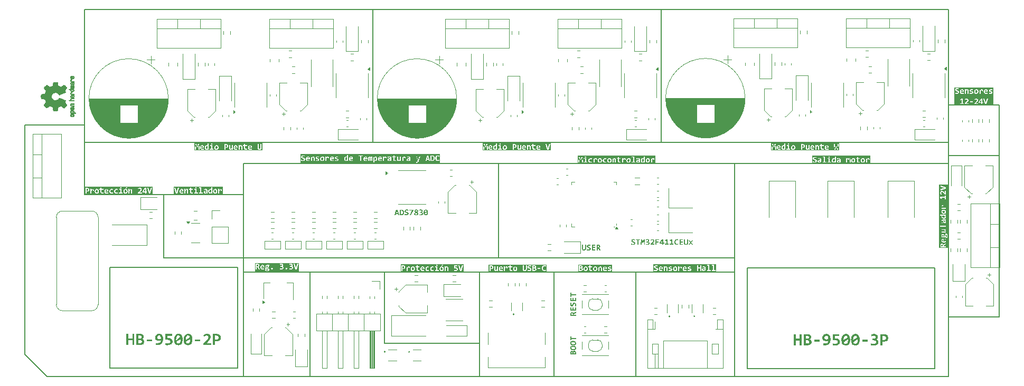
<source format=gbr>
%TF.GenerationSoftware,KiCad,Pcbnew,9.0.2*%
%TF.CreationDate,2025-05-19T15:54:50+02:00*%
%TF.ProjectId,ESC-TFG-KiCad,4553432d-5446-4472-9d4b-694361642e6b,v1.0*%
%TF.SameCoordinates,Original*%
%TF.FileFunction,Legend,Top*%
%TF.FilePolarity,Positive*%
%FSLAX46Y46*%
G04 Gerber Fmt 4.6, Leading zero omitted, Abs format (unit mm)*
G04 Created by KiCad (PCBNEW 9.0.2) date 2025-05-19 15:54:50*
%MOMM*%
%LPD*%
G01*
G04 APERTURE LIST*
%ADD10C,0.150000*%
%ADD11C,0.200000*%
%ADD12C,0.250000*%
%ADD13C,0.120000*%
%ADD14C,0.100000*%
%ADD15C,0.010000*%
G04 APERTURE END LIST*
D10*
X213593000Y-85899000D02*
X221721000Y-85899000D01*
X221721000Y-111807000D01*
X213593000Y-111807000D01*
X213593000Y-85899000D01*
X141457000Y-87169000D02*
X179303000Y-87169000D01*
X179303000Y-102282000D01*
X141457000Y-102282000D01*
X141457000Y-87169000D01*
X179303000Y-87169000D02*
X213593000Y-87169000D01*
X213593000Y-121332000D01*
X179303000Y-121332000D01*
X179303000Y-87169000D01*
X75036000Y-62465000D02*
X121264000Y-62465000D01*
X121264000Y-83801000D01*
X75036000Y-83801000D01*
X75036000Y-62465000D01*
X87736000Y-92122000D02*
X100563000Y-92122000D01*
X100563000Y-102282000D01*
X87736000Y-102282000D01*
X87736000Y-92122000D01*
X167491000Y-62465000D02*
X213592000Y-62465000D01*
X213592000Y-83801000D01*
X167491000Y-83801000D01*
X167491000Y-62465000D01*
X163428000Y-104568000D02*
X179303000Y-104568000D01*
X179303000Y-121332000D01*
X163428000Y-121332000D01*
X163428000Y-104568000D01*
X121263000Y-62465000D02*
X167491000Y-62465000D01*
X167491000Y-83801000D01*
X121263000Y-83801000D01*
X121263000Y-62465000D01*
X75036000Y-92122000D02*
X87736000Y-92122000D01*
X87736000Y-102282000D01*
X100563000Y-102282000D01*
X100563000Y-121332000D01*
X69067000Y-121332000D01*
X65511000Y-117776000D01*
X65511000Y-80946000D01*
X75036000Y-80946000D01*
X75036000Y-92122000D01*
X138409000Y-104568000D02*
X150347000Y-104568000D01*
X150347000Y-121332000D01*
X138409000Y-121332000D01*
X138409000Y-104568000D01*
X100563000Y-104568000D02*
X111231000Y-104568000D01*
X111231000Y-121332000D01*
X100563000Y-121332000D01*
X100563000Y-104568000D01*
X150347000Y-104568000D02*
X163428000Y-104568000D01*
X163428000Y-121332000D01*
X150347000Y-121332000D01*
X150347000Y-104568000D01*
X111231000Y-104568000D02*
X100563000Y-104568000D01*
X213593000Y-77771000D02*
X221721000Y-77771000D01*
X221721000Y-85899000D01*
X213593000Y-85899000D01*
X213593000Y-77771000D01*
X100563000Y-87169000D02*
X141457000Y-87169000D01*
X141457000Y-102282000D01*
X100563000Y-102282000D01*
X100563000Y-87169000D01*
X123169000Y-115998000D02*
X135361000Y-115998000D01*
X138409000Y-115998000D01*
X138409000Y-121332000D01*
X111231000Y-121332000D01*
X111231000Y-104568000D01*
X123169000Y-104568000D01*
X123169000Y-115998000D01*
X123169000Y-104568000D02*
X138409000Y-104568000D01*
X138409000Y-115998000D01*
X123169000Y-115998000D01*
X123169000Y-104568000D01*
D11*
G36*
X153652971Y-117206440D02*
G01*
X153708053Y-117224126D01*
X153753627Y-117252366D01*
X153791306Y-117291673D01*
X153819424Y-117338398D01*
X153840908Y-117396408D01*
X153854917Y-117468041D01*
X153860000Y-117556066D01*
X153860000Y-117828641D01*
X152969002Y-117828641D01*
X152969002Y-117560157D01*
X153101870Y-117560157D01*
X153101870Y-117661945D01*
X153336343Y-117661945D01*
X153336343Y-117560157D01*
X153336156Y-117557409D01*
X153465303Y-117557409D01*
X153465303Y-117661945D01*
X153723224Y-117661945D01*
X153723224Y-117544464D01*
X153720507Y-117505605D01*
X153712965Y-117473756D01*
X153700453Y-117445328D01*
X153684572Y-117422892D01*
X153664761Y-117404822D01*
X153641830Y-117391813D01*
X153616458Y-117383872D01*
X153589134Y-117381188D01*
X153552538Y-117386204D01*
X153522767Y-117400550D01*
X153498154Y-117424602D01*
X153481154Y-117455378D01*
X153469658Y-117498380D01*
X153465303Y-117557409D01*
X153336156Y-117557409D01*
X153333680Y-117520933D01*
X153326512Y-117490853D01*
X153314505Y-117464505D01*
X153299401Y-117444386D01*
X153280717Y-117428741D01*
X153259773Y-117418435D01*
X153236815Y-117412568D01*
X153211657Y-117410558D01*
X153187371Y-117412673D01*
X153166228Y-117418740D01*
X153147528Y-117429329D01*
X153131667Y-117445058D01*
X153119407Y-117464981D01*
X153109685Y-117491525D01*
X153103990Y-117521422D01*
X153101870Y-117560157D01*
X152969002Y-117560157D01*
X152969002Y-117540373D01*
X152973048Y-117462041D01*
X152984073Y-117399632D01*
X153000709Y-117350375D01*
X153022063Y-117311884D01*
X153051492Y-117278951D01*
X153087092Y-117255489D01*
X153130099Y-117240874D01*
X153182470Y-117235680D01*
X153215416Y-117237659D01*
X153247377Y-117243557D01*
X153277836Y-117253585D01*
X153305507Y-117267798D01*
X153330408Y-117286160D01*
X153352402Y-117308770D01*
X153370382Y-117335228D01*
X153384337Y-117366839D01*
X153392455Y-117334195D01*
X153405891Y-117302969D01*
X153424347Y-117274438D01*
X153447595Y-117249663D01*
X153475193Y-117229347D01*
X153508046Y-117213454D01*
X153544267Y-117203590D01*
X153585959Y-117200143D01*
X153652971Y-117206440D01*
G37*
G36*
X153491209Y-116407440D02*
G01*
X153560530Y-116417184D01*
X153619848Y-116432366D01*
X153676893Y-116454469D01*
X153724695Y-116480499D01*
X153764439Y-116510218D01*
X153799201Y-116545464D01*
X153827012Y-116584055D01*
X153848337Y-116626355D01*
X153868720Y-116694775D01*
X153875631Y-116768749D01*
X153870413Y-116839283D01*
X153855634Y-116899526D01*
X153832111Y-116951203D01*
X153799971Y-116995669D01*
X153758639Y-117033814D01*
X153698875Y-117070119D01*
X153624426Y-117097885D01*
X153532215Y-117116011D01*
X153418592Y-117122596D01*
X153337790Y-117119135D01*
X153268468Y-117109412D01*
X153209153Y-117094264D01*
X153152106Y-117072125D01*
X153104304Y-117046074D01*
X153064562Y-117016350D01*
X153029796Y-116981106D01*
X153001985Y-116942536D01*
X152980664Y-116900274D01*
X152960280Y-116831802D01*
X152953878Y-116763254D01*
X153105778Y-116763254D01*
X153111062Y-116809255D01*
X153125867Y-116845930D01*
X153150137Y-116876659D01*
X153184668Y-116902289D01*
X153226367Y-116920937D01*
X153280228Y-116934712D01*
X153339052Y-116942239D01*
X153410409Y-116944970D01*
X153515769Y-116939178D01*
X153591992Y-116924055D01*
X153645737Y-116902289D01*
X153679674Y-116877559D01*
X153703391Y-116847010D01*
X153718023Y-116809575D01*
X153723224Y-116763254D01*
X153717967Y-116717248D01*
X153703196Y-116680272D01*
X153678830Y-116649327D01*
X153644333Y-116623974D01*
X153602665Y-116605556D01*
X153548834Y-116591856D01*
X153489956Y-116584329D01*
X153418592Y-116581598D01*
X153313209Y-116587353D01*
X153237010Y-116602372D01*
X153183325Y-116623974D01*
X153149404Y-116648542D01*
X153125668Y-116679055D01*
X153111000Y-116716609D01*
X153105778Y-116763254D01*
X152953878Y-116763254D01*
X152953370Y-116757819D01*
X152958578Y-116687265D01*
X152973326Y-116627020D01*
X152996794Y-116575357D01*
X153028849Y-116530920D01*
X153070057Y-116492816D01*
X153129640Y-116456517D01*
X153204044Y-116428732D01*
X153296397Y-116410574D01*
X153410409Y-116403972D01*
X153491209Y-116407440D01*
G37*
G36*
X153491209Y-115638563D02*
G01*
X153560530Y-115648307D01*
X153619848Y-115663489D01*
X153676893Y-115685592D01*
X153724695Y-115711623D01*
X153764439Y-115741342D01*
X153799201Y-115776588D01*
X153827012Y-115815178D01*
X153848337Y-115857479D01*
X153868720Y-115925899D01*
X153875631Y-115999873D01*
X153870413Y-116070407D01*
X153855634Y-116130649D01*
X153832111Y-116182327D01*
X153799971Y-116226793D01*
X153758639Y-116264937D01*
X153698875Y-116301243D01*
X153624426Y-116329008D01*
X153532215Y-116347135D01*
X153418592Y-116353719D01*
X153337790Y-116350259D01*
X153268468Y-116340536D01*
X153209153Y-116325387D01*
X153152106Y-116303248D01*
X153104304Y-116277197D01*
X153064562Y-116247474D01*
X153029796Y-116212230D01*
X153001985Y-116173659D01*
X152980664Y-116131397D01*
X152960280Y-116062925D01*
X152953878Y-115994377D01*
X153105778Y-115994377D01*
X153111062Y-116040379D01*
X153125867Y-116077053D01*
X153150137Y-116107783D01*
X153184668Y-116133412D01*
X153226367Y-116152060D01*
X153280228Y-116165836D01*
X153339052Y-116173362D01*
X153410409Y-116176094D01*
X153515769Y-116170302D01*
X153591992Y-116155179D01*
X153645737Y-116133412D01*
X153679674Y-116108682D01*
X153703391Y-116078133D01*
X153718023Y-116040699D01*
X153723224Y-115994377D01*
X153717967Y-115948372D01*
X153703196Y-115911396D01*
X153678830Y-115880450D01*
X153644333Y-115855098D01*
X153602665Y-115836679D01*
X153548834Y-115822980D01*
X153489956Y-115815453D01*
X153418592Y-115812721D01*
X153313209Y-115818476D01*
X153237010Y-115833495D01*
X153183325Y-115855098D01*
X153149404Y-115879665D01*
X153125668Y-115910178D01*
X153111000Y-115947732D01*
X153105778Y-115994377D01*
X152953878Y-115994377D01*
X152953370Y-115988943D01*
X152958578Y-115918388D01*
X152973326Y-115858144D01*
X152996794Y-115806481D01*
X153028849Y-115762044D01*
X153070057Y-115723939D01*
X153129640Y-115687641D01*
X153204044Y-115659855D01*
X153296397Y-115641697D01*
X153410409Y-115635096D01*
X153491209Y-115638563D01*
G37*
G36*
X153109685Y-115139466D02*
G01*
X153860000Y-115139466D01*
X153860000Y-115311596D01*
X153109685Y-115311596D01*
X153109685Y-115556144D01*
X152969002Y-115556144D01*
X152969002Y-114894918D01*
X153109685Y-114894918D01*
X153109685Y-115139466D01*
G37*
G36*
X155482017Y-100765042D02*
G01*
X155475965Y-100847184D01*
X155459119Y-100914702D01*
X155430785Y-100974565D01*
X155393540Y-101022108D01*
X155346634Y-101059455D01*
X155289371Y-101086832D01*
X155225501Y-101102962D01*
X155151373Y-101108631D01*
X155068776Y-101102781D01*
X155003790Y-101086832D01*
X154947158Y-101059659D01*
X154904017Y-101024123D01*
X154871370Y-100979316D01*
X154848696Y-100924594D01*
X154836114Y-100863879D01*
X154831660Y-100793008D01*
X154831660Y-100202002D01*
X154999699Y-100202002D01*
X154999699Y-100784032D01*
X155001774Y-100827762D01*
X155007514Y-100863961D01*
X155018526Y-100896628D01*
X155034870Y-100923006D01*
X155056749Y-100944217D01*
X155083718Y-100959582D01*
X155115254Y-100968513D01*
X155157541Y-100971855D01*
X155197362Y-100968997D01*
X155227883Y-100961292D01*
X155254209Y-100947413D01*
X155275693Y-100927098D01*
X155292040Y-100901066D01*
X155304392Y-100866647D01*
X155311373Y-100827742D01*
X155313978Y-100777193D01*
X155313978Y-100202002D01*
X155482017Y-100202002D01*
X155482017Y-100765042D01*
G37*
G36*
X156237888Y-100823478D02*
G01*
X156230811Y-100893255D01*
X156210899Y-100950423D01*
X156178508Y-100999626D01*
X156135428Y-101039388D01*
X156083351Y-101069527D01*
X156019962Y-101091595D01*
X155951220Y-101104223D01*
X155873783Y-101108631D01*
X155804104Y-101106569D01*
X155737862Y-101100510D01*
X155672721Y-101089708D01*
X155608047Y-101073460D01*
X155608047Y-100909329D01*
X155673626Y-100929113D01*
X155742319Y-100945294D01*
X155810951Y-100956162D01*
X155877202Y-100960131D01*
X155923237Y-100957904D01*
X155958535Y-100951949D01*
X155989984Y-100941739D01*
X156013184Y-100929357D01*
X156031750Y-100913322D01*
X156043898Y-100895224D01*
X156051039Y-100874578D01*
X156053484Y-100851443D01*
X156048639Y-100820941D01*
X156034678Y-100796550D01*
X156013524Y-100776143D01*
X155985157Y-100757349D01*
X155915121Y-100726635D01*
X155835192Y-100697265D01*
X155755264Y-100661789D01*
X155717981Y-100639523D01*
X155685227Y-100612696D01*
X155657649Y-100580786D01*
X155635707Y-100542781D01*
X155621949Y-100499551D01*
X155616961Y-100444901D01*
X155621778Y-100393549D01*
X155636073Y-100345311D01*
X155660429Y-100301529D01*
X155696157Y-100263123D01*
X155741498Y-100232346D01*
X155801365Y-100207192D01*
X155869249Y-100191988D01*
X155956459Y-100186370D01*
X156012085Y-100189057D01*
X156069482Y-100195896D01*
X156124132Y-100205848D01*
X156172309Y-100217633D01*
X156172309Y-100370041D01*
X156124498Y-100354409D01*
X156070887Y-100342014D01*
X156015199Y-100333832D01*
X155961954Y-100330962D01*
X155919235Y-100332914D01*
X155886789Y-100338106D01*
X155857827Y-100346942D01*
X155836230Y-100357767D01*
X155818915Y-100372004D01*
X155807532Y-100388603D01*
X155800944Y-100407642D01*
X155798678Y-100429209D01*
X155803384Y-100455270D01*
X155817424Y-100477324D01*
X155838532Y-100495847D01*
X155867310Y-100513472D01*
X155937652Y-100543453D01*
X156018252Y-100573495D01*
X156098853Y-100610009D01*
X156136271Y-100632789D01*
X156169256Y-100659774D01*
X156197155Y-100691604D01*
X156219081Y-100729017D01*
X156232928Y-100771294D01*
X156237888Y-100823478D01*
G37*
G36*
X156435724Y-101093000D02*
G01*
X156435724Y-100202002D01*
X156973303Y-100202002D01*
X156973303Y-100342685D01*
X156606450Y-100342685D01*
X156606450Y-100565435D01*
X156956206Y-100565435D01*
X156956206Y-100702211D01*
X156606450Y-100702211D01*
X156606450Y-100952316D01*
X156973303Y-100952316D01*
X156973303Y-101093000D01*
X156435724Y-101093000D01*
G37*
G36*
X157499224Y-100205314D02*
G01*
X157561134Y-100214641D01*
X157617954Y-100231930D01*
X157663594Y-100256651D01*
X157701033Y-100290338D01*
X157728868Y-100333099D01*
X157745645Y-100383517D01*
X157751766Y-100448443D01*
X157748009Y-100495884D01*
X157737417Y-100535821D01*
X157719973Y-100571695D01*
X157697056Y-100601705D01*
X157668808Y-100626551D01*
X157635262Y-100646401D01*
X157598160Y-100660774D01*
X157557043Y-100670276D01*
X157587677Y-100682644D01*
X157617127Y-100707890D01*
X157642920Y-100742654D01*
X157671838Y-100795573D01*
X157814597Y-101093000D01*
X157617188Y-101093000D01*
X157491464Y-100807785D01*
X157469703Y-100771452D01*
X157441944Y-100746358D01*
X157407964Y-100730999D01*
X157367145Y-100725658D01*
X157335027Y-100725658D01*
X157335027Y-101093000D01*
X157166988Y-101093000D01*
X157166988Y-100592790D01*
X157335027Y-100592790D01*
X157403354Y-100592790D01*
X157441235Y-100590670D01*
X157474001Y-100584669D01*
X157504061Y-100574262D01*
X157528345Y-100560306D01*
X157548374Y-100541992D01*
X157563149Y-100519945D01*
X157572289Y-100494593D01*
X157575484Y-100464685D01*
X157570326Y-100423434D01*
X157556263Y-100393192D01*
X157533779Y-100371140D01*
X157504508Y-100356433D01*
X157463962Y-100346459D01*
X157408788Y-100342685D01*
X157335027Y-100342685D01*
X157335027Y-100592790D01*
X157166988Y-100592790D01*
X157166988Y-100202002D01*
X157427289Y-100202002D01*
X157499224Y-100205314D01*
G37*
G36*
X153860000Y-111158879D02*
G01*
X153574785Y-111284603D01*
X153538452Y-111306365D01*
X153513358Y-111334124D01*
X153497999Y-111368104D01*
X153492658Y-111408923D01*
X153492658Y-111441041D01*
X153860000Y-111441041D01*
X153860000Y-111609080D01*
X152969002Y-111609080D01*
X152969002Y-111367279D01*
X153109685Y-111367279D01*
X153109685Y-111441041D01*
X153359790Y-111441041D01*
X153359790Y-111372714D01*
X153357670Y-111334833D01*
X153351669Y-111302067D01*
X153341262Y-111272007D01*
X153327306Y-111247723D01*
X153308992Y-111227693D01*
X153286945Y-111212918D01*
X153261593Y-111203778D01*
X153231685Y-111200584D01*
X153190434Y-111205742D01*
X153160192Y-111219805D01*
X153138140Y-111242288D01*
X153123433Y-111271560D01*
X153113459Y-111312105D01*
X153109685Y-111367279D01*
X152969002Y-111367279D01*
X152969002Y-111348778D01*
X152972314Y-111276843D01*
X152981641Y-111214933D01*
X152998930Y-111158114D01*
X153023651Y-111112473D01*
X153057338Y-111075035D01*
X153100099Y-111047199D01*
X153150517Y-111030422D01*
X153215443Y-111024301D01*
X153262884Y-111028059D01*
X153302821Y-111038651D01*
X153338695Y-111056095D01*
X153368705Y-111079012D01*
X153393551Y-111107259D01*
X153413401Y-111140805D01*
X153427774Y-111177908D01*
X153437276Y-111219024D01*
X153449644Y-111188391D01*
X153474890Y-111158940D01*
X153509654Y-111133148D01*
X153562573Y-111104230D01*
X153860000Y-110961470D01*
X153860000Y-111158879D01*
G37*
G36*
X153860000Y-110802590D02*
G01*
X152969002Y-110802590D01*
X152969002Y-110265012D01*
X153109685Y-110265012D01*
X153109685Y-110631864D01*
X153332435Y-110631864D01*
X153332435Y-110282109D01*
X153469211Y-110282109D01*
X153469211Y-110631864D01*
X153719316Y-110631864D01*
X153719316Y-110265012D01*
X153860000Y-110265012D01*
X153860000Y-110802590D01*
G37*
G36*
X153590478Y-109462674D02*
G01*
X153660255Y-109469750D01*
X153717423Y-109489663D01*
X153766626Y-109522054D01*
X153806388Y-109565134D01*
X153836527Y-109617210D01*
X153858595Y-109680599D01*
X153871223Y-109749342D01*
X153875631Y-109826779D01*
X153873569Y-109896457D01*
X153867510Y-109962700D01*
X153856708Y-110027840D01*
X153840460Y-110092515D01*
X153676329Y-110092515D01*
X153696113Y-110026936D01*
X153712294Y-109958242D01*
X153723162Y-109889610D01*
X153727131Y-109823359D01*
X153724904Y-109777324D01*
X153718949Y-109742027D01*
X153708739Y-109710578D01*
X153696357Y-109687377D01*
X153680322Y-109668812D01*
X153662224Y-109656664D01*
X153641578Y-109649523D01*
X153618443Y-109647077D01*
X153587941Y-109651922D01*
X153563550Y-109665884D01*
X153543143Y-109687038D01*
X153524349Y-109715404D01*
X153493635Y-109785441D01*
X153464265Y-109865369D01*
X153428789Y-109945298D01*
X153406523Y-109982581D01*
X153379696Y-110015334D01*
X153347786Y-110042913D01*
X153309781Y-110064854D01*
X153266551Y-110078613D01*
X153211901Y-110083600D01*
X153160549Y-110078784D01*
X153112311Y-110064488D01*
X153068529Y-110040132D01*
X153030123Y-110004404D01*
X152999346Y-109959063D01*
X152974192Y-109899197D01*
X152958988Y-109831312D01*
X152953370Y-109744103D01*
X152956057Y-109688476D01*
X152962896Y-109631079D01*
X152972848Y-109576430D01*
X152984633Y-109528253D01*
X153137041Y-109528253D01*
X153121409Y-109576063D01*
X153109014Y-109629675D01*
X153100832Y-109685362D01*
X153097962Y-109738607D01*
X153099914Y-109781326D01*
X153105106Y-109813773D01*
X153113942Y-109842735D01*
X153124767Y-109864331D01*
X153139004Y-109881646D01*
X153155603Y-109893030D01*
X153174642Y-109899617D01*
X153196209Y-109901883D01*
X153222270Y-109897178D01*
X153244324Y-109883138D01*
X153262847Y-109862030D01*
X153280472Y-109833251D01*
X153310453Y-109762909D01*
X153340495Y-109682309D01*
X153377009Y-109601709D01*
X153399789Y-109564291D01*
X153426774Y-109531306D01*
X153458604Y-109503407D01*
X153496017Y-109481480D01*
X153538294Y-109467633D01*
X153590478Y-109462674D01*
G37*
G36*
X153860000Y-109264837D02*
G01*
X152969002Y-109264837D01*
X152969002Y-108727259D01*
X153109685Y-108727259D01*
X153109685Y-109094111D01*
X153332435Y-109094111D01*
X153332435Y-108744356D01*
X153469211Y-108744356D01*
X153469211Y-109094111D01*
X153719316Y-109094111D01*
X153719316Y-108727259D01*
X153860000Y-108727259D01*
X153860000Y-109264837D01*
G37*
G36*
X153109685Y-108151029D02*
G01*
X153860000Y-108151029D01*
X153860000Y-108323159D01*
X153109685Y-108323159D01*
X153109685Y-108567707D01*
X152969002Y-108567707D01*
X152969002Y-107906480D01*
X153109685Y-107906480D01*
X153109685Y-108151029D01*
G37*
D12*
G36*
X125562367Y-95458000D02*
G01*
X125376559Y-95458000D01*
X125327405Y-95282145D01*
X125015873Y-95282145D01*
X124965376Y-95458000D01*
X124798680Y-95458000D01*
X124891428Y-95145369D01*
X125056173Y-95145369D01*
X125289853Y-95145369D01*
X125173715Y-94727713D01*
X125056173Y-95145369D01*
X124891428Y-95145369D01*
X125063012Y-94567002D01*
X125298035Y-94567002D01*
X125562367Y-95458000D01*
G37*
G36*
X125986705Y-94573792D02*
G01*
X126067217Y-94592586D01*
X126116406Y-94613077D01*
X126158839Y-94639294D01*
X126195322Y-94671293D01*
X126225977Y-94708982D01*
X126251620Y-94753647D01*
X126272136Y-94806299D01*
X126285835Y-94861381D01*
X126294643Y-94925908D01*
X126297782Y-95001265D01*
X126291111Y-95102005D01*
X126272136Y-95189454D01*
X126251496Y-95243871D01*
X126224855Y-95291672D01*
X126192208Y-95333619D01*
X126153387Y-95369743D01*
X126107378Y-95400410D01*
X126053234Y-95425637D01*
X125995873Y-95442972D01*
X125928759Y-95454058D01*
X125850329Y-95458000D01*
X125623549Y-95458000D01*
X125623549Y-95317316D01*
X125791588Y-95317316D01*
X125865350Y-95317316D01*
X125926648Y-95312164D01*
X125977106Y-95297750D01*
X126018800Y-95274960D01*
X126053234Y-95243737D01*
X126079208Y-95205754D01*
X126099281Y-95156398D01*
X126112573Y-95092954D01*
X126117469Y-95012134D01*
X126114396Y-94941978D01*
X126105868Y-94883418D01*
X126089777Y-94830116D01*
X126066545Y-94787736D01*
X126034440Y-94753444D01*
X125992417Y-94728141D01*
X125942661Y-94713216D01*
X125877012Y-94707685D01*
X125791588Y-94707685D01*
X125791588Y-95317316D01*
X125623549Y-95317316D01*
X125623549Y-94567002D01*
X125887942Y-94567002D01*
X125986705Y-94573792D01*
G37*
G36*
X127030449Y-95188478D02*
G01*
X127023373Y-95258255D01*
X127003460Y-95315423D01*
X126971069Y-95364626D01*
X126927989Y-95404388D01*
X126875913Y-95434527D01*
X126812524Y-95456595D01*
X126743781Y-95469223D01*
X126666344Y-95473631D01*
X126596666Y-95471569D01*
X126530423Y-95465510D01*
X126465283Y-95454708D01*
X126400608Y-95438460D01*
X126400608Y-95274329D01*
X126466187Y-95294113D01*
X126534881Y-95310294D01*
X126603513Y-95321162D01*
X126669764Y-95325131D01*
X126715799Y-95322904D01*
X126751096Y-95316949D01*
X126782545Y-95306739D01*
X126805746Y-95294357D01*
X126824311Y-95278322D01*
X126836459Y-95260224D01*
X126843600Y-95239578D01*
X126846046Y-95216443D01*
X126841201Y-95185941D01*
X126827239Y-95161550D01*
X126806085Y-95141143D01*
X126777719Y-95122349D01*
X126707682Y-95091635D01*
X126627754Y-95062265D01*
X126547825Y-95026789D01*
X126510542Y-95004523D01*
X126477789Y-94977696D01*
X126450210Y-94945786D01*
X126428269Y-94907781D01*
X126414510Y-94864551D01*
X126409523Y-94809901D01*
X126414339Y-94758549D01*
X126428635Y-94710311D01*
X126452991Y-94666529D01*
X126488719Y-94628123D01*
X126534060Y-94597346D01*
X126593926Y-94572192D01*
X126661811Y-94556988D01*
X126749020Y-94551370D01*
X126804647Y-94554057D01*
X126862044Y-94560896D01*
X126916693Y-94570848D01*
X126964870Y-94582633D01*
X126964870Y-94735041D01*
X126917060Y-94719409D01*
X126863448Y-94707014D01*
X126807761Y-94698832D01*
X126754516Y-94695962D01*
X126711797Y-94697914D01*
X126679350Y-94703106D01*
X126650388Y-94711942D01*
X126628792Y-94722767D01*
X126611477Y-94737004D01*
X126600093Y-94753603D01*
X126593506Y-94772642D01*
X126591240Y-94794209D01*
X126595945Y-94820270D01*
X126609985Y-94842324D01*
X126631093Y-94860847D01*
X126659872Y-94878472D01*
X126730214Y-94908453D01*
X126810814Y-94938495D01*
X126891414Y-94975009D01*
X126928832Y-94997789D01*
X126961817Y-95024774D01*
X126989716Y-95056604D01*
X127011643Y-95094017D01*
X127025490Y-95136294D01*
X127030449Y-95188478D01*
G37*
G36*
X127436625Y-95458000D02*
G01*
X127248070Y-95458000D01*
X127603260Y-94727225D01*
X127174980Y-94727225D01*
X127174980Y-94567002D01*
X127795235Y-94567002D01*
X127795235Y-94711532D01*
X127436625Y-95458000D01*
G37*
G36*
X128327735Y-94555233D02*
G01*
X128384471Y-94566025D01*
X128435939Y-94584384D01*
X128476306Y-94607973D01*
X128509393Y-94638234D01*
X128533031Y-94673125D01*
X128547554Y-94712584D01*
X128552510Y-94756717D01*
X128549493Y-94797699D01*
X128540908Y-94833104D01*
X128527140Y-94865781D01*
X128509462Y-94894837D01*
X128487891Y-94920981D01*
X128462323Y-94944662D01*
X128404254Y-94985878D01*
X128468124Y-95026483D01*
X128496712Y-95050414D01*
X128521430Y-95077652D01*
X128541820Y-95108334D01*
X128557639Y-95143170D01*
X128567471Y-95181181D01*
X128570950Y-95226030D01*
X128564575Y-95284115D01*
X128546342Y-95333130D01*
X128517131Y-95375642D01*
X128478382Y-95410861D01*
X128432028Y-95437966D01*
X128376594Y-95457938D01*
X128316777Y-95469598D01*
X128250564Y-95473631D01*
X128177808Y-95469392D01*
X128117696Y-95457633D01*
X128063365Y-95437686D01*
X128020671Y-95412265D01*
X127985971Y-95379583D01*
X127961259Y-95341312D01*
X127946272Y-95297863D01*
X127941109Y-95248500D01*
X127942130Y-95235555D01*
X128109148Y-95235555D01*
X128113798Y-95267563D01*
X128127069Y-95293101D01*
X128149448Y-95313774D01*
X128177563Y-95328156D01*
X128212531Y-95337412D01*
X128255999Y-95340763D01*
X128312724Y-95334718D01*
X128338117Y-95326775D01*
X128359497Y-95315789D01*
X128377634Y-95301130D01*
X128391309Y-95283122D01*
X128399876Y-95261823D01*
X128402911Y-95235555D01*
X128399590Y-95208095D01*
X128389905Y-95184081D01*
X128374803Y-95162446D01*
X128354368Y-95142132D01*
X128301794Y-95105984D01*
X128238291Y-95072523D01*
X128188038Y-95103237D01*
X128147066Y-95139385D01*
X128131409Y-95160179D01*
X128119406Y-95182738D01*
X128111798Y-95207261D01*
X128109148Y-95235555D01*
X127942130Y-95235555D01*
X127944588Y-95204382D01*
X127954420Y-95167045D01*
X127970254Y-95132748D01*
X127990934Y-95101893D01*
X128015918Y-95074130D01*
X128044607Y-95049320D01*
X128109148Y-95006333D01*
X128051445Y-94967499D01*
X128026012Y-94944904D01*
X128003940Y-94919749D01*
X127985680Y-94891734D01*
X127971517Y-94860398D01*
X127962674Y-94826228D01*
X127959549Y-94786026D01*
X127960602Y-94775524D01*
X128122154Y-94775524D01*
X128125125Y-94800322D01*
X128133755Y-94821808D01*
X128147317Y-94841122D01*
X128165873Y-94859543D01*
X128214050Y-94891845D01*
X128273157Y-94921764D01*
X128319197Y-94892822D01*
X128356444Y-94859055D01*
X128381723Y-94818816D01*
X128388848Y-94796091D01*
X128391309Y-94770334D01*
X128387290Y-94742895D01*
X128375817Y-94721029D01*
X128356444Y-94703350D01*
X128332089Y-94691355D01*
X128299397Y-94683330D01*
X128256060Y-94680330D01*
X128213719Y-94683400D01*
X128181398Y-94691668D01*
X128156958Y-94704144D01*
X128137816Y-94722395D01*
X128126262Y-94745645D01*
X128122154Y-94775524D01*
X127960602Y-94775524D01*
X127964280Y-94738839D01*
X127978295Y-94694985D01*
X128001533Y-94655198D01*
X128034348Y-94620247D01*
X128075272Y-94592206D01*
X128127954Y-94569810D01*
X128187084Y-94556278D01*
X128260151Y-94551370D01*
X128327735Y-94555233D01*
G37*
G36*
X129337079Y-95187256D02*
G01*
X129330733Y-95251173D01*
X129312471Y-95306569D01*
X129281693Y-95355151D01*
X129237000Y-95396756D01*
X129181461Y-95428790D01*
X129108895Y-95453847D01*
X129028123Y-95468326D01*
X128927239Y-95473631D01*
X128878330Y-95472471D01*
X128827466Y-95469357D01*
X128778251Y-95464655D01*
X128735264Y-95458000D01*
X128735264Y-95313408D01*
X128831923Y-95327513D01*
X128943603Y-95332947D01*
X128998321Y-95330390D01*
X129041301Y-95323483D01*
X129079859Y-95311416D01*
X129108895Y-95296066D01*
X129132298Y-95275747D01*
X129148218Y-95251736D01*
X129157600Y-95224072D01*
X129160857Y-95192141D01*
X129157545Y-95163944D01*
X129147852Y-95138957D01*
X129131835Y-95117257D01*
X129108223Y-95098413D01*
X129079237Y-95084081D01*
X129040263Y-95072523D01*
X128997023Y-95065791D01*
X128942260Y-95063303D01*
X128843220Y-95063303D01*
X128843220Y-94934343D01*
X128934078Y-94934343D01*
X128984970Y-94931436D01*
X129022494Y-94923779D01*
X129055202Y-94910897D01*
X129078548Y-94895569D01*
X129096490Y-94876099D01*
X129108223Y-94853743D01*
X129114893Y-94829060D01*
X129117138Y-94803001D01*
X129112867Y-94768392D01*
X129100953Y-94741446D01*
X129081601Y-94720325D01*
X129056281Y-94705689D01*
X129020710Y-94695803D01*
X128971630Y-94692054D01*
X128918683Y-94694728D01*
X128866423Y-94702740D01*
X128759200Y-94731133D01*
X128759200Y-94590449D01*
X128817941Y-94572680D01*
X128873933Y-94560651D01*
X128930659Y-94553507D01*
X128990071Y-94551370D01*
X129061354Y-94555561D01*
X129119519Y-94567124D01*
X129171892Y-94586701D01*
X129213125Y-94611881D01*
X129246480Y-94644292D01*
X129270156Y-94682712D01*
X129284358Y-94726174D01*
X129289268Y-94775707D01*
X129284714Y-94828822D01*
X129272024Y-94872052D01*
X129252021Y-94907354D01*
X129224542Y-94937651D01*
X129190170Y-94963273D01*
X129147852Y-94984290D01*
X129189422Y-94993779D01*
X129225704Y-95007860D01*
X129258317Y-95027157D01*
X129285482Y-95050908D01*
X129307514Y-95079153D01*
X129323767Y-95111419D01*
X129333643Y-95146838D01*
X129337079Y-95187256D01*
G37*
G36*
X129875679Y-94558004D02*
G01*
X129939992Y-94577321D01*
X129979243Y-94597687D01*
X130014738Y-94624559D01*
X130046848Y-94658471D01*
X130073524Y-94697093D01*
X130096972Y-94743966D01*
X130116885Y-94800376D01*
X130130345Y-94858620D01*
X130139050Y-94927445D01*
X130142164Y-95008409D01*
X130135868Y-95114987D01*
X130118228Y-95204903D01*
X130099203Y-95261219D01*
X130075801Y-95309673D01*
X130048253Y-95351204D01*
X130015046Y-95388049D01*
X129977705Y-95418248D01*
X129935840Y-95442246D01*
X129890682Y-95459354D01*
X129840435Y-95469952D01*
X129784226Y-95473631D01*
X129712607Y-95467013D01*
X129648305Y-95447741D01*
X129609050Y-95427335D01*
X129573409Y-95400348D01*
X129541021Y-95366225D01*
X129514151Y-95327352D01*
X129490603Y-95280346D01*
X129470680Y-95223954D01*
X129466968Y-95207895D01*
X129640062Y-95207895D01*
X129657655Y-95249841D01*
X129678228Y-95281662D01*
X129701550Y-95305165D01*
X129729355Y-95322745D01*
X129759815Y-95333262D01*
X129793752Y-95336855D01*
X129830715Y-95331946D01*
X129865132Y-95317193D01*
X129895385Y-95293233D01*
X129922529Y-95257904D01*
X129943404Y-95214864D01*
X129960448Y-95157520D01*
X129970451Y-95094097D01*
X129974125Y-95014821D01*
X129973453Y-94991862D01*
X129972782Y-94969514D01*
X129640062Y-95207895D01*
X129466968Y-95207895D01*
X129457206Y-95165670D01*
X129448508Y-95097050D01*
X129445400Y-95016592D01*
X129445670Y-95012073D01*
X129613439Y-95012073D01*
X129613439Y-95036375D01*
X129614783Y-95059395D01*
X129949518Y-94821014D01*
X129930644Y-94777431D01*
X129909498Y-94744645D01*
X129886320Y-94720691D01*
X129858674Y-94702655D01*
X129828113Y-94691849D01*
X129793752Y-94688146D01*
X129756877Y-94693018D01*
X129722738Y-94707624D01*
X129692841Y-94731462D01*
X129665707Y-94767281D01*
X129644728Y-94810727D01*
X129627422Y-94868153D01*
X129617209Y-94931728D01*
X129613439Y-95012073D01*
X129445670Y-95012073D01*
X129451777Y-94910036D01*
X129469642Y-94820159D01*
X129488852Y-94763769D01*
X129512255Y-94715317D01*
X129539617Y-94673858D01*
X129572670Y-94637028D01*
X129610102Y-94606803D01*
X129652335Y-94582755D01*
X129697960Y-94565607D01*
X129748251Y-94555028D01*
X129804010Y-94551370D01*
X129875679Y-94558004D01*
G37*
G36*
X163362763Y-99937478D02*
G01*
X163355687Y-100007255D01*
X163335774Y-100064423D01*
X163303383Y-100113626D01*
X163260303Y-100153388D01*
X163208227Y-100183527D01*
X163144838Y-100205595D01*
X163076096Y-100218223D01*
X162998658Y-100222631D01*
X162928980Y-100220569D01*
X162862737Y-100214510D01*
X162797597Y-100203708D01*
X162732922Y-100187460D01*
X162732922Y-100023329D01*
X162798501Y-100043113D01*
X162867195Y-100059294D01*
X162935827Y-100070162D01*
X163002078Y-100074131D01*
X163048113Y-100071904D01*
X163083411Y-100065949D01*
X163114859Y-100055739D01*
X163138060Y-100043357D01*
X163156625Y-100027322D01*
X163168773Y-100009224D01*
X163175914Y-99988578D01*
X163178360Y-99965443D01*
X163173515Y-99934941D01*
X163159553Y-99910550D01*
X163138399Y-99890143D01*
X163110033Y-99871349D01*
X163039996Y-99840635D01*
X162960068Y-99811265D01*
X162880139Y-99775789D01*
X162842856Y-99753523D01*
X162810103Y-99726696D01*
X162782524Y-99694786D01*
X162760583Y-99656781D01*
X162746824Y-99613551D01*
X162741837Y-99558901D01*
X162746653Y-99507549D01*
X162760949Y-99459311D01*
X162785305Y-99415529D01*
X162821033Y-99377123D01*
X162866374Y-99346346D01*
X162926240Y-99321192D01*
X162994125Y-99305988D01*
X163081334Y-99300370D01*
X163136961Y-99303057D01*
X163194358Y-99309896D01*
X163249007Y-99319848D01*
X163297184Y-99331633D01*
X163297184Y-99484041D01*
X163249374Y-99468409D01*
X163195762Y-99456014D01*
X163140075Y-99447832D01*
X163086830Y-99444962D01*
X163044111Y-99446914D01*
X163011664Y-99452106D01*
X162982702Y-99460942D01*
X162961106Y-99471767D01*
X162943791Y-99486004D01*
X162932407Y-99502603D01*
X162925820Y-99521642D01*
X162923554Y-99543209D01*
X162928259Y-99569270D01*
X162942299Y-99591324D01*
X162963407Y-99609847D01*
X162992186Y-99627472D01*
X163062528Y-99657453D01*
X163143128Y-99687495D01*
X163223728Y-99724009D01*
X163261146Y-99746789D01*
X163294131Y-99773774D01*
X163322030Y-99805604D01*
X163343957Y-99843017D01*
X163357804Y-99885294D01*
X163362763Y-99937478D01*
G37*
G36*
X163905532Y-99456685D02*
G01*
X163905532Y-100207000D01*
X163733402Y-100207000D01*
X163733402Y-99456685D01*
X163488854Y-99456685D01*
X163488854Y-99316002D01*
X164150080Y-99316002D01*
X164150080Y-99456685D01*
X163905532Y-99456685D01*
G37*
G36*
X164793965Y-100207000D02*
G01*
X164777601Y-99703065D01*
X164771434Y-99501931D01*
X164728386Y-99636204D01*
X164629346Y-99941263D01*
X164524138Y-99941263D01*
X164434623Y-99636204D01*
X164397071Y-99501931D01*
X164392308Y-99698974D01*
X164377287Y-100207000D01*
X164234466Y-100207000D01*
X164278185Y-99316002D01*
X164468145Y-99316002D01*
X164546669Y-99570564D01*
X164584222Y-99713995D01*
X164621774Y-99578807D01*
X164704450Y-99316002D01*
X164897830Y-99316002D01*
X164942221Y-100207000D01*
X164793965Y-100207000D01*
G37*
G36*
X165669393Y-99936256D02*
G01*
X165663047Y-100000173D01*
X165644785Y-100055569D01*
X165614007Y-100104151D01*
X165569314Y-100145756D01*
X165513775Y-100177790D01*
X165441209Y-100202847D01*
X165360437Y-100217326D01*
X165259553Y-100222631D01*
X165210644Y-100221471D01*
X165159780Y-100218357D01*
X165110565Y-100213655D01*
X165067578Y-100207000D01*
X165067578Y-100062408D01*
X165164237Y-100076513D01*
X165275918Y-100081947D01*
X165330635Y-100079390D01*
X165373615Y-100072483D01*
X165412173Y-100060416D01*
X165441209Y-100045066D01*
X165464612Y-100024747D01*
X165480532Y-100000736D01*
X165489914Y-99973072D01*
X165493172Y-99941141D01*
X165489860Y-99912944D01*
X165480166Y-99887957D01*
X165464149Y-99866257D01*
X165440537Y-99847413D01*
X165411551Y-99833081D01*
X165372577Y-99821523D01*
X165329337Y-99814791D01*
X165274574Y-99812303D01*
X165175534Y-99812303D01*
X165175534Y-99683343D01*
X165266392Y-99683343D01*
X165317284Y-99680436D01*
X165354808Y-99672779D01*
X165387516Y-99659897D01*
X165410862Y-99644569D01*
X165428804Y-99625099D01*
X165440537Y-99602743D01*
X165447207Y-99578060D01*
X165449452Y-99552001D01*
X165445181Y-99517392D01*
X165433267Y-99490446D01*
X165413915Y-99469325D01*
X165388595Y-99454689D01*
X165353024Y-99444803D01*
X165303944Y-99441054D01*
X165250997Y-99443728D01*
X165198737Y-99451740D01*
X165091514Y-99480133D01*
X165091514Y-99339449D01*
X165150255Y-99321680D01*
X165206247Y-99309651D01*
X165262973Y-99302507D01*
X165322385Y-99300370D01*
X165393668Y-99304561D01*
X165451833Y-99316124D01*
X165504206Y-99335701D01*
X165545439Y-99360881D01*
X165578794Y-99393292D01*
X165602470Y-99431712D01*
X165616672Y-99475174D01*
X165621582Y-99524707D01*
X165617028Y-99577822D01*
X165604338Y-99621052D01*
X165584335Y-99656354D01*
X165556856Y-99686651D01*
X165522484Y-99712273D01*
X165480166Y-99733290D01*
X165521736Y-99742779D01*
X165558018Y-99756860D01*
X165590631Y-99776157D01*
X165617796Y-99799908D01*
X165639828Y-99828153D01*
X165656081Y-99860419D01*
X165665957Y-99895838D01*
X165669393Y-99936256D01*
G37*
G36*
X165829616Y-100207000D02*
G01*
X165829616Y-100085306D01*
X166040703Y-99873425D01*
X166135958Y-99771087D01*
X166169056Y-99728595D01*
X166191340Y-99694334D01*
X166207949Y-99660683D01*
X166216924Y-99631930D01*
X166223091Y-99572579D01*
X166221027Y-99547905D01*
X166214909Y-99524646D01*
X166204753Y-99503279D01*
X166190973Y-99485262D01*
X166173519Y-99470503D01*
X166151345Y-99458762D01*
X166126342Y-99451452D01*
X166096696Y-99448870D01*
X166045786Y-99454779D01*
X165998998Y-99472317D01*
X165955657Y-99499254D01*
X165913636Y-99534843D01*
X165825525Y-99420354D01*
X165887244Y-99371331D01*
X165956317Y-99333160D01*
X166005754Y-99315060D01*
X166058051Y-99304096D01*
X166113793Y-99300370D01*
X166177499Y-99304723D01*
X166232678Y-99317101D01*
X166282743Y-99338130D01*
X166323903Y-99366560D01*
X166357318Y-99403076D01*
X166382643Y-99448442D01*
X166398015Y-99499982D01*
X166403465Y-99561649D01*
X166399792Y-99613650D01*
X166389115Y-99660934D01*
X166371682Y-99706018D01*
X166347411Y-99750632D01*
X166317544Y-99793507D01*
X166280122Y-99837949D01*
X166188958Y-99930028D01*
X166059143Y-100054592D01*
X166435583Y-100054592D01*
X166435583Y-100207000D01*
X165829616Y-100207000D01*
G37*
G36*
X166806832Y-99456685D02*
G01*
X166806832Y-99706790D01*
X167144314Y-99706790D01*
X167144314Y-99843566D01*
X166806832Y-99843566D01*
X166806832Y-100207000D01*
X166636106Y-100207000D01*
X166636106Y-99316002D01*
X167163426Y-99316002D01*
X167163426Y-99456685D01*
X166806832Y-99456685D01*
G37*
G36*
X167883821Y-99878737D02*
G01*
X168019070Y-99878737D01*
X168019070Y-100027237D01*
X167883821Y-100027237D01*
X167883821Y-100207000D01*
X167721216Y-100207000D01*
X167721216Y-100027237D01*
X167305881Y-100027237D01*
X167305881Y-99882828D01*
X167308396Y-99878737D01*
X167469157Y-99878737D01*
X167723292Y-99878737D01*
X167723292Y-99477263D01*
X167469157Y-99878737D01*
X167308396Y-99878737D01*
X167654293Y-99316002D01*
X167883821Y-99316002D01*
X167883821Y-99878737D01*
G37*
G36*
X168151999Y-100207000D02*
G01*
X168151999Y-100058500D01*
X168379450Y-100058500D01*
X168379450Y-99484285D01*
X168181369Y-99593461D01*
X168126720Y-99456685D01*
X168410164Y-99308186D01*
X168550237Y-99308186D01*
X168550237Y-100058500D01*
X168746303Y-100058500D01*
X168746303Y-100207000D01*
X168151999Y-100207000D01*
G37*
G36*
X168920876Y-100207000D02*
G01*
X168920876Y-100058500D01*
X169148327Y-100058500D01*
X169148327Y-99484285D01*
X168950246Y-99593461D01*
X168895596Y-99456685D01*
X169179040Y-99308186D01*
X169319114Y-99308186D01*
X169319114Y-100058500D01*
X169515180Y-100058500D01*
X169515180Y-100207000D01*
X168920876Y-100207000D01*
G37*
G36*
X170271722Y-100167921D02*
G01*
X170212317Y-100190682D01*
X170156622Y-100206206D01*
X170100195Y-100215555D01*
X170040851Y-100218723D01*
X169977077Y-100215351D01*
X169920558Y-100205706D01*
X169870370Y-100190330D01*
X169823103Y-100168086D01*
X169781622Y-100140001D01*
X169745317Y-100105883D01*
X169714749Y-100066447D01*
X169688984Y-100020379D01*
X169668137Y-99966787D01*
X169654013Y-99910791D01*
X169645043Y-99846755D01*
X169641881Y-99773591D01*
X169645295Y-99698714D01*
X169655058Y-99632131D01*
X169670579Y-99572884D01*
X169693034Y-99516080D01*
X169720388Y-99466910D01*
X169752523Y-99424506D01*
X169790526Y-99387387D01*
X169833498Y-99356703D01*
X169881971Y-99332183D01*
X169933670Y-99314816D01*
X169990459Y-99304080D01*
X170053124Y-99300370D01*
X170110827Y-99301713D01*
X170163766Y-99306720D01*
X170216340Y-99316307D01*
X170271722Y-99331633D01*
X170271722Y-99499672D01*
X170213762Y-99475709D01*
X170161019Y-99460532D01*
X170109424Y-99451617D01*
X170065398Y-99448870D01*
X170004928Y-99454929D01*
X169956771Y-99471767D01*
X169915704Y-99499217D01*
X169882643Y-99535881D01*
X169857869Y-99580169D01*
X169839961Y-99634128D01*
X169829882Y-99692697D01*
X169826345Y-99759302D01*
X169830033Y-99829519D01*
X169840328Y-99888568D01*
X169858680Y-99942241D01*
X169883742Y-99985105D01*
X169917113Y-100019913D01*
X169958847Y-100045494D01*
X170007372Y-100060812D01*
X170067474Y-100066316D01*
X170116322Y-100061797D01*
X170169567Y-100049829D01*
X170222873Y-100032305D01*
X170271722Y-100011605D01*
X170271722Y-100167921D01*
G37*
G36*
X170480488Y-100207000D02*
G01*
X170480488Y-99316002D01*
X171018067Y-99316002D01*
X171018067Y-99456685D01*
X170651214Y-99456685D01*
X170651214Y-99679435D01*
X171000970Y-99679435D01*
X171000970Y-99816211D01*
X170651214Y-99816211D01*
X170651214Y-100066316D01*
X171018067Y-100066316D01*
X171018067Y-100207000D01*
X170480488Y-100207000D01*
G37*
G36*
X171833411Y-99879042D02*
G01*
X171827359Y-99961184D01*
X171810513Y-100028702D01*
X171782178Y-100088565D01*
X171744934Y-100136108D01*
X171698028Y-100173455D01*
X171640764Y-100200832D01*
X171576895Y-100216962D01*
X171502767Y-100222631D01*
X171420170Y-100216781D01*
X171355183Y-100200832D01*
X171298552Y-100173659D01*
X171255410Y-100138123D01*
X171222763Y-100093316D01*
X171200089Y-100038594D01*
X171187507Y-99977879D01*
X171183053Y-99907008D01*
X171183053Y-99316002D01*
X171351092Y-99316002D01*
X171351092Y-99898032D01*
X171353167Y-99941762D01*
X171358908Y-99977961D01*
X171369919Y-100010628D01*
X171386263Y-100037006D01*
X171408142Y-100058217D01*
X171435112Y-100073582D01*
X171466647Y-100082513D01*
X171508934Y-100085855D01*
X171548755Y-100082997D01*
X171579276Y-100075292D01*
X171605603Y-100061413D01*
X171627086Y-100041098D01*
X171643433Y-100015066D01*
X171655785Y-99980647D01*
X171662766Y-99941742D01*
X171665371Y-99891193D01*
X171665371Y-99316002D01*
X171833411Y-99316002D01*
X171833411Y-99879042D01*
G37*
G36*
X172434248Y-100207000D02*
G01*
X172275734Y-99970878D01*
X172116610Y-100207000D01*
X171915049Y-100207000D01*
X172175351Y-99856450D01*
X171928726Y-99511396D01*
X172131631Y-99511396D01*
X172287336Y-99741045D01*
X172441087Y-99511396D01*
X172628238Y-99511396D01*
X172389124Y-99855107D01*
X172641244Y-100207000D01*
X172434248Y-100207000D01*
G37*
D11*
G36*
X157740617Y-86442709D02*
G01*
X157779674Y-86460741D01*
X157810321Y-86490242D01*
X157831490Y-86528483D01*
X157845663Y-86580814D01*
X157850988Y-86651442D01*
X157848523Y-86696689D01*
X157841401Y-86737660D01*
X157829183Y-86775767D01*
X157812703Y-86807269D01*
X157790663Y-86833567D01*
X157762816Y-86853431D01*
X157730168Y-86865702D01*
X157690459Y-86870039D01*
X157642527Y-86863700D01*
X157603382Y-86845593D01*
X157570902Y-86815390D01*
X157548034Y-86776471D01*
X157532858Y-86723654D01*
X157527183Y-86652785D01*
X157529546Y-86608845D01*
X157536403Y-86568644D01*
X157548498Y-86531179D01*
X157565407Y-86499767D01*
X157588013Y-86473318D01*
X157615965Y-86453239D01*
X157648948Y-86440746D01*
X157690459Y-86436264D01*
X157740617Y-86442709D01*
G37*
G36*
X159278370Y-86442709D02*
G01*
X159317427Y-86460741D01*
X159348074Y-86490242D01*
X159369243Y-86528483D01*
X159383416Y-86580814D01*
X159388741Y-86651442D01*
X159386276Y-86696689D01*
X159379154Y-86737660D01*
X159366936Y-86775767D01*
X159350456Y-86807269D01*
X159328415Y-86833567D01*
X159300569Y-86853431D01*
X159267921Y-86865702D01*
X159228212Y-86870039D01*
X159180280Y-86863700D01*
X159141135Y-86845593D01*
X159108655Y-86815390D01*
X159085787Y-86776471D01*
X159070611Y-86723654D01*
X159064936Y-86652785D01*
X159067299Y-86608845D01*
X159074156Y-86568644D01*
X159086251Y-86531179D01*
X159103160Y-86499767D01*
X159125766Y-86473318D01*
X159153718Y-86453239D01*
X159186701Y-86440746D01*
X159228212Y-86436264D01*
X159278370Y-86442709D01*
G37*
G36*
X162353876Y-86442709D02*
G01*
X162392933Y-86460741D01*
X162423580Y-86490242D01*
X162444749Y-86528483D01*
X162458922Y-86580814D01*
X162464247Y-86651442D01*
X162461782Y-86696689D01*
X162454660Y-86737660D01*
X162442442Y-86775767D01*
X162425962Y-86807269D01*
X162403921Y-86833567D01*
X162376075Y-86853431D01*
X162343427Y-86865702D01*
X162303718Y-86870039D01*
X162255786Y-86863700D01*
X162216641Y-86845593D01*
X162184161Y-86815390D01*
X162161293Y-86776471D01*
X162146117Y-86723654D01*
X162140442Y-86652785D01*
X162142805Y-86608845D01*
X162149662Y-86568644D01*
X162161757Y-86531179D01*
X162178666Y-86499767D01*
X162201272Y-86473318D01*
X162229224Y-86453239D01*
X162262207Y-86440746D01*
X162303718Y-86436264D01*
X162353876Y-86442709D01*
G37*
G36*
X163961700Y-86785592D02*
G01*
X163916537Y-86828310D01*
X163879023Y-86856911D01*
X163840957Y-86875951D01*
X163806605Y-86881763D01*
X163762981Y-86875868D01*
X163732111Y-86859903D01*
X163717231Y-86843570D01*
X163708088Y-86822861D01*
X163704817Y-86796400D01*
X163706968Y-86776063D01*
X163713366Y-86757077D01*
X163724170Y-86739939D01*
X163740355Y-86724471D01*
X163760699Y-86712220D01*
X163788165Y-86702244D01*
X163819225Y-86696379D01*
X163859911Y-86694184D01*
X163961700Y-86694184D01*
X163961700Y-86785592D01*
G37*
G36*
X164684475Y-86429303D02*
G01*
X164733324Y-86441515D01*
X164733324Y-86743033D01*
X164689552Y-86798031D01*
X164651991Y-86836090D01*
X164625066Y-86855505D01*
X164598437Y-86866469D01*
X164571391Y-86870039D01*
X164543854Y-86866989D01*
X164520161Y-86858193D01*
X164499810Y-86843196D01*
X164482242Y-86820458D01*
X164469213Y-86792348D01*
X164458978Y-86754268D01*
X164453288Y-86711782D01*
X164451162Y-86656815D01*
X164454373Y-86604675D01*
X164463435Y-86560034D01*
X164478786Y-86519432D01*
X164498606Y-86487066D01*
X164523960Y-86460424D01*
X164553622Y-86440844D01*
X164587283Y-86428730D01*
X164626040Y-86424540D01*
X164684475Y-86429303D01*
G37*
G36*
X165429382Y-86442709D02*
G01*
X165468439Y-86460741D01*
X165499086Y-86490242D01*
X165520255Y-86528483D01*
X165534428Y-86580814D01*
X165539753Y-86651442D01*
X165537287Y-86696689D01*
X165530166Y-86737660D01*
X165517948Y-86775767D01*
X165501468Y-86807269D01*
X165479427Y-86833567D01*
X165451581Y-86853431D01*
X165418933Y-86865702D01*
X165379224Y-86870039D01*
X165331292Y-86863700D01*
X165292147Y-86845593D01*
X165259667Y-86815390D01*
X165236799Y-86776471D01*
X165221622Y-86723654D01*
X165215948Y-86652785D01*
X165218311Y-86608845D01*
X165225168Y-86568644D01*
X165237263Y-86531179D01*
X165254172Y-86499767D01*
X165276778Y-86473318D01*
X165304730Y-86453239D01*
X165337713Y-86440746D01*
X165379224Y-86436264D01*
X165429382Y-86442709D01*
G37*
G36*
X166582345Y-87125742D02*
G01*
X154148591Y-87125742D01*
X154148591Y-86999000D01*
X154259702Y-86999000D01*
X154402523Y-86999000D01*
X154417544Y-86490974D01*
X154422307Y-86293931D01*
X154459859Y-86428204D01*
X154549374Y-86733263D01*
X154654582Y-86733263D01*
X154753622Y-86428204D01*
X154796670Y-86293931D01*
X154802837Y-86495065D01*
X154819201Y-86999000D01*
X154967457Y-86999000D01*
X154961032Y-86870039D01*
X155096905Y-86870039D01*
X155096905Y-86999000D01*
X155687790Y-86999000D01*
X155687790Y-86870039D01*
X155487633Y-86870039D01*
X155487633Y-86660662D01*
X155857600Y-86660662D01*
X155863983Y-86743339D01*
X155881841Y-86811848D01*
X155911849Y-86872578D01*
X155951816Y-86921513D01*
X156001980Y-86959986D01*
X156063191Y-86988253D01*
X156131401Y-87004853D01*
X156211447Y-87010723D01*
X156268119Y-87008284D01*
X156321417Y-87001137D01*
X156373235Y-86988955D01*
X156423205Y-86971644D01*
X156423205Y-86823145D01*
X156379119Y-86840058D01*
X156331309Y-86853797D01*
X156282827Y-86862956D01*
X156236726Y-86866131D01*
X156193055Y-86862368D01*
X156154721Y-86851538D01*
X156120317Y-86833629D01*
X156091523Y-86809528D01*
X156068485Y-86779485D01*
X156050918Y-86742728D01*
X156040308Y-86701737D01*
X156036569Y-86653823D01*
X156040000Y-86607644D01*
X156049880Y-86566690D01*
X156066441Y-86529528D01*
X156088470Y-86499218D01*
X156116413Y-86474608D01*
X156150630Y-86455803D01*
X156189139Y-86444225D01*
X156233978Y-86440172D01*
X156278855Y-86442886D01*
X156327889Y-86451407D01*
X156376047Y-86465109D01*
X156419786Y-86483159D01*
X156419786Y-86322935D01*
X156337062Y-86303396D01*
X156658594Y-86303396D01*
X156658594Y-86999000D01*
X156829381Y-86999000D01*
X156829381Y-86656876D01*
X157353709Y-86656876D01*
X157359682Y-86742942D01*
X157376241Y-86813314D01*
X157404298Y-86875770D01*
X157441148Y-86925055D01*
X157487790Y-86963904D01*
X157544280Y-86992161D01*
X157607679Y-87008765D01*
X157682277Y-87014631D01*
X157760607Y-87007712D01*
X157827052Y-86988070D01*
X157886016Y-86955806D01*
X157934336Y-86913148D01*
X157972541Y-86860554D01*
X158001258Y-86796950D01*
X158018516Y-86726844D01*
X158023516Y-86660662D01*
X158164229Y-86660662D01*
X158170613Y-86743339D01*
X158188470Y-86811848D01*
X158218479Y-86872578D01*
X158258446Y-86921513D01*
X158308610Y-86959986D01*
X158369821Y-86988253D01*
X158438031Y-87004853D01*
X158518076Y-87010723D01*
X158574749Y-87008284D01*
X158628046Y-87001137D01*
X158679864Y-86988955D01*
X158729835Y-86971644D01*
X158729835Y-86823145D01*
X158685749Y-86840058D01*
X158637938Y-86853797D01*
X158589456Y-86862956D01*
X158543355Y-86866131D01*
X158499684Y-86862368D01*
X158461351Y-86851538D01*
X158426946Y-86833629D01*
X158398153Y-86809528D01*
X158375115Y-86779485D01*
X158357547Y-86742728D01*
X158346937Y-86701737D01*
X158343436Y-86656876D01*
X158891462Y-86656876D01*
X158897435Y-86742942D01*
X158913994Y-86813314D01*
X158942051Y-86875770D01*
X158978901Y-86925055D01*
X159025543Y-86963904D01*
X159082033Y-86992161D01*
X159145432Y-87008765D01*
X159220030Y-87014631D01*
X159298360Y-87007712D01*
X159364805Y-86988070D01*
X159423769Y-86955806D01*
X159472089Y-86913148D01*
X159510294Y-86860554D01*
X159539011Y-86796950D01*
X159556269Y-86726844D01*
X159562275Y-86647351D01*
X159556403Y-86563196D01*
X159540049Y-86493722D01*
X159512329Y-86431798D01*
X159475508Y-86382347D01*
X159428885Y-86343096D01*
X159372376Y-86314509D01*
X159330535Y-86303396D01*
X159706073Y-86303396D01*
X159706073Y-86999000D01*
X159872769Y-86999000D01*
X159872769Y-86562538D01*
X159916559Y-86508180D01*
X159954407Y-86470214D01*
X159981564Y-86450785D01*
X160008316Y-86439827D01*
X160035374Y-86436264D01*
X160065452Y-86440663D01*
X160087834Y-86452905D01*
X160104497Y-86473267D01*
X160115733Y-86504164D01*
X160120065Y-86549654D01*
X160120065Y-86999000D01*
X160286700Y-86999000D01*
X160286700Y-86534266D01*
X160283227Y-86480638D01*
X160273388Y-86434432D01*
X160256445Y-86392482D01*
X160233394Y-86358106D01*
X160203698Y-86330135D01*
X160167143Y-86309075D01*
X160148636Y-86303396D01*
X160420300Y-86303396D01*
X160420300Y-86432356D01*
X160606780Y-86432356D01*
X160606780Y-86772525D01*
X160610886Y-86833143D01*
X160622106Y-86881213D01*
X160642030Y-86923231D01*
X160669917Y-86956318D01*
X160705834Y-86981595D01*
X160751921Y-87000221D01*
X160803974Y-87010757D01*
X160869768Y-87014631D01*
X160956536Y-87008220D01*
X161047394Y-86991184D01*
X161047394Y-86858316D01*
X160976319Y-86874680D01*
X160896452Y-86881763D01*
X160854738Y-86877745D01*
X160825280Y-86867152D01*
X160804861Y-86851172D01*
X160790449Y-86829162D01*
X160781048Y-86799776D01*
X160777567Y-86760802D01*
X160777567Y-86432356D01*
X161047394Y-86432356D01*
X161047394Y-86303396D01*
X161271853Y-86303396D01*
X161271853Y-86999000D01*
X161442640Y-86999000D01*
X161442640Y-86656876D01*
X161966968Y-86656876D01*
X161972941Y-86742942D01*
X161989500Y-86813314D01*
X162017557Y-86875770D01*
X162054407Y-86925055D01*
X162101049Y-86963904D01*
X162157539Y-86992161D01*
X162220938Y-87008765D01*
X162295536Y-87014631D01*
X162373866Y-87007712D01*
X162440311Y-86988070D01*
X162499275Y-86955806D01*
X162547595Y-86913148D01*
X162578910Y-86870039D01*
X162785670Y-86870039D01*
X162785670Y-86999000D01*
X163376555Y-86999000D01*
X163376555Y-86870039D01*
X163176398Y-86870039D01*
X163176398Y-86801896D01*
X163529939Y-86801896D01*
X163533547Y-86847997D01*
X163543922Y-86888663D01*
X163561451Y-86925335D01*
X163585260Y-86955707D01*
X163615425Y-86980163D01*
X163652916Y-86999061D01*
X163695214Y-87010529D01*
X163746461Y-87014631D01*
X163785891Y-87012601D01*
X163820588Y-87006815D01*
X163853441Y-86997288D01*
X163883114Y-86984772D01*
X163935688Y-86951128D01*
X163981483Y-86908691D01*
X163985574Y-86999000D01*
X164128395Y-86999000D01*
X164128395Y-86664448D01*
X164276284Y-86664448D01*
X164280734Y-86742304D01*
X164293320Y-86809467D01*
X164314826Y-86870847D01*
X164342841Y-86919926D01*
X164379340Y-86960325D01*
X164423135Y-86990024D01*
X164473509Y-87008274D01*
X164532495Y-87014631D01*
X164568406Y-87012409D01*
X164599723Y-87006083D01*
X164629275Y-86995832D01*
X164656754Y-86982208D01*
X164706640Y-86945022D01*
X164751764Y-86896540D01*
X164755855Y-86999000D01*
X164899958Y-86999000D01*
X164899958Y-86656876D01*
X165042474Y-86656876D01*
X165048447Y-86742942D01*
X165065006Y-86813314D01*
X165093063Y-86875770D01*
X165129913Y-86925055D01*
X165176555Y-86963904D01*
X165233045Y-86992161D01*
X165296443Y-87008765D01*
X165371042Y-87014631D01*
X165449372Y-87007712D01*
X165515817Y-86988070D01*
X165574781Y-86955806D01*
X165623101Y-86913148D01*
X165661306Y-86860554D01*
X165690023Y-86796950D01*
X165707281Y-86726844D01*
X165713287Y-86647351D01*
X165707415Y-86563196D01*
X165691061Y-86493722D01*
X165663341Y-86431798D01*
X165626520Y-86382347D01*
X165579897Y-86343096D01*
X165523388Y-86314509D01*
X165481547Y-86303396D01*
X165885112Y-86303396D01*
X165885112Y-86999000D01*
X166055899Y-86999000D01*
X166055899Y-86561316D01*
X166104048Y-86498773D01*
X166142300Y-86462398D01*
X166182419Y-86439310D01*
X166218504Y-86432356D01*
X166238789Y-86434415D01*
X166255995Y-86440294D01*
X166270933Y-86450352D01*
X166283716Y-86465390D01*
X166293168Y-86484111D01*
X166300081Y-86508987D01*
X166303504Y-86536760D01*
X166303866Y-86573040D01*
X166471234Y-86573040D01*
X166469236Y-86505767D01*
X166459938Y-86450613D01*
X166442514Y-86400981D01*
X166418966Y-86362564D01*
X166388029Y-86331739D01*
X166350639Y-86309563D01*
X166308021Y-86296338D01*
X166257399Y-86291672D01*
X166220075Y-86293823D01*
X166187057Y-86299976D01*
X166156097Y-86310155D01*
X166128622Y-86323729D01*
X166080812Y-86360671D01*
X166042221Y-86408909D01*
X166036054Y-86303396D01*
X165885112Y-86303396D01*
X165481547Y-86303396D01*
X165459890Y-86297644D01*
X165384719Y-86291672D01*
X165307542Y-86298484D01*
X165241227Y-86317928D01*
X165182214Y-86349762D01*
X165133638Y-86391873D01*
X165095127Y-86443827D01*
X165066044Y-86507033D01*
X165048579Y-86576863D01*
X165042786Y-86652785D01*
X165042474Y-86656876D01*
X164899958Y-86656876D01*
X164899958Y-86033752D01*
X164733324Y-86033752D01*
X164733324Y-86303945D01*
X164686490Y-86295092D01*
X164634283Y-86291672D01*
X164558998Y-86297379D01*
X164491462Y-86313898D01*
X164430042Y-86342280D01*
X164378073Y-86382286D01*
X164336038Y-86433563D01*
X164303273Y-86498607D01*
X164288766Y-86546089D01*
X164279545Y-86600985D01*
X164276676Y-86656815D01*
X164276284Y-86664448D01*
X164128395Y-86664448D01*
X164128395Y-86526084D01*
X164123880Y-86469722D01*
X164111298Y-86423563D01*
X164089490Y-86383186D01*
X164058359Y-86350290D01*
X164018857Y-86325240D01*
X163967134Y-86306327D01*
X163908957Y-86295631D01*
X163834632Y-86291672D01*
X163765111Y-86295044D01*
X163699016Y-86304983D01*
X163636031Y-86320505D01*
X163583917Y-86338567D01*
X163583917Y-86471435D01*
X163640883Y-86448375D01*
X163699688Y-86431135D01*
X163759894Y-86420327D01*
X163820955Y-86416725D01*
X163858266Y-86419004D01*
X163886534Y-86425090D01*
X163911304Y-86435449D01*
X163929948Y-86448659D01*
X163944341Y-86465477D01*
X163954189Y-86485723D01*
X163959747Y-86508400D01*
X163961700Y-86534633D01*
X163961700Y-86576948D01*
X163870841Y-86576948D01*
X163787704Y-86581492D01*
X163720876Y-86593923D01*
X163660668Y-86614773D01*
X163614264Y-86640634D01*
X163576587Y-86673835D01*
X163550761Y-86711770D01*
X163535212Y-86754680D01*
X163530553Y-86796400D01*
X163529939Y-86801896D01*
X163176398Y-86801896D01*
X163176398Y-86033752D01*
X162809606Y-86033752D01*
X162809606Y-86162712D01*
X163005672Y-86162712D01*
X163005672Y-86870039D01*
X162785670Y-86870039D01*
X162578910Y-86870039D01*
X162585800Y-86860554D01*
X162614517Y-86796950D01*
X162631775Y-86726844D01*
X162637781Y-86647351D01*
X162631909Y-86563196D01*
X162615555Y-86493722D01*
X162587835Y-86431798D01*
X162551014Y-86382347D01*
X162504391Y-86343096D01*
X162447882Y-86314509D01*
X162384384Y-86297644D01*
X162309214Y-86291672D01*
X162232036Y-86298484D01*
X162165721Y-86317928D01*
X162106708Y-86349762D01*
X162058132Y-86391873D01*
X162019621Y-86443827D01*
X161990538Y-86507033D01*
X161973073Y-86576863D01*
X161967280Y-86652785D01*
X161966968Y-86656876D01*
X161442640Y-86656876D01*
X161442640Y-86561316D01*
X161490789Y-86498773D01*
X161529041Y-86462398D01*
X161569160Y-86439310D01*
X161605245Y-86432356D01*
X161625530Y-86434415D01*
X161642736Y-86440294D01*
X161657674Y-86450352D01*
X161670457Y-86465390D01*
X161679910Y-86484111D01*
X161686822Y-86508987D01*
X161690245Y-86536760D01*
X161690607Y-86573040D01*
X161857975Y-86573040D01*
X161855977Y-86505767D01*
X161846679Y-86450613D01*
X161829255Y-86400981D01*
X161805707Y-86362564D01*
X161774770Y-86331739D01*
X161737380Y-86309563D01*
X161694762Y-86296338D01*
X161644140Y-86291672D01*
X161606817Y-86293823D01*
X161573798Y-86299976D01*
X161542839Y-86310155D01*
X161515363Y-86323729D01*
X161467553Y-86360671D01*
X161428962Y-86408909D01*
X161422795Y-86303396D01*
X161271853Y-86303396D01*
X161047394Y-86303396D01*
X160777567Y-86303396D01*
X160777567Y-86080646D01*
X160606780Y-86125221D01*
X160606780Y-86303396D01*
X160420300Y-86303396D01*
X160148636Y-86303396D01*
X160125370Y-86296257D01*
X160074269Y-86291672D01*
X160037094Y-86293767D01*
X160005271Y-86299671D01*
X159975443Y-86309429D01*
X159947874Y-86322630D01*
X159898353Y-86358900D01*
X159854329Y-86406100D01*
X159850238Y-86303396D01*
X159706073Y-86303396D01*
X159330535Y-86303396D01*
X159308878Y-86297644D01*
X159233708Y-86291672D01*
X159156530Y-86298484D01*
X159090215Y-86317928D01*
X159031202Y-86349762D01*
X158982626Y-86391873D01*
X158944115Y-86443827D01*
X158915032Y-86507033D01*
X158897567Y-86576863D01*
X158891774Y-86652785D01*
X158891462Y-86656876D01*
X158343436Y-86656876D01*
X158343198Y-86653823D01*
X158346630Y-86607644D01*
X158356509Y-86566690D01*
X158373071Y-86529528D01*
X158395100Y-86499218D01*
X158423042Y-86474608D01*
X158457260Y-86455803D01*
X158495769Y-86444225D01*
X158540607Y-86440172D01*
X158585484Y-86442886D01*
X158634519Y-86451407D01*
X158682677Y-86465109D01*
X158726415Y-86483159D01*
X158726415Y-86322935D01*
X158643434Y-86303335D01*
X158594667Y-86297710D01*
X158529678Y-86295580D01*
X158449577Y-86302274D01*
X158379713Y-86321470D01*
X158316874Y-86353097D01*
X158264613Y-86395048D01*
X158222496Y-86447141D01*
X158190485Y-86510147D01*
X158171021Y-86580189D01*
X158164229Y-86660662D01*
X158023516Y-86660662D01*
X158024522Y-86647351D01*
X158018650Y-86563196D01*
X158002296Y-86493722D01*
X157974576Y-86431798D01*
X157937755Y-86382347D01*
X157891132Y-86343096D01*
X157834624Y-86314509D01*
X157771125Y-86297644D01*
X157695955Y-86291672D01*
X157618777Y-86298484D01*
X157552462Y-86317928D01*
X157493449Y-86349762D01*
X157444873Y-86391873D01*
X157406362Y-86443827D01*
X157377279Y-86507033D01*
X157359814Y-86576863D01*
X157354021Y-86652785D01*
X157353709Y-86656876D01*
X156829381Y-86656876D01*
X156829381Y-86561316D01*
X156877530Y-86498773D01*
X156915782Y-86462398D01*
X156955901Y-86439310D01*
X156991986Y-86432356D01*
X157012271Y-86434415D01*
X157029477Y-86440294D01*
X157044415Y-86450352D01*
X157057199Y-86465390D01*
X157066651Y-86484111D01*
X157073563Y-86508987D01*
X157076986Y-86536760D01*
X157077349Y-86573040D01*
X157244716Y-86573040D01*
X157242718Y-86505767D01*
X157233420Y-86450613D01*
X157215997Y-86400981D01*
X157192448Y-86362564D01*
X157161511Y-86331739D01*
X157124121Y-86309563D01*
X157081503Y-86296338D01*
X157030881Y-86291672D01*
X156993558Y-86293823D01*
X156960539Y-86299976D01*
X156929580Y-86310155D01*
X156902104Y-86323729D01*
X156854294Y-86360671D01*
X156815703Y-86408909D01*
X156809536Y-86303396D01*
X156658594Y-86303396D01*
X156337062Y-86303396D01*
X156336804Y-86303335D01*
X156288038Y-86297710D01*
X156223048Y-86295580D01*
X156142948Y-86302274D01*
X156073083Y-86321470D01*
X156010245Y-86353097D01*
X155957984Y-86395048D01*
X155915866Y-86447141D01*
X155883856Y-86510147D01*
X155864391Y-86580189D01*
X155857600Y-86660662D01*
X155487633Y-86660662D01*
X155487633Y-86303396D01*
X155120841Y-86303396D01*
X155120841Y-86432356D01*
X155316907Y-86432356D01*
X155316907Y-86870039D01*
X155096905Y-86870039D01*
X154961032Y-86870039D01*
X154923279Y-86112276D01*
X155283385Y-86112276D01*
X155285455Y-86134322D01*
X155291567Y-86154774D01*
X155301461Y-86173470D01*
X155314465Y-86189457D01*
X155330430Y-86202573D01*
X155349330Y-86212782D01*
X155370090Y-86219163D01*
X155392684Y-86221330D01*
X155415225Y-86219154D01*
X155435670Y-86212782D01*
X155454303Y-86202588D01*
X155470170Y-86189457D01*
X155483208Y-86173464D01*
X155493067Y-86154774D01*
X155499226Y-86134319D01*
X155501311Y-86112276D01*
X155499225Y-86090180D01*
X155493067Y-86069717D01*
X155483223Y-86050972D01*
X155470170Y-86034729D01*
X155454274Y-86021319D01*
X155435670Y-86011098D01*
X155415223Y-86004679D01*
X155392684Y-86002489D01*
X155370093Y-86004671D01*
X155349330Y-86011098D01*
X155330459Y-86021335D01*
X155314465Y-86034729D01*
X155301447Y-86050965D01*
X155291567Y-86069717D01*
X155285456Y-86090177D01*
X155283385Y-86112276D01*
X154923279Y-86112276D01*
X154923066Y-86108002D01*
X154729686Y-86108002D01*
X154647010Y-86370807D01*
X154609458Y-86505995D01*
X154571905Y-86362564D01*
X154493381Y-86108002D01*
X154303422Y-86108002D01*
X154259702Y-86999000D01*
X154148591Y-86999000D01*
X154148591Y-85891378D01*
X166582345Y-85891378D01*
X166582345Y-87125742D01*
G37*
G36*
X104408584Y-104138748D02*
G01*
X104454685Y-104144427D01*
X104490894Y-104157189D01*
X104514829Y-104178010D01*
X104521141Y-104191533D01*
X104523378Y-104208602D01*
X104521167Y-104228339D01*
X104514463Y-104247558D01*
X104503025Y-104264816D01*
X104485093Y-104280470D01*
X104462674Y-104292778D01*
X104432153Y-104303307D01*
X104397831Y-104309655D01*
X104352591Y-104312039D01*
X104283295Y-104306692D01*
X104238102Y-104293232D01*
X104214907Y-104277766D01*
X104201920Y-104258687D01*
X104197497Y-104234797D01*
X104199878Y-104209212D01*
X104209404Y-104185338D01*
X104229248Y-104161524D01*
X104261733Y-104136001D01*
X104408584Y-104138748D01*
G37*
G36*
X104384512Y-103557845D02*
G01*
X104414090Y-103568780D01*
X104437588Y-103586210D01*
X104455131Y-103609642D01*
X104466120Y-103639102D01*
X104470072Y-103676336D01*
X104462561Y-103723291D01*
X104453119Y-103744452D01*
X104440030Y-103762736D01*
X104423274Y-103777849D01*
X104402111Y-103789908D01*
X104377946Y-103797424D01*
X104348500Y-103800106D01*
X104311083Y-103796171D01*
X104281482Y-103785237D01*
X104257947Y-103767804D01*
X104240314Y-103744434D01*
X104229405Y-103715810D01*
X104225524Y-103680427D01*
X104233034Y-103632128D01*
X104242503Y-103610291D01*
X104255566Y-103591644D01*
X104272350Y-103576239D01*
X104293484Y-103564106D01*
X104317650Y-103556591D01*
X104347096Y-103553909D01*
X104384512Y-103557845D01*
G37*
G36*
X103626735Y-103564103D02*
G01*
X103652347Y-103571067D01*
X103675738Y-103582835D01*
X103696066Y-103599643D01*
X103712610Y-103621037D01*
X103725803Y-103648553D01*
X103733674Y-103679649D01*
X103736061Y-103718040D01*
X103447732Y-103718040D01*
X103457007Y-103670007D01*
X103473133Y-103632214D01*
X103495543Y-103602635D01*
X103524609Y-103580085D01*
X103558524Y-103566468D01*
X103598736Y-103561725D01*
X103626735Y-103564103D01*
G37*
G36*
X102822141Y-103397459D02*
G01*
X102862686Y-103407433D01*
X102891958Y-103422140D01*
X102914441Y-103444192D01*
X102928504Y-103474434D01*
X102933662Y-103515685D01*
X102930468Y-103545593D01*
X102921328Y-103570945D01*
X102906553Y-103592992D01*
X102886523Y-103611306D01*
X102862239Y-103625262D01*
X102832179Y-103635669D01*
X102799413Y-103641670D01*
X102761532Y-103643790D01*
X102693205Y-103643790D01*
X102693205Y-103393685D01*
X102766967Y-103393685D01*
X102822141Y-103397459D01*
G37*
G36*
X109468360Y-104540386D02*
G01*
X102414055Y-104540386D01*
X102414055Y-104249940D01*
X104026710Y-104249940D01*
X104031369Y-104287897D01*
X104045150Y-104322236D01*
X104067979Y-104352254D01*
X104102181Y-104378961D01*
X104144228Y-104399374D01*
X104201222Y-104416025D01*
X104264702Y-104425690D01*
X104345752Y-104429275D01*
X104429618Y-104424370D01*
X104498099Y-104410835D01*
X104559881Y-104388396D01*
X104607703Y-104360765D01*
X104646717Y-104325762D01*
X104673648Y-104286210D01*
X104690038Y-104241947D01*
X104695508Y-104194924D01*
X104691008Y-104154402D01*
X104678045Y-104119636D01*
X104657141Y-104089277D01*
X104628524Y-104063460D01*
X104594065Y-104043275D01*
X104551710Y-104027679D01*
X104541193Y-104025481D01*
X104992996Y-104025481D01*
X104995585Y-104052363D01*
X105003254Y-104077443D01*
X105015444Y-104100431D01*
X105031220Y-104120125D01*
X105050456Y-104136377D01*
X105072924Y-104148945D01*
X105097574Y-104156933D01*
X105124154Y-104159631D01*
X105152041Y-104156914D01*
X105177399Y-104148945D01*
X105200487Y-104136351D01*
X105220081Y-104120125D01*
X105236197Y-104100401D01*
X105248474Y-104077443D01*
X105256143Y-104052363D01*
X105258732Y-104025481D01*
X105256270Y-103999408D01*
X106376387Y-103999408D01*
X106376387Y-104144000D01*
X106419374Y-104150655D01*
X106468589Y-104155357D01*
X106519453Y-104158471D01*
X106568362Y-104159631D01*
X106669246Y-104154326D01*
X106750018Y-104139847D01*
X106822584Y-104114790D01*
X106878123Y-104082756D01*
X106922816Y-104041151D01*
X106932743Y-104025481D01*
X107299625Y-104025481D01*
X107302214Y-104052363D01*
X107309883Y-104077443D01*
X107322073Y-104100431D01*
X107337849Y-104120125D01*
X107357086Y-104136377D01*
X107379554Y-104148945D01*
X107404203Y-104156933D01*
X107430784Y-104159631D01*
X107458670Y-104156914D01*
X107484029Y-104148945D01*
X107507117Y-104136351D01*
X107526710Y-104120125D01*
X107542826Y-104100401D01*
X107555103Y-104077443D01*
X107562773Y-104052363D01*
X107565362Y-104025481D01*
X107562900Y-103999408D01*
X107914140Y-103999408D01*
X107914140Y-104144000D01*
X107957127Y-104150655D01*
X108006342Y-104155357D01*
X108057206Y-104158471D01*
X108106115Y-104159631D01*
X108206999Y-104154326D01*
X108287771Y-104139847D01*
X108360337Y-104114790D01*
X108415876Y-104082756D01*
X108460569Y-104041151D01*
X108491347Y-103992569D01*
X108509609Y-103937173D01*
X108515955Y-103873256D01*
X108512519Y-103832838D01*
X108502643Y-103797419D01*
X108486390Y-103765153D01*
X108464358Y-103736908D01*
X108437193Y-103713157D01*
X108404580Y-103693860D01*
X108368298Y-103679779D01*
X108326728Y-103670290D01*
X108369046Y-103649273D01*
X108403418Y-103623651D01*
X108430897Y-103593354D01*
X108450900Y-103558052D01*
X108463590Y-103514822D01*
X108468144Y-103461707D01*
X108463234Y-103412174D01*
X108449032Y-103368712D01*
X108425356Y-103330292D01*
X108392001Y-103297881D01*
X108350768Y-103272701D01*
X108298395Y-103253124D01*
X108297781Y-103253002D01*
X108588067Y-103253002D01*
X108860642Y-104144000D01*
X109083331Y-104144000D01*
X109357249Y-103253002D01*
X109178280Y-103253002D01*
X109028681Y-103779284D01*
X108978123Y-103965397D01*
X108929641Y-103789542D01*
X108778638Y-103253002D01*
X108588067Y-103253002D01*
X108297781Y-103253002D01*
X108240230Y-103241561D01*
X108168947Y-103237370D01*
X108109535Y-103239507D01*
X108052809Y-103246651D01*
X107996816Y-103258680D01*
X107938076Y-103276449D01*
X107938076Y-103417133D01*
X108045299Y-103388740D01*
X108097559Y-103380728D01*
X108150506Y-103378054D01*
X108199586Y-103381803D01*
X108235157Y-103391689D01*
X108260477Y-103406325D01*
X108279829Y-103427446D01*
X108291743Y-103454392D01*
X108296014Y-103489001D01*
X108293769Y-103515060D01*
X108287099Y-103539743D01*
X108275366Y-103562099D01*
X108257424Y-103581569D01*
X108234078Y-103596897D01*
X108201370Y-103609779D01*
X108163846Y-103617436D01*
X108112954Y-103620343D01*
X108022096Y-103620343D01*
X108022096Y-103749303D01*
X108121136Y-103749303D01*
X108175898Y-103751791D01*
X108219139Y-103758523D01*
X108258113Y-103770081D01*
X108287099Y-103784413D01*
X108310711Y-103803257D01*
X108326728Y-103824957D01*
X108336421Y-103849944D01*
X108339733Y-103878141D01*
X108336476Y-103910072D01*
X108327094Y-103937736D01*
X108311174Y-103961747D01*
X108287771Y-103982066D01*
X108258735Y-103997416D01*
X108220177Y-104009483D01*
X108177196Y-104016390D01*
X108122479Y-104018947D01*
X108010799Y-104013513D01*
X107914140Y-103999408D01*
X107562900Y-103999408D01*
X107562764Y-103997973D01*
X107555103Y-103972541D01*
X107542801Y-103949286D01*
X107526710Y-103929554D01*
X107507112Y-103913280D01*
X107484029Y-103900673D01*
X107458670Y-103892704D01*
X107430784Y-103889987D01*
X107404203Y-103892685D01*
X107379554Y-103900673D01*
X107357090Y-103913253D01*
X107337849Y-103929554D01*
X107322098Y-103949255D01*
X107309883Y-103972541D01*
X107302223Y-103997973D01*
X107299625Y-104025481D01*
X106932743Y-104025481D01*
X106953594Y-103992569D01*
X106971856Y-103937173D01*
X106978202Y-103873256D01*
X106974766Y-103832838D01*
X106964890Y-103797419D01*
X106948637Y-103765153D01*
X106926605Y-103736908D01*
X106899440Y-103713157D01*
X106866827Y-103693860D01*
X106830545Y-103679779D01*
X106788975Y-103670290D01*
X106831293Y-103649273D01*
X106865665Y-103623651D01*
X106893144Y-103593354D01*
X106913147Y-103558052D01*
X106925837Y-103514822D01*
X106930391Y-103461707D01*
X106925481Y-103412174D01*
X106911279Y-103368712D01*
X106887603Y-103330292D01*
X106854248Y-103297881D01*
X106813015Y-103272701D01*
X106760642Y-103253124D01*
X106702477Y-103241561D01*
X106631194Y-103237370D01*
X106571782Y-103239507D01*
X106515056Y-103246651D01*
X106459064Y-103258680D01*
X106400323Y-103276449D01*
X106400323Y-103417133D01*
X106507546Y-103388740D01*
X106559806Y-103380728D01*
X106612753Y-103378054D01*
X106661833Y-103381803D01*
X106697404Y-103391689D01*
X106722724Y-103406325D01*
X106742076Y-103427446D01*
X106753990Y-103454392D01*
X106758261Y-103489001D01*
X106756016Y-103515060D01*
X106749346Y-103539743D01*
X106737613Y-103562099D01*
X106719671Y-103581569D01*
X106696325Y-103596897D01*
X106663617Y-103609779D01*
X106626093Y-103617436D01*
X106575201Y-103620343D01*
X106484343Y-103620343D01*
X106484343Y-103749303D01*
X106583383Y-103749303D01*
X106638146Y-103751791D01*
X106681386Y-103758523D01*
X106720360Y-103770081D01*
X106749346Y-103784413D01*
X106772958Y-103803257D01*
X106788975Y-103824957D01*
X106798668Y-103849944D01*
X106801980Y-103878141D01*
X106798723Y-103910072D01*
X106789341Y-103937736D01*
X106773421Y-103961747D01*
X106750018Y-103982066D01*
X106720982Y-103997416D01*
X106682424Y-104009483D01*
X106639444Y-104016390D01*
X106584726Y-104018947D01*
X106473046Y-104013513D01*
X106376387Y-103999408D01*
X105256270Y-103999408D01*
X105256135Y-103997973D01*
X105248474Y-103972541D01*
X105236172Y-103949286D01*
X105220081Y-103929554D01*
X105200483Y-103913280D01*
X105177399Y-103900673D01*
X105152041Y-103892704D01*
X105124154Y-103889987D01*
X105097574Y-103892685D01*
X105072924Y-103900673D01*
X105050461Y-103913253D01*
X105031220Y-103929554D01*
X105015468Y-103949255D01*
X105003254Y-103972541D01*
X104995593Y-103997973D01*
X104992996Y-104025481D01*
X104541193Y-104025481D01*
X104505422Y-104018005D01*
X104451632Y-104013635D01*
X104287012Y-104007468D01*
X104253856Y-104001362D01*
X104228577Y-103987501D01*
X104212518Y-103968145D01*
X104207083Y-103946468D01*
X104209176Y-103929588D01*
X104215266Y-103914961D01*
X104235049Y-103889498D01*
X104252864Y-103897889D01*
X104281455Y-103906290D01*
X104313013Y-103911586D01*
X104348439Y-103913434D01*
X104408306Y-103909462D01*
X104460852Y-103898108D01*
X104508808Y-103878726D01*
X104548291Y-103852679D01*
X104580660Y-103819134D01*
X104605016Y-103778185D01*
X104619906Y-103731495D01*
X104625166Y-103675725D01*
X104623197Y-103648038D01*
X104617289Y-103620892D01*
X104606769Y-103594906D01*
X104590300Y-103569540D01*
X104699599Y-103569540D01*
X104699599Y-103448396D01*
X104459142Y-103448396D01*
X104407546Y-103439298D01*
X104348439Y-103436672D01*
X104289837Y-103440805D01*
X104237431Y-103452731D01*
X104189511Y-103472834D01*
X104149625Y-103499870D01*
X104116884Y-103534372D01*
X104091923Y-103576379D01*
X104076504Y-103623950D01*
X104071101Y-103679816D01*
X104071155Y-103680427D01*
X104075628Y-103731063D01*
X104087832Y-103769636D01*
X104107008Y-103803219D01*
X104129903Y-103830758D01*
X104102547Y-103864219D01*
X104079650Y-103899757D01*
X104063591Y-103938286D01*
X104057485Y-103981700D01*
X104061817Y-104014743D01*
X104074887Y-104045875D01*
X104095975Y-104072866D01*
X104125751Y-104095029D01*
X104082031Y-104130383D01*
X104051256Y-104166714D01*
X104032816Y-104205732D01*
X104028802Y-104234797D01*
X104026710Y-104249940D01*
X102414055Y-104249940D01*
X102414055Y-103643790D01*
X102525166Y-103643790D01*
X102525166Y-104144000D01*
X102693205Y-104144000D01*
X102693205Y-103776658D01*
X102725323Y-103776658D01*
X102766142Y-103781999D01*
X102800122Y-103797358D01*
X102827881Y-103822452D01*
X102849643Y-103858785D01*
X102975367Y-104144000D01*
X103172776Y-104144000D01*
X103030016Y-103846573D01*
X103011197Y-103812135D01*
X103275602Y-103812135D01*
X103281724Y-103894243D01*
X103298805Y-103962039D01*
X103327612Y-104022266D01*
X103365789Y-104070727D01*
X103413801Y-104108983D01*
X103472340Y-104137161D01*
X103537744Y-104153768D01*
X103614428Y-104159631D01*
X103679336Y-104157128D01*
X103745587Y-104149739D01*
X103809822Y-104138565D01*
X103867891Y-104124460D01*
X103867891Y-103991592D01*
X103806016Y-104007849D01*
X103747968Y-104018520D01*
X103691045Y-104024778D01*
X103639707Y-104026763D01*
X103597251Y-104023569D01*
X103560145Y-104014429D01*
X103526534Y-103999099D01*
X103498657Y-103978525D01*
X103476147Y-103952349D01*
X103459029Y-103919968D01*
X103448718Y-103883317D01*
X103445046Y-103839184D01*
X103901352Y-103839184D01*
X103904405Y-103788199D01*
X103905443Y-103743991D01*
X103900337Y-103678521D01*
X103885599Y-103620282D01*
X103860950Y-103567323D01*
X103827530Y-103523012D01*
X103785201Y-103487076D01*
X103732581Y-103459448D01*
X103673190Y-103442640D01*
X103602155Y-103436672D01*
X103530187Y-103443602D01*
X103467211Y-103463600D01*
X103411175Y-103496223D01*
X103364385Y-103539926D01*
X103327298Y-103593430D01*
X103298805Y-103658506D01*
X103284506Y-103718040D01*
X103281619Y-103730061D01*
X103275602Y-103812135D01*
X103011197Y-103812135D01*
X103001098Y-103793654D01*
X102975306Y-103758890D01*
X102945855Y-103733644D01*
X102915222Y-103721276D01*
X102956338Y-103711774D01*
X102993441Y-103697401D01*
X103026987Y-103677551D01*
X103055234Y-103652705D01*
X103078151Y-103622695D01*
X103095595Y-103586821D01*
X103106187Y-103546884D01*
X103109945Y-103499443D01*
X103103824Y-103434517D01*
X103087047Y-103384099D01*
X103059211Y-103341338D01*
X103021773Y-103307651D01*
X102976132Y-103282930D01*
X102919313Y-103265641D01*
X102857403Y-103256314D01*
X102785468Y-103253002D01*
X102525166Y-103253002D01*
X102525166Y-103643790D01*
X102414055Y-103643790D01*
X102414055Y-103126259D01*
X109468360Y-103126259D01*
X109468360Y-104540386D01*
G37*
G36*
X121719114Y-86185309D02*
G01*
X121742490Y-86194049D01*
X121762597Y-86208893D01*
X121780103Y-86231479D01*
X121793216Y-86259350D01*
X121803673Y-86296875D01*
X121809625Y-86338736D01*
X121811855Y-86393290D01*
X121808630Y-86445012D01*
X121799521Y-86489338D01*
X121784211Y-86529641D01*
X121764350Y-86561817D01*
X121738995Y-86588207D01*
X121709029Y-86607674D01*
X121675201Y-86619720D01*
X121636977Y-86623855D01*
X121577870Y-86619153D01*
X121529083Y-86607002D01*
X121529083Y-86307683D01*
X121572868Y-86253680D01*
X121610721Y-86215969D01*
X121637861Y-86196686D01*
X121664595Y-86185803D01*
X121691627Y-86182264D01*
X121719114Y-86185309D01*
G37*
G36*
X110923970Y-86165103D02*
G01*
X110949582Y-86172067D01*
X110972973Y-86183835D01*
X110993301Y-86200643D01*
X111009845Y-86222037D01*
X111023038Y-86249553D01*
X111030909Y-86280649D01*
X111033296Y-86319040D01*
X110744967Y-86319040D01*
X110754242Y-86271007D01*
X110770368Y-86233214D01*
X110792778Y-86203635D01*
X110821844Y-86181085D01*
X110855759Y-86167468D01*
X110895971Y-86162725D01*
X110923970Y-86165103D01*
G37*
G36*
X113245919Y-86188709D02*
G01*
X113284976Y-86206741D01*
X113315623Y-86236242D01*
X113336792Y-86274483D01*
X113350965Y-86326814D01*
X113356290Y-86397442D01*
X113353825Y-86442689D01*
X113346703Y-86483660D01*
X113334485Y-86521767D01*
X113318005Y-86553269D01*
X113295965Y-86579567D01*
X113268118Y-86599431D01*
X113235470Y-86611702D01*
X113195761Y-86616039D01*
X113147829Y-86609700D01*
X113108684Y-86591593D01*
X113076204Y-86561390D01*
X113053336Y-86522471D01*
X113038160Y-86469654D01*
X113032485Y-86398785D01*
X113034848Y-86354845D01*
X113041705Y-86314644D01*
X113053800Y-86277179D01*
X113070709Y-86245767D01*
X113093315Y-86219318D01*
X113121267Y-86199239D01*
X113154250Y-86186746D01*
X113195761Y-86182264D01*
X113245919Y-86188709D01*
G37*
G36*
X114768352Y-86165103D02*
G01*
X114793964Y-86172067D01*
X114817355Y-86183835D01*
X114837684Y-86200643D01*
X114854227Y-86222037D01*
X114867420Y-86249553D01*
X114875291Y-86280649D01*
X114877678Y-86319040D01*
X114589350Y-86319040D01*
X114598624Y-86271007D01*
X114614751Y-86233214D01*
X114637160Y-86203635D01*
X114666226Y-86181085D01*
X114700141Y-86167468D01*
X114740353Y-86162725D01*
X114768352Y-86165103D01*
G37*
G36*
X117114271Y-86175303D02*
G01*
X117163120Y-86187515D01*
X117163120Y-86489033D01*
X117119348Y-86544031D01*
X117081787Y-86582090D01*
X117054862Y-86601505D01*
X117028233Y-86612469D01*
X117001187Y-86616039D01*
X116973650Y-86612989D01*
X116949957Y-86604193D01*
X116929606Y-86589196D01*
X116912038Y-86566458D01*
X116899009Y-86538348D01*
X116888774Y-86500268D01*
X116883084Y-86457782D01*
X116880958Y-86402815D01*
X116884169Y-86350675D01*
X116893232Y-86306034D01*
X116908582Y-86265432D01*
X116928403Y-86233066D01*
X116953757Y-86206424D01*
X116983418Y-86186844D01*
X117017079Y-86174730D01*
X117055836Y-86170540D01*
X117114271Y-86175303D01*
G37*
G36*
X117843858Y-86165103D02*
G01*
X117869470Y-86172067D01*
X117892861Y-86183835D01*
X117913190Y-86200643D01*
X117929733Y-86222037D01*
X117942926Y-86249553D01*
X117950797Y-86280649D01*
X117953184Y-86319040D01*
X117664856Y-86319040D01*
X117674130Y-86271007D01*
X117690257Y-86233214D01*
X117712666Y-86203635D01*
X117741732Y-86181085D01*
X117775647Y-86167468D01*
X117815859Y-86162725D01*
X117843858Y-86165103D01*
G37*
G36*
X120150487Y-86165103D02*
G01*
X120176100Y-86172067D01*
X120199491Y-86183835D01*
X120219819Y-86200643D01*
X120236362Y-86222037D01*
X120249556Y-86249553D01*
X120257427Y-86280649D01*
X120259814Y-86319040D01*
X119971485Y-86319040D01*
X119980760Y-86271007D01*
X119996886Y-86233214D01*
X120019296Y-86203635D01*
X120048362Y-86181085D01*
X120082277Y-86167468D01*
X120122488Y-86162725D01*
X120150487Y-86165103D01*
G37*
G36*
X122457117Y-86165103D02*
G01*
X122482729Y-86172067D01*
X122506120Y-86183835D01*
X122526449Y-86200643D01*
X122542992Y-86222037D01*
X122556185Y-86249553D01*
X122564056Y-86280649D01*
X122566443Y-86319040D01*
X122278115Y-86319040D01*
X122287389Y-86271007D01*
X122303516Y-86233214D01*
X122325925Y-86203635D01*
X122354991Y-86181085D01*
X122388906Y-86167468D01*
X122429118Y-86162725D01*
X122457117Y-86165103D01*
G37*
G36*
X124080260Y-86531592D02*
G01*
X124035097Y-86574310D01*
X123997584Y-86602911D01*
X123959518Y-86621951D01*
X123925166Y-86627763D01*
X123881542Y-86621868D01*
X123850672Y-86605903D01*
X123835792Y-86589570D01*
X123826649Y-86568861D01*
X123823378Y-86542400D01*
X123825529Y-86522063D01*
X123831927Y-86503077D01*
X123842730Y-86485939D01*
X123858915Y-86470471D01*
X123879260Y-86458220D01*
X123906726Y-86448244D01*
X123937785Y-86442379D01*
X123978472Y-86440184D01*
X124080260Y-86440184D01*
X124080260Y-86531592D01*
G37*
G36*
X127155766Y-86531592D02*
G01*
X127110603Y-86574310D01*
X127073090Y-86602911D01*
X127035023Y-86621951D01*
X127000672Y-86627763D01*
X126957048Y-86621868D01*
X126926178Y-86605903D01*
X126911298Y-86589570D01*
X126902155Y-86568861D01*
X126898884Y-86542400D01*
X126901035Y-86522063D01*
X126907433Y-86503077D01*
X126918236Y-86485939D01*
X126934421Y-86470471D01*
X126954765Y-86458220D01*
X126982232Y-86448244D01*
X127013291Y-86442379D01*
X127053978Y-86440184D01*
X127155766Y-86440184D01*
X127155766Y-86531592D01*
G37*
G36*
X130218999Y-86432369D02*
G01*
X129985320Y-86432369D01*
X130102862Y-86014713D01*
X130218999Y-86432369D01*
G37*
G36*
X130871807Y-86000216D02*
G01*
X130921564Y-86015141D01*
X130963586Y-86040444D01*
X130995691Y-86074736D01*
X131018923Y-86117116D01*
X131035015Y-86170418D01*
X131043542Y-86228978D01*
X131046616Y-86299134D01*
X131041720Y-86379954D01*
X131028428Y-86443398D01*
X131008355Y-86492754D01*
X130982380Y-86530737D01*
X130947946Y-86561960D01*
X130906253Y-86584750D01*
X130855794Y-86599164D01*
X130794496Y-86604316D01*
X130720735Y-86604316D01*
X130720735Y-85994685D01*
X130806159Y-85994685D01*
X130871807Y-86000216D01*
G37*
G36*
X132059777Y-87141386D02*
G01*
X109690102Y-87141386D01*
X109690102Y-86561329D01*
X109801213Y-86561329D01*
X109801213Y-86725460D01*
X109865888Y-86741708D01*
X109931028Y-86752510D01*
X109997271Y-86758569D01*
X110066949Y-86760631D01*
X110144387Y-86756223D01*
X110213129Y-86743595D01*
X110276518Y-86721527D01*
X110328594Y-86691388D01*
X110371674Y-86651626D01*
X110404065Y-86602423D01*
X110423978Y-86545255D01*
X110431054Y-86475478D01*
X110426095Y-86423294D01*
X110422768Y-86413135D01*
X110572837Y-86413135D01*
X110578959Y-86495243D01*
X110596040Y-86563039D01*
X110624847Y-86623266D01*
X110663024Y-86671727D01*
X110711036Y-86709983D01*
X110769575Y-86738161D01*
X110834979Y-86754768D01*
X110911663Y-86760631D01*
X110976571Y-86758128D01*
X111042822Y-86750739D01*
X111107057Y-86739565D01*
X111165126Y-86725460D01*
X111165126Y-86592592D01*
X111103251Y-86608849D01*
X111045203Y-86619520D01*
X110988280Y-86625778D01*
X110936942Y-86627763D01*
X110894486Y-86624569D01*
X110857380Y-86615429D01*
X110823769Y-86600099D01*
X110795892Y-86579525D01*
X110773382Y-86553349D01*
X110756264Y-86520968D01*
X110745953Y-86484317D01*
X110742281Y-86440184D01*
X111198587Y-86440184D01*
X111201640Y-86389199D01*
X111202678Y-86344991D01*
X111197572Y-86279521D01*
X111182834Y-86221282D01*
X111158185Y-86168323D01*
X111124765Y-86124012D01*
X111082436Y-86088076D01*
X111029816Y-86060448D01*
X110990764Y-86049396D01*
X111366993Y-86049396D01*
X111366993Y-86745000D01*
X111533689Y-86745000D01*
X111533689Y-86308538D01*
X111577478Y-86254180D01*
X111615327Y-86216214D01*
X111642484Y-86196785D01*
X111669236Y-86185827D01*
X111696293Y-86182264D01*
X111726371Y-86186663D01*
X111748753Y-86198905D01*
X111765417Y-86219267D01*
X111776652Y-86250164D01*
X111780984Y-86295654D01*
X111780984Y-86745000D01*
X111947619Y-86745000D01*
X111947619Y-86280266D01*
X111945279Y-86244118D01*
X112147471Y-86244118D01*
X112150818Y-86286059D01*
X112160110Y-86320139D01*
X112175877Y-86350499D01*
X112198029Y-86377048D01*
X112225864Y-86399413D01*
X112261899Y-86419607D01*
X112302335Y-86436259D01*
X112351719Y-86451969D01*
X112441173Y-86480301D01*
X112494113Y-86504787D01*
X112510626Y-86517640D01*
X112519758Y-86529638D01*
X112526597Y-86558276D01*
X112523125Y-86578325D01*
X112512717Y-86595739D01*
X112494113Y-86611338D01*
X112456875Y-86625832D01*
X112396110Y-86631671D01*
X112338702Y-86628768D01*
X112275576Y-86619642D01*
X112212148Y-86604095D01*
X112147471Y-86580868D01*
X112147471Y-86729368D01*
X112203180Y-86742686D01*
X112263608Y-86752632D01*
X112326938Y-86758519D01*
X112401606Y-86760631D01*
X112458528Y-86757625D01*
X112513957Y-86748663D01*
X112566694Y-86732937D01*
X112612326Y-86710561D01*
X112651561Y-86680289D01*
X112681996Y-86642418D01*
X112701430Y-86597332D01*
X112708314Y-86541240D01*
X112705446Y-86502356D01*
X112697384Y-86469677D01*
X112683061Y-86440232D01*
X112661480Y-86413806D01*
X112647978Y-86402876D01*
X112859011Y-86402876D01*
X112864984Y-86488942D01*
X112881543Y-86559314D01*
X112909600Y-86621770D01*
X112946450Y-86671055D01*
X112993092Y-86709904D01*
X113049582Y-86738161D01*
X113112981Y-86754765D01*
X113187579Y-86760631D01*
X113265909Y-86753712D01*
X113332354Y-86734070D01*
X113391318Y-86701806D01*
X113439638Y-86659148D01*
X113477843Y-86606554D01*
X113506560Y-86542950D01*
X113523818Y-86472844D01*
X113529824Y-86393351D01*
X113523952Y-86309196D01*
X113507598Y-86239722D01*
X113479878Y-86177798D01*
X113443057Y-86128347D01*
X113396434Y-86089096D01*
X113339926Y-86060509D01*
X113298084Y-86049396D01*
X113701649Y-86049396D01*
X113701649Y-86745000D01*
X113872436Y-86745000D01*
X113872436Y-86413135D01*
X114417220Y-86413135D01*
X114423342Y-86495243D01*
X114440423Y-86563039D01*
X114469229Y-86623266D01*
X114507406Y-86671727D01*
X114555418Y-86709983D01*
X114613957Y-86738161D01*
X114679361Y-86754768D01*
X114756046Y-86760631D01*
X114820953Y-86758128D01*
X114887204Y-86750739D01*
X114951440Y-86739565D01*
X115009509Y-86725460D01*
X115009509Y-86592592D01*
X114947634Y-86608849D01*
X114889585Y-86619520D01*
X114832662Y-86625778D01*
X114781325Y-86627763D01*
X114738869Y-86624569D01*
X114701763Y-86615429D01*
X114668151Y-86600099D01*
X114640274Y-86579525D01*
X114617764Y-86553349D01*
X114600646Y-86520968D01*
X114590336Y-86484317D01*
X114586663Y-86440184D01*
X115042970Y-86440184D01*
X115046023Y-86389199D01*
X115047061Y-86344991D01*
X115041955Y-86279521D01*
X115032995Y-86244118D01*
X115222977Y-86244118D01*
X115226324Y-86286059D01*
X115235616Y-86320139D01*
X115251383Y-86350499D01*
X115273535Y-86377048D01*
X115301370Y-86399413D01*
X115337405Y-86419607D01*
X115377841Y-86436259D01*
X115427225Y-86451969D01*
X115516679Y-86480301D01*
X115569618Y-86504787D01*
X115586132Y-86517640D01*
X115595264Y-86529638D01*
X115602103Y-86558276D01*
X115598630Y-86578325D01*
X115588223Y-86595739D01*
X115569618Y-86611338D01*
X115532381Y-86625832D01*
X115471616Y-86631671D01*
X115414208Y-86628768D01*
X115351082Y-86619642D01*
X115287653Y-86604095D01*
X115222977Y-86580868D01*
X115222977Y-86729368D01*
X115278686Y-86742686D01*
X115339114Y-86752632D01*
X115402444Y-86758519D01*
X115477112Y-86760631D01*
X115534034Y-86757625D01*
X115589463Y-86748663D01*
X115642200Y-86732937D01*
X115687832Y-86710561D01*
X115727067Y-86680289D01*
X115757502Y-86642418D01*
X115776936Y-86597332D01*
X115783819Y-86541240D01*
X115780952Y-86502356D01*
X115772890Y-86469677D01*
X115758567Y-86440232D01*
X115736986Y-86413806D01*
X115732838Y-86410448D01*
X116706080Y-86410448D01*
X116710531Y-86488304D01*
X116723116Y-86555467D01*
X116744622Y-86616847D01*
X116772637Y-86665926D01*
X116809136Y-86706325D01*
X116852931Y-86736024D01*
X116903305Y-86754274D01*
X116962291Y-86760631D01*
X116998203Y-86758409D01*
X117029519Y-86752083D01*
X117059071Y-86741832D01*
X117086550Y-86728208D01*
X117136436Y-86691022D01*
X117181560Y-86642540D01*
X117185651Y-86745000D01*
X117329755Y-86745000D01*
X117329755Y-86413135D01*
X117492726Y-86413135D01*
X117498848Y-86495243D01*
X117515929Y-86563039D01*
X117544735Y-86623266D01*
X117582912Y-86671727D01*
X117630924Y-86709983D01*
X117689463Y-86738161D01*
X117754867Y-86754768D01*
X117831551Y-86760631D01*
X117896459Y-86758128D01*
X117962710Y-86750739D01*
X118026946Y-86739565D01*
X118085015Y-86725460D01*
X118085015Y-86592592D01*
X118023140Y-86608849D01*
X117965091Y-86619520D01*
X117908168Y-86625778D01*
X117856831Y-86627763D01*
X117814375Y-86624569D01*
X117777269Y-86615429D01*
X117743657Y-86600099D01*
X117715780Y-86579525D01*
X117693270Y-86553349D01*
X117676152Y-86520968D01*
X117665842Y-86484317D01*
X117662169Y-86440184D01*
X118118476Y-86440184D01*
X118121529Y-86389199D01*
X118122567Y-86344991D01*
X118117460Y-86279521D01*
X118102722Y-86221282D01*
X118078074Y-86168323D01*
X118044653Y-86124012D01*
X118002324Y-86088076D01*
X117949704Y-86060448D01*
X117890314Y-86043640D01*
X117819278Y-86037672D01*
X117747311Y-86044602D01*
X117684334Y-86064600D01*
X117628298Y-86097223D01*
X117581508Y-86140926D01*
X117544422Y-86194430D01*
X117515929Y-86259506D01*
X117501629Y-86319040D01*
X117498742Y-86331061D01*
X117492726Y-86413135D01*
X117329755Y-86413135D01*
X117329755Y-85994685D01*
X119014786Y-85994685D01*
X119259334Y-85994685D01*
X119259334Y-86745000D01*
X119431464Y-86745000D01*
X119431464Y-86413135D01*
X119799355Y-86413135D01*
X119805477Y-86495243D01*
X119822558Y-86563039D01*
X119851365Y-86623266D01*
X119889542Y-86671727D01*
X119937553Y-86709983D01*
X119996093Y-86738161D01*
X120061497Y-86754768D01*
X120138181Y-86760631D01*
X120203088Y-86758128D01*
X120269339Y-86750739D01*
X120333575Y-86739565D01*
X120391644Y-86725460D01*
X120391644Y-86592592D01*
X120329769Y-86608849D01*
X120271721Y-86619520D01*
X120214798Y-86625778D01*
X120163460Y-86627763D01*
X120121004Y-86624569D01*
X120083898Y-86615429D01*
X120050287Y-86600099D01*
X120022410Y-86579525D01*
X119999900Y-86553349D01*
X119982781Y-86520968D01*
X119972471Y-86484317D01*
X119968799Y-86440184D01*
X120425105Y-86440184D01*
X120428158Y-86389199D01*
X120429196Y-86344991D01*
X120424090Y-86279521D01*
X120409352Y-86221282D01*
X120384703Y-86168323D01*
X120351283Y-86124012D01*
X120308954Y-86088076D01*
X120256333Y-86060448D01*
X120217281Y-86049396D01*
X120538861Y-86049396D01*
X120538861Y-86745000D01*
X120683026Y-86745000D01*
X120683026Y-86296448D01*
X120710677Y-86233346D01*
X120731508Y-86199117D01*
X120754266Y-86176360D01*
X120771136Y-86170540D01*
X120783821Y-86172274D01*
X120792996Y-86177013D01*
X120805269Y-86196430D01*
X120810704Y-86228731D01*
X120812108Y-86273977D01*
X120812108Y-86745000D01*
X120954868Y-86745000D01*
X120954868Y-86296448D01*
X120981623Y-86233269D01*
X121001335Y-86199117D01*
X121023476Y-86176722D01*
X121043040Y-86170540D01*
X121055667Y-86172287D01*
X121064533Y-86177013D01*
X121076501Y-86196430D01*
X121081935Y-86228731D01*
X121083340Y-86273977D01*
X121083340Y-86745000D01*
X121227443Y-86745000D01*
X121227443Y-86247294D01*
X121222674Y-86178654D01*
X121210011Y-86127762D01*
X121191234Y-86090612D01*
X121163381Y-86061697D01*
X121138039Y-86049396D01*
X121362387Y-86049396D01*
X121362387Y-86307683D01*
X121362387Y-87014644D01*
X121529083Y-87014644D01*
X121529083Y-86744450D01*
X121576222Y-86753304D01*
X121628123Y-86756723D01*
X121703360Y-86751048D01*
X121770883Y-86734619D01*
X121832374Y-86706350D01*
X121884578Y-86666536D01*
X121926938Y-86615492D01*
X121959744Y-86551132D01*
X121974245Y-86504050D01*
X121983468Y-86449506D01*
X121985348Y-86413135D01*
X122105984Y-86413135D01*
X122112106Y-86495243D01*
X122129188Y-86563039D01*
X122157994Y-86623266D01*
X122196171Y-86671727D01*
X122244183Y-86709983D01*
X122302722Y-86738161D01*
X122368126Y-86754768D01*
X122444810Y-86760631D01*
X122509718Y-86758128D01*
X122575969Y-86750739D01*
X122640205Y-86739565D01*
X122698273Y-86725460D01*
X122698273Y-86592592D01*
X122636399Y-86608849D01*
X122578350Y-86619520D01*
X122521427Y-86625778D01*
X122470090Y-86627763D01*
X122427634Y-86624569D01*
X122390527Y-86615429D01*
X122356916Y-86600099D01*
X122329039Y-86579525D01*
X122306529Y-86553349D01*
X122289411Y-86520968D01*
X122279101Y-86484317D01*
X122275428Y-86440184D01*
X122731735Y-86440184D01*
X122734788Y-86389199D01*
X122735826Y-86344991D01*
X122730719Y-86279521D01*
X122715981Y-86221282D01*
X122691333Y-86168323D01*
X122657912Y-86124012D01*
X122615583Y-86088076D01*
X122562963Y-86060448D01*
X122523911Y-86049396D01*
X122928167Y-86049396D01*
X122928167Y-86745000D01*
X123098954Y-86745000D01*
X123098954Y-86547896D01*
X123648500Y-86547896D01*
X123652108Y-86593997D01*
X123662483Y-86634663D01*
X123680012Y-86671335D01*
X123703821Y-86701707D01*
X123733986Y-86726163D01*
X123771476Y-86745061D01*
X123813774Y-86756529D01*
X123865021Y-86760631D01*
X123904452Y-86758601D01*
X123939149Y-86752815D01*
X123972002Y-86743288D01*
X124001675Y-86730772D01*
X124054249Y-86697128D01*
X124100044Y-86654691D01*
X124104135Y-86745000D01*
X124246956Y-86745000D01*
X124246956Y-86272084D01*
X124242441Y-86215722D01*
X124229859Y-86169563D01*
X124208051Y-86129186D01*
X124176920Y-86096290D01*
X124137418Y-86071240D01*
X124085695Y-86052327D01*
X124069753Y-86049396D01*
X124383244Y-86049396D01*
X124383244Y-86178356D01*
X124569723Y-86178356D01*
X124569723Y-86518525D01*
X124573829Y-86579143D01*
X124585049Y-86627213D01*
X124604973Y-86669231D01*
X124632860Y-86702318D01*
X124668778Y-86727595D01*
X124714864Y-86746221D01*
X124766917Y-86756757D01*
X124832712Y-86760631D01*
X124919479Y-86754220D01*
X125010337Y-86737184D01*
X125010337Y-86604316D01*
X124939263Y-86620680D01*
X124859395Y-86627763D01*
X124817681Y-86623745D01*
X124788224Y-86613152D01*
X124767804Y-86597172D01*
X124753392Y-86575162D01*
X124743991Y-86545776D01*
X124741355Y-86516266D01*
X125205426Y-86516266D01*
X125208899Y-86570133D01*
X125218737Y-86616528D01*
X125235655Y-86658721D01*
X125258671Y-86693525D01*
X125288497Y-86721899D01*
X125325288Y-86743168D01*
X125367428Y-86756043D01*
X125418528Y-86760631D01*
X125455122Y-86758411D01*
X125487160Y-86752083D01*
X125517243Y-86741744D01*
X125544557Y-86728147D01*
X125593406Y-86690900D01*
X125637797Y-86642295D01*
X125641888Y-86745000D01*
X125786053Y-86745000D01*
X125786053Y-86049396D01*
X126003673Y-86049396D01*
X126003673Y-86745000D01*
X126174460Y-86745000D01*
X126174460Y-86547896D01*
X126724006Y-86547896D01*
X126727614Y-86593997D01*
X126737989Y-86634663D01*
X126755518Y-86671335D01*
X126779327Y-86701707D01*
X126809492Y-86726163D01*
X126846982Y-86745061D01*
X126889280Y-86756529D01*
X126940527Y-86760631D01*
X126979958Y-86758601D01*
X127014655Y-86752815D01*
X127047508Y-86743288D01*
X127077181Y-86730772D01*
X127129755Y-86697128D01*
X127175550Y-86654691D01*
X127179641Y-86745000D01*
X127322462Y-86745000D01*
X127322462Y-86272084D01*
X127317947Y-86215722D01*
X127305365Y-86169563D01*
X127283556Y-86129186D01*
X127252426Y-86096290D01*
X127212924Y-86071240D01*
X127161201Y-86052327D01*
X127145259Y-86049396D01*
X128203019Y-86049396D01*
X128478341Y-86745000D01*
X128448239Y-86803190D01*
X128429990Y-86828207D01*
X128410320Y-86848925D01*
X128388407Y-86866087D01*
X128364891Y-86878845D01*
X128339529Y-86886859D01*
X128311646Y-86889591D01*
X128289420Y-86888920D01*
X128265850Y-86887332D01*
X128243624Y-86884706D01*
X128224878Y-86881775D01*
X128224878Y-87023436D01*
X128266217Y-87028565D01*
X128303464Y-87030275D01*
X128372808Y-87024344D01*
X128432851Y-87007377D01*
X128487621Y-86979051D01*
X128537754Y-86938989D01*
X128581920Y-86889165D01*
X128624154Y-86825416D01*
X128661639Y-86754084D01*
X128665620Y-86745000D01*
X129727827Y-86745000D01*
X129894523Y-86745000D01*
X129945020Y-86569145D01*
X130256551Y-86569145D01*
X130305705Y-86745000D01*
X130491513Y-86745000D01*
X130449776Y-86604316D01*
X130552696Y-86604316D01*
X130552696Y-86745000D01*
X130779475Y-86745000D01*
X130857905Y-86741058D01*
X130925020Y-86729972D01*
X130982380Y-86712637D01*
X131036524Y-86687410D01*
X131082533Y-86656743D01*
X131121354Y-86620619D01*
X131154002Y-86578672D01*
X131180643Y-86530871D01*
X131201283Y-86476454D01*
X131220258Y-86389005D01*
X131225384Y-86311591D01*
X131318825Y-86311591D01*
X131321987Y-86384755D01*
X131330957Y-86448791D01*
X131345081Y-86504787D01*
X131365928Y-86558379D01*
X131391693Y-86604447D01*
X131422262Y-86643883D01*
X131458566Y-86678001D01*
X131500047Y-86706086D01*
X131547314Y-86728330D01*
X131597502Y-86743706D01*
X131654021Y-86753351D01*
X131717795Y-86756723D01*
X131777139Y-86753555D01*
X131833566Y-86744206D01*
X131889262Y-86728682D01*
X131948666Y-86705921D01*
X131948666Y-86549605D01*
X131899817Y-86570305D01*
X131846511Y-86587829D01*
X131793266Y-86599797D01*
X131744418Y-86604316D01*
X131684316Y-86598812D01*
X131635791Y-86583494D01*
X131594057Y-86557913D01*
X131560686Y-86523105D01*
X131535624Y-86480241D01*
X131517272Y-86426568D01*
X131506977Y-86367519D01*
X131503289Y-86297302D01*
X131506826Y-86230697D01*
X131516906Y-86172128D01*
X131534813Y-86118169D01*
X131559587Y-86073881D01*
X131592648Y-86037217D01*
X131633715Y-86009767D01*
X131681872Y-85992929D01*
X131742342Y-85986870D01*
X131786368Y-85989617D01*
X131837963Y-85998532D01*
X131890706Y-86013709D01*
X131948666Y-86037672D01*
X131948666Y-85869633D01*
X131893284Y-85854307D01*
X131840711Y-85844720D01*
X131787771Y-85839713D01*
X131730069Y-85838370D01*
X131667403Y-85842080D01*
X131610614Y-85852816D01*
X131558915Y-85870183D01*
X131510442Y-85894703D01*
X131467470Y-85925387D01*
X131429467Y-85962506D01*
X131397332Y-86004910D01*
X131369978Y-86054080D01*
X131347523Y-86110884D01*
X131332002Y-86170131D01*
X131322240Y-86236714D01*
X131318825Y-86311591D01*
X131225384Y-86311591D01*
X131226928Y-86288265D01*
X131223790Y-86212908D01*
X131214982Y-86148381D01*
X131201283Y-86093299D01*
X131180766Y-86040647D01*
X131155124Y-85995982D01*
X131124468Y-85958293D01*
X131087986Y-85926294D01*
X131045552Y-85900077D01*
X130996363Y-85879586D01*
X130915851Y-85860792D01*
X130817089Y-85854002D01*
X130552696Y-85854002D01*
X130552696Y-86604316D01*
X130449776Y-86604316D01*
X130227181Y-85854002D01*
X129992159Y-85854002D01*
X129820575Y-86432369D01*
X129727827Y-86745000D01*
X128665620Y-86745000D01*
X128699687Y-86667269D01*
X128942830Y-86049396D01*
X128763861Y-86049396D01*
X128618354Y-86449221D01*
X128576039Y-86571099D01*
X128532991Y-86445680D01*
X128388826Y-86049396D01*
X128203019Y-86049396D01*
X127145259Y-86049396D01*
X127103024Y-86041631D01*
X127028699Y-86037672D01*
X126959178Y-86041044D01*
X126893083Y-86050983D01*
X126830097Y-86066505D01*
X126777984Y-86084567D01*
X126777984Y-86217435D01*
X126834950Y-86194375D01*
X126893755Y-86177135D01*
X126953961Y-86166327D01*
X127015021Y-86162725D01*
X127052333Y-86165004D01*
X127080601Y-86171090D01*
X127105371Y-86181449D01*
X127124015Y-86194659D01*
X127138407Y-86211477D01*
X127148256Y-86231723D01*
X127153814Y-86254400D01*
X127155766Y-86280633D01*
X127155766Y-86322948D01*
X127064908Y-86322948D01*
X126981771Y-86327492D01*
X126914943Y-86339923D01*
X126854735Y-86360773D01*
X126808331Y-86386634D01*
X126770653Y-86419835D01*
X126744828Y-86457770D01*
X126729279Y-86500680D01*
X126724620Y-86542400D01*
X126724006Y-86547896D01*
X126174460Y-86547896D01*
X126174460Y-86307316D01*
X126222608Y-86244773D01*
X126260861Y-86208398D01*
X126300980Y-86185310D01*
X126337064Y-86178356D01*
X126357350Y-86180415D01*
X126374556Y-86186294D01*
X126389494Y-86196352D01*
X126402277Y-86211390D01*
X126411729Y-86230111D01*
X126418642Y-86254987D01*
X126422064Y-86282760D01*
X126422427Y-86319040D01*
X126589795Y-86319040D01*
X126587797Y-86251767D01*
X126578498Y-86196613D01*
X126561075Y-86146981D01*
X126537527Y-86108564D01*
X126506589Y-86077739D01*
X126469200Y-86055563D01*
X126426582Y-86042338D01*
X126375960Y-86037672D01*
X126338636Y-86039823D01*
X126305618Y-86045976D01*
X126274658Y-86056155D01*
X126247183Y-86069729D01*
X126199372Y-86106671D01*
X126160782Y-86154909D01*
X126154615Y-86049396D01*
X126003673Y-86049396D01*
X125786053Y-86049396D01*
X125619357Y-86049396D01*
X125619357Y-86488361D01*
X125575584Y-86543132D01*
X125537719Y-86581601D01*
X125510534Y-86601370D01*
X125484013Y-86612454D01*
X125457424Y-86616039D01*
X125430227Y-86612550D01*
X125409351Y-86602843D01*
X125393249Y-86587035D01*
X125378017Y-86553678D01*
X125372061Y-86501367D01*
X125372061Y-86049396D01*
X125205426Y-86049396D01*
X125205426Y-86516266D01*
X124741355Y-86516266D01*
X124740510Y-86506802D01*
X124740510Y-86178356D01*
X125010337Y-86178356D01*
X125010337Y-86049396D01*
X124740510Y-86049396D01*
X124740510Y-85826646D01*
X124569723Y-85871221D01*
X124569723Y-86049396D01*
X124383244Y-86049396D01*
X124069753Y-86049396D01*
X124027518Y-86041631D01*
X123953193Y-86037672D01*
X123883672Y-86041044D01*
X123817577Y-86050983D01*
X123754592Y-86066505D01*
X123702478Y-86084567D01*
X123702478Y-86217435D01*
X123759444Y-86194375D01*
X123818249Y-86177135D01*
X123878455Y-86166327D01*
X123939516Y-86162725D01*
X123976827Y-86165004D01*
X124005095Y-86171090D01*
X124029865Y-86181449D01*
X124048509Y-86194659D01*
X124062902Y-86211477D01*
X124072750Y-86231723D01*
X124078308Y-86254400D01*
X124080260Y-86280633D01*
X124080260Y-86322948D01*
X123989402Y-86322948D01*
X123906265Y-86327492D01*
X123839437Y-86339923D01*
X123779229Y-86360773D01*
X123732825Y-86386634D01*
X123695147Y-86419835D01*
X123669322Y-86457770D01*
X123653773Y-86500680D01*
X123649114Y-86542400D01*
X123648500Y-86547896D01*
X123098954Y-86547896D01*
X123098954Y-86307316D01*
X123147103Y-86244773D01*
X123185355Y-86208398D01*
X123225474Y-86185310D01*
X123261558Y-86178356D01*
X123281844Y-86180415D01*
X123299050Y-86186294D01*
X123313988Y-86196352D01*
X123326771Y-86211390D01*
X123336223Y-86230111D01*
X123343136Y-86254987D01*
X123346558Y-86282760D01*
X123346921Y-86319040D01*
X123514289Y-86319040D01*
X123512291Y-86251767D01*
X123502993Y-86196613D01*
X123485569Y-86146981D01*
X123462021Y-86108564D01*
X123431084Y-86077739D01*
X123393694Y-86055563D01*
X123351076Y-86042338D01*
X123300454Y-86037672D01*
X123263130Y-86039823D01*
X123230112Y-86045976D01*
X123199152Y-86056155D01*
X123171677Y-86069729D01*
X123123867Y-86106671D01*
X123085276Y-86154909D01*
X123079109Y-86049396D01*
X122928167Y-86049396D01*
X122523911Y-86049396D01*
X122503573Y-86043640D01*
X122432537Y-86037672D01*
X122360569Y-86044602D01*
X122297593Y-86064600D01*
X122241557Y-86097223D01*
X122194767Y-86140926D01*
X122157681Y-86194430D01*
X122129188Y-86259506D01*
X122114888Y-86319040D01*
X122112001Y-86331061D01*
X122105984Y-86413135D01*
X121985348Y-86413135D01*
X121986733Y-86386329D01*
X121982250Y-86308231D01*
X121969636Y-86241615D01*
X121948181Y-86180809D01*
X121920116Y-86132011D01*
X121883666Y-86091753D01*
X121839882Y-86062219D01*
X121789565Y-86044016D01*
X121730583Y-86037672D01*
X121693408Y-86039767D01*
X121661585Y-86045671D01*
X121631757Y-86055429D01*
X121604188Y-86068630D01*
X121554667Y-86104900D01*
X121510643Y-86152100D01*
X121506551Y-86049396D01*
X121362387Y-86049396D01*
X121138039Y-86049396D01*
X121126972Y-86044024D01*
X121079188Y-86037672D01*
X121034491Y-86043717D01*
X121015142Y-86051633D01*
X120996878Y-86063562D01*
X120963416Y-86098916D01*
X120930993Y-86150696D01*
X120924967Y-86116560D01*
X120913358Y-86089344D01*
X120896494Y-86067653D01*
X120874409Y-86051644D01*
X120845588Y-86041413D01*
X120808017Y-86037672D01*
X120763931Y-86043717D01*
X120745266Y-86051608D01*
X120727417Y-86063562D01*
X120695299Y-86098916D01*
X120665257Y-86150696D01*
X120662509Y-86049396D01*
X120538861Y-86049396D01*
X120217281Y-86049396D01*
X120196943Y-86043640D01*
X120125908Y-86037672D01*
X120053940Y-86044602D01*
X119990964Y-86064600D01*
X119934928Y-86097223D01*
X119888137Y-86140926D01*
X119851051Y-86194430D01*
X119822558Y-86259506D01*
X119808258Y-86319040D01*
X119805371Y-86331061D01*
X119799355Y-86413135D01*
X119431464Y-86413135D01*
X119431464Y-85994685D01*
X119676012Y-85994685D01*
X119676012Y-85854002D01*
X119014786Y-85854002D01*
X119014786Y-85994685D01*
X117329755Y-85994685D01*
X117329755Y-85779752D01*
X117163120Y-85779752D01*
X117163120Y-86049945D01*
X117116286Y-86041092D01*
X117064079Y-86037672D01*
X116988794Y-86043379D01*
X116921258Y-86059898D01*
X116859838Y-86088280D01*
X116807869Y-86128286D01*
X116765834Y-86179563D01*
X116733069Y-86244607D01*
X116718562Y-86292089D01*
X116709342Y-86346985D01*
X116706472Y-86402815D01*
X116706080Y-86410448D01*
X115732838Y-86410448D01*
X115709161Y-86391282D01*
X115671101Y-86369842D01*
X115627467Y-86351788D01*
X115570046Y-86333389D01*
X115484256Y-86305851D01*
X115433697Y-86281610D01*
X115417888Y-86269145D01*
X115409456Y-86257796D01*
X115403350Y-86229830D01*
X115406769Y-86209280D01*
X115416814Y-86192186D01*
X115434430Y-86177623D01*
X115468717Y-86163948D01*
X115516740Y-86158817D01*
X115568034Y-86160786D01*
X115620238Y-86166755D01*
X115673072Y-86177236D01*
X115731918Y-86193988D01*
X115731918Y-86057212D01*
X115642403Y-86043778D01*
X115526265Y-86037672D01*
X115453101Y-86042034D01*
X115393764Y-86054036D01*
X115340405Y-86074011D01*
X115299120Y-86098672D01*
X115265528Y-86129716D01*
X115242089Y-86164434D01*
X115227761Y-86203044D01*
X115222977Y-86244118D01*
X115032995Y-86244118D01*
X115027216Y-86221282D01*
X115002568Y-86168323D01*
X114969147Y-86124012D01*
X114926818Y-86088076D01*
X114874198Y-86060448D01*
X114814808Y-86043640D01*
X114743772Y-86037672D01*
X114671805Y-86044602D01*
X114608828Y-86064600D01*
X114552792Y-86097223D01*
X114506002Y-86140926D01*
X114468916Y-86194430D01*
X114440423Y-86259506D01*
X114426123Y-86319040D01*
X114423236Y-86331061D01*
X114417220Y-86413135D01*
X113872436Y-86413135D01*
X113872436Y-86307316D01*
X113920585Y-86244773D01*
X113958837Y-86208398D01*
X113998956Y-86185310D01*
X114035041Y-86178356D01*
X114055326Y-86180415D01*
X114072532Y-86186294D01*
X114087470Y-86196352D01*
X114100254Y-86211390D01*
X114109706Y-86230111D01*
X114116618Y-86254987D01*
X114120041Y-86282760D01*
X114120404Y-86319040D01*
X114287771Y-86319040D01*
X114285773Y-86251767D01*
X114276475Y-86196613D01*
X114259051Y-86146981D01*
X114235503Y-86108564D01*
X114204566Y-86077739D01*
X114167176Y-86055563D01*
X114124558Y-86042338D01*
X114073936Y-86037672D01*
X114036613Y-86039823D01*
X114003594Y-86045976D01*
X113972635Y-86056155D01*
X113945159Y-86069729D01*
X113897349Y-86106671D01*
X113858758Y-86154909D01*
X113852591Y-86049396D01*
X113701649Y-86049396D01*
X113298084Y-86049396D01*
X113276427Y-86043644D01*
X113201257Y-86037672D01*
X113124079Y-86044484D01*
X113057764Y-86063928D01*
X112998751Y-86095762D01*
X112950175Y-86137873D01*
X112911664Y-86189827D01*
X112882581Y-86253033D01*
X112865116Y-86322863D01*
X112859323Y-86398785D01*
X112859011Y-86402876D01*
X112647978Y-86402876D01*
X112633655Y-86391282D01*
X112595595Y-86369842D01*
X112551961Y-86351788D01*
X112494540Y-86333389D01*
X112408750Y-86305851D01*
X112358191Y-86281610D01*
X112342382Y-86269145D01*
X112333950Y-86257796D01*
X112327844Y-86229830D01*
X112331263Y-86209280D01*
X112341308Y-86192186D01*
X112358924Y-86177623D01*
X112393211Y-86163948D01*
X112441234Y-86158817D01*
X112492528Y-86160786D01*
X112544732Y-86166755D01*
X112597566Y-86177236D01*
X112656412Y-86193988D01*
X112656412Y-86057212D01*
X112566897Y-86043778D01*
X112450759Y-86037672D01*
X112377595Y-86042034D01*
X112318258Y-86054036D01*
X112264899Y-86074011D01*
X112223614Y-86098672D01*
X112190022Y-86129716D01*
X112166583Y-86164434D01*
X112152255Y-86203044D01*
X112147471Y-86244118D01*
X111945279Y-86244118D01*
X111944147Y-86226638D01*
X111934308Y-86180432D01*
X111917364Y-86138482D01*
X111894313Y-86104106D01*
X111864618Y-86076135D01*
X111828062Y-86055075D01*
X111786289Y-86042257D01*
X111735189Y-86037672D01*
X111698014Y-86039767D01*
X111666190Y-86045671D01*
X111636362Y-86055429D01*
X111608793Y-86068630D01*
X111559273Y-86104900D01*
X111515248Y-86152100D01*
X111511157Y-86049396D01*
X111366993Y-86049396D01*
X110990764Y-86049396D01*
X110970425Y-86043640D01*
X110899390Y-86037672D01*
X110827422Y-86044602D01*
X110764446Y-86064600D01*
X110708410Y-86097223D01*
X110661620Y-86140926D01*
X110624533Y-86194430D01*
X110596040Y-86259506D01*
X110581741Y-86319040D01*
X110578854Y-86331061D01*
X110572837Y-86413135D01*
X110422768Y-86413135D01*
X110412248Y-86381017D01*
X110390321Y-86343604D01*
X110362422Y-86311774D01*
X110329437Y-86284789D01*
X110292019Y-86262009D01*
X110211419Y-86225495D01*
X110130819Y-86195453D01*
X110060477Y-86165472D01*
X110031698Y-86147847D01*
X110010590Y-86129324D01*
X109996550Y-86107270D01*
X109991845Y-86081209D01*
X109994111Y-86059642D01*
X110000698Y-86040603D01*
X110012082Y-86024004D01*
X110029397Y-86009767D01*
X110050993Y-85998942D01*
X110079955Y-85990106D01*
X110112402Y-85984914D01*
X110155121Y-85982962D01*
X110208366Y-85985832D01*
X110264053Y-85994014D01*
X110317665Y-86006409D01*
X110365475Y-86022041D01*
X110365475Y-85869633D01*
X110317298Y-85857848D01*
X110262649Y-85847896D01*
X110205252Y-85841057D01*
X110149625Y-85838370D01*
X110062416Y-85843988D01*
X109994531Y-85859192D01*
X109934665Y-85884346D01*
X109889324Y-85915123D01*
X109853596Y-85953529D01*
X109829240Y-85997311D01*
X109814944Y-86045549D01*
X109810128Y-86096901D01*
X109815115Y-86151551D01*
X109828874Y-86194781D01*
X109850815Y-86232786D01*
X109878394Y-86264696D01*
X109911147Y-86291523D01*
X109948430Y-86313789D01*
X110028359Y-86349265D01*
X110108287Y-86378635D01*
X110178324Y-86409349D01*
X110206690Y-86428143D01*
X110227844Y-86448550D01*
X110241806Y-86472941D01*
X110246651Y-86503443D01*
X110244205Y-86526578D01*
X110237064Y-86547224D01*
X110224916Y-86565322D01*
X110206351Y-86581357D01*
X110183150Y-86593739D01*
X110151702Y-86603949D01*
X110116404Y-86609904D01*
X110070369Y-86612131D01*
X110004118Y-86608162D01*
X109935486Y-86597294D01*
X109866792Y-86581113D01*
X109801213Y-86561329D01*
X109690102Y-86561329D01*
X109690102Y-85668641D01*
X132059777Y-85668641D01*
X132059777Y-87141386D01*
G37*
G36*
X212570593Y-100182284D02*
G01*
X212595945Y-100191424D01*
X212617992Y-100206199D01*
X212636306Y-100226229D01*
X212650262Y-100250513D01*
X212660669Y-100280573D01*
X212666670Y-100313339D01*
X212668790Y-100351220D01*
X212668790Y-100419547D01*
X212418685Y-100419547D01*
X212418685Y-100345785D01*
X212422459Y-100290611D01*
X212432433Y-100250066D01*
X212447140Y-100220794D01*
X212469192Y-100198311D01*
X212499434Y-100184248D01*
X212540685Y-100179090D01*
X212570593Y-100182284D01*
G37*
G36*
X212743040Y-99665020D02*
G01*
X212695007Y-99655745D01*
X212657214Y-99639619D01*
X212627635Y-99617209D01*
X212605085Y-99588143D01*
X212591468Y-99554228D01*
X212586725Y-99514016D01*
X212589103Y-99486017D01*
X212596067Y-99460405D01*
X212607835Y-99437014D01*
X212624643Y-99416686D01*
X212646037Y-99400142D01*
X212673553Y-99386949D01*
X212704649Y-99379078D01*
X212743040Y-99376691D01*
X212743040Y-99665020D01*
G37*
G36*
X213253339Y-98591585D02*
G01*
X213272558Y-98598289D01*
X213289816Y-98609727D01*
X213305470Y-98627659D01*
X213317778Y-98650078D01*
X213328307Y-98680599D01*
X213334655Y-98714921D01*
X213337039Y-98760161D01*
X213331692Y-98829457D01*
X213318232Y-98874650D01*
X213302766Y-98897845D01*
X213283687Y-98910832D01*
X213259797Y-98915255D01*
X213234212Y-98912874D01*
X213210338Y-98903348D01*
X213186524Y-98883504D01*
X213161001Y-98851019D01*
X213163748Y-98704168D01*
X213169427Y-98658067D01*
X213182189Y-98621858D01*
X213203010Y-98597923D01*
X213216533Y-98591611D01*
X213233602Y-98589374D01*
X213253339Y-98591585D01*
G37*
G36*
X212748291Y-98650191D02*
G01*
X212769452Y-98659633D01*
X212787736Y-98672722D01*
X212802849Y-98689478D01*
X212814908Y-98710641D01*
X212822424Y-98734806D01*
X212825106Y-98764252D01*
X212821171Y-98801669D01*
X212810237Y-98831270D01*
X212792804Y-98854805D01*
X212769434Y-98872438D01*
X212740810Y-98883347D01*
X212705427Y-98887228D01*
X212657128Y-98879718D01*
X212635291Y-98870249D01*
X212616644Y-98857186D01*
X212601239Y-98840402D01*
X212589106Y-98819268D01*
X212581591Y-98795102D01*
X212578909Y-98765656D01*
X212582845Y-98728240D01*
X212593780Y-98698662D01*
X212611210Y-98675164D01*
X212634642Y-98657621D01*
X212664102Y-98646632D01*
X212701336Y-98642680D01*
X212748291Y-98650191D01*
G37*
G36*
X212998310Y-96370284D02*
G01*
X213026911Y-96407797D01*
X213045951Y-96445864D01*
X213051763Y-96480215D01*
X213045868Y-96523839D01*
X213029903Y-96554709D01*
X213013570Y-96569590D01*
X212992861Y-96578732D01*
X212966400Y-96582003D01*
X212946063Y-96579852D01*
X212927077Y-96573455D01*
X212909939Y-96562651D01*
X212894471Y-96546466D01*
X212882220Y-96526122D01*
X212872244Y-96498655D01*
X212866379Y-96467596D01*
X212864184Y-96426909D01*
X212864184Y-96325121D01*
X212955592Y-96325121D01*
X212998310Y-96370284D01*
G37*
G36*
X212968031Y-95597269D02*
G01*
X213006090Y-95634829D01*
X213025505Y-95661754D01*
X213036469Y-95688384D01*
X213040039Y-95715430D01*
X213036989Y-95742967D01*
X213028193Y-95766660D01*
X213013196Y-95787010D01*
X212990458Y-95804578D01*
X212962348Y-95817608D01*
X212924268Y-95827842D01*
X212881782Y-95833533D01*
X212826815Y-95835658D01*
X212774675Y-95832447D01*
X212730034Y-95823385D01*
X212689432Y-95808035D01*
X212657066Y-95788214D01*
X212630424Y-95762860D01*
X212610844Y-95733198D01*
X212598730Y-95699537D01*
X212594540Y-95660780D01*
X212599303Y-95602345D01*
X212611515Y-95553497D01*
X212913033Y-95553497D01*
X212968031Y-95597269D01*
G37*
G36*
X212866689Y-94749533D02*
G01*
X212907660Y-94756654D01*
X212945767Y-94768872D01*
X212977269Y-94785353D01*
X213003567Y-94807393D01*
X213023431Y-94835239D01*
X213035702Y-94867887D01*
X213040039Y-94907596D01*
X213033700Y-94955528D01*
X213015593Y-94994674D01*
X212985390Y-95027153D01*
X212946471Y-95050021D01*
X212893654Y-95065198D01*
X212822785Y-95070873D01*
X212778845Y-95068510D01*
X212738644Y-95061653D01*
X212701179Y-95049557D01*
X212669767Y-95032649D01*
X212643318Y-95010043D01*
X212623239Y-94982090D01*
X212610746Y-94949107D01*
X212606264Y-94907596D01*
X212612709Y-94857438D01*
X212630741Y-94818381D01*
X212660242Y-94787734D01*
X212698483Y-94766566D01*
X212750814Y-94752393D01*
X212821442Y-94747068D01*
X212866689Y-94749533D01*
G37*
G36*
X213565386Y-100698697D02*
G01*
X212092641Y-100698697D01*
X212092641Y-100327284D01*
X212278002Y-100327284D01*
X212278002Y-100345785D01*
X212278002Y-100587586D01*
X213169000Y-100587586D01*
X213169000Y-100419547D01*
X212801658Y-100419547D01*
X212801658Y-100387429D01*
X212806999Y-100346610D01*
X212822358Y-100312630D01*
X212847452Y-100284871D01*
X212883785Y-100263109D01*
X213169000Y-100137385D01*
X213169000Y-99939976D01*
X212871573Y-100082736D01*
X212818654Y-100111654D01*
X212783890Y-100137446D01*
X212758644Y-100166897D01*
X212746276Y-100197530D01*
X212736774Y-100156414D01*
X212722401Y-100119311D01*
X212702551Y-100085765D01*
X212677705Y-100057518D01*
X212647695Y-100034601D01*
X212611821Y-100017157D01*
X212571884Y-100006565D01*
X212524443Y-100002807D01*
X212459517Y-100008928D01*
X212409099Y-100025705D01*
X212366338Y-100053541D01*
X212332651Y-100090979D01*
X212307930Y-100136620D01*
X212290641Y-100193439D01*
X212281314Y-100255349D01*
X212278002Y-100327284D01*
X212092641Y-100327284D01*
X212092641Y-99510597D01*
X212461672Y-99510597D01*
X212462001Y-99514016D01*
X212468602Y-99582565D01*
X212488600Y-99645541D01*
X212521223Y-99701577D01*
X212564926Y-99748367D01*
X212618430Y-99785454D01*
X212683506Y-99813947D01*
X212755061Y-99831133D01*
X212837135Y-99837150D01*
X212919243Y-99831028D01*
X212987039Y-99813947D01*
X213047266Y-99785140D01*
X213095727Y-99746963D01*
X213133983Y-99698951D01*
X213162161Y-99640412D01*
X213178768Y-99575008D01*
X213184631Y-99498324D01*
X213182128Y-99433416D01*
X213174739Y-99367165D01*
X213163565Y-99302930D01*
X213149460Y-99244861D01*
X213016592Y-99244861D01*
X213032849Y-99306736D01*
X213043520Y-99364784D01*
X213049778Y-99421707D01*
X213051763Y-99473045D01*
X213048569Y-99515501D01*
X213039429Y-99552607D01*
X213024099Y-99586218D01*
X213003525Y-99614095D01*
X212977349Y-99636605D01*
X212944968Y-99653723D01*
X212908317Y-99664034D01*
X212864184Y-99667706D01*
X212864184Y-99211400D01*
X212813199Y-99208347D01*
X212768991Y-99207309D01*
X212703521Y-99212415D01*
X212645282Y-99227153D01*
X212592323Y-99251802D01*
X212548012Y-99285222D01*
X212512076Y-99327551D01*
X212484448Y-99380171D01*
X212467640Y-99439562D01*
X212461672Y-99510597D01*
X212092641Y-99510597D01*
X212092641Y-98764313D01*
X212461672Y-98764313D01*
X212461767Y-98765656D01*
X212465805Y-98822915D01*
X212477731Y-98875321D01*
X212497834Y-98923241D01*
X212524870Y-98963127D01*
X212559372Y-98995868D01*
X212601379Y-99020829D01*
X212648950Y-99036248D01*
X212704816Y-99041651D01*
X212756063Y-99037124D01*
X212794636Y-99024920D01*
X212828219Y-99005744D01*
X212855758Y-98982849D01*
X212889219Y-99010205D01*
X212924757Y-99033102D01*
X212963286Y-99049161D01*
X213006700Y-99055267D01*
X213039743Y-99050935D01*
X213070875Y-99037865D01*
X213097866Y-99016777D01*
X213120029Y-98987001D01*
X213155383Y-99030721D01*
X213191714Y-99061496D01*
X213230732Y-99079936D01*
X213274940Y-99086042D01*
X213312897Y-99081383D01*
X213347236Y-99067602D01*
X213377254Y-99044773D01*
X213403961Y-99010571D01*
X213424374Y-98968524D01*
X213441025Y-98911530D01*
X213450690Y-98848050D01*
X213454275Y-98767000D01*
X213449370Y-98683134D01*
X213435835Y-98614653D01*
X213413396Y-98552871D01*
X213385765Y-98505049D01*
X213350762Y-98466035D01*
X213311210Y-98439104D01*
X213266947Y-98422714D01*
X213219924Y-98417244D01*
X213179402Y-98421744D01*
X213144636Y-98434707D01*
X213114277Y-98455611D01*
X213088460Y-98484228D01*
X213068275Y-98518687D01*
X213052679Y-98561042D01*
X213043005Y-98607330D01*
X213038635Y-98661120D01*
X213032468Y-98825740D01*
X213027813Y-98851019D01*
X213026362Y-98858896D01*
X213012501Y-98884175D01*
X212993145Y-98900234D01*
X212971468Y-98905669D01*
X212954588Y-98903576D01*
X212939961Y-98897486D01*
X212914498Y-98877703D01*
X212922889Y-98859888D01*
X212931290Y-98831297D01*
X212936586Y-98799739D01*
X212938434Y-98764313D01*
X212934462Y-98704446D01*
X212923108Y-98651900D01*
X212903726Y-98603944D01*
X212877679Y-98564461D01*
X212844134Y-98532092D01*
X212803185Y-98507736D01*
X212756495Y-98492846D01*
X212700725Y-98487586D01*
X212673038Y-98489555D01*
X212645892Y-98495463D01*
X212619906Y-98505983D01*
X212594540Y-98522452D01*
X212594540Y-98413153D01*
X212473396Y-98413153D01*
X212473396Y-98653610D01*
X212464298Y-98705206D01*
X212461672Y-98764313D01*
X212092641Y-98764313D01*
X212092641Y-97861530D01*
X212473396Y-97861530D01*
X212912361Y-97861530D01*
X212967132Y-97905303D01*
X213005601Y-97943169D01*
X213025370Y-97970353D01*
X213036454Y-97996874D01*
X213040039Y-98023463D01*
X213036550Y-98050661D01*
X213026843Y-98071536D01*
X213011035Y-98087638D01*
X212977678Y-98102870D01*
X212925367Y-98108826D01*
X212473396Y-98108826D01*
X212473396Y-98275461D01*
X212940266Y-98275461D01*
X212994133Y-98271988D01*
X213040528Y-98262150D01*
X213082721Y-98245233D01*
X213117525Y-98222216D01*
X213145899Y-98192390D01*
X213167168Y-98155599D01*
X213180043Y-98113459D01*
X213184631Y-98062359D01*
X213182411Y-98025765D01*
X213176083Y-97993727D01*
X213165744Y-97963644D01*
X213152147Y-97936330D01*
X213114900Y-97887481D01*
X213066295Y-97843090D01*
X213169000Y-97838999D01*
X213169000Y-97694835D01*
X212473396Y-97694835D01*
X212473396Y-97861530D01*
X212092641Y-97861530D01*
X212092641Y-97110423D01*
X212203752Y-97110423D01*
X212203752Y-97477214D01*
X212332712Y-97477214D01*
X212332712Y-97281148D01*
X213040039Y-97281148D01*
X213040039Y-97501150D01*
X213169000Y-97501150D01*
X213169000Y-96910266D01*
X213040039Y-96910266D01*
X213040039Y-97110423D01*
X212203752Y-97110423D01*
X212092641Y-97110423D01*
X212092641Y-96452188D01*
X212461672Y-96452188D01*
X212465044Y-96521709D01*
X212474983Y-96587804D01*
X212490505Y-96650790D01*
X212508567Y-96702903D01*
X212641435Y-96702903D01*
X212618375Y-96645938D01*
X212601135Y-96587132D01*
X212590327Y-96526926D01*
X212586725Y-96465866D01*
X212589004Y-96428554D01*
X212595090Y-96400287D01*
X212605449Y-96375516D01*
X212618659Y-96356872D01*
X212635477Y-96342480D01*
X212655723Y-96332631D01*
X212678400Y-96327073D01*
X212704633Y-96325121D01*
X212746948Y-96325121D01*
X212746948Y-96415979D01*
X212747545Y-96426909D01*
X212751492Y-96499116D01*
X212763923Y-96565944D01*
X212784773Y-96626152D01*
X212810634Y-96672556D01*
X212843835Y-96710234D01*
X212881770Y-96736059D01*
X212924680Y-96751608D01*
X212971896Y-96756881D01*
X213017997Y-96753274D01*
X213058663Y-96742898D01*
X213095335Y-96725369D01*
X213125707Y-96701560D01*
X213150163Y-96671395D01*
X213169061Y-96633905D01*
X213180529Y-96591607D01*
X213184631Y-96540360D01*
X213182601Y-96500929D01*
X213176815Y-96466232D01*
X213167288Y-96433379D01*
X213154772Y-96403706D01*
X213121128Y-96351133D01*
X213078691Y-96305337D01*
X213169000Y-96301246D01*
X213169000Y-96158425D01*
X212696084Y-96158425D01*
X212639722Y-96162940D01*
X212593563Y-96175522D01*
X212553186Y-96197331D01*
X212520290Y-96228462D01*
X212495240Y-96267963D01*
X212476327Y-96319686D01*
X212465631Y-96377864D01*
X212461672Y-96452188D01*
X212092641Y-96452188D01*
X212092641Y-95553497D01*
X212203752Y-95553497D01*
X212473945Y-95553497D01*
X212465092Y-95600330D01*
X212461672Y-95652537D01*
X212462297Y-95660780D01*
X212467379Y-95727822D01*
X212483898Y-95795358D01*
X212512280Y-95856779D01*
X212552286Y-95908748D01*
X212603563Y-95950782D01*
X212668607Y-95983547D01*
X212716089Y-95998055D01*
X212770985Y-96007275D01*
X212834448Y-96010536D01*
X212912304Y-96006086D01*
X212979467Y-95993500D01*
X213040847Y-95971994D01*
X213089926Y-95943980D01*
X213130325Y-95907480D01*
X213160024Y-95863685D01*
X213178274Y-95813312D01*
X213184631Y-95754325D01*
X213182409Y-95718414D01*
X213176083Y-95687097D01*
X213165832Y-95657546D01*
X213152208Y-95630067D01*
X213115022Y-95580180D01*
X213066540Y-95535056D01*
X213169000Y-95530965D01*
X213169000Y-95386862D01*
X212203752Y-95386862D01*
X212203752Y-95553497D01*
X212092641Y-95553497D01*
X212092641Y-94902101D01*
X212461672Y-94902101D01*
X212462157Y-94907596D01*
X212468484Y-94979278D01*
X212487928Y-95045594D01*
X212519762Y-95104606D01*
X212561873Y-95153183D01*
X212613827Y-95191693D01*
X212677033Y-95220777D01*
X212746863Y-95238242D01*
X212826876Y-95244346D01*
X212912942Y-95238373D01*
X212983314Y-95221815D01*
X213045770Y-95193757D01*
X213095055Y-95156907D01*
X213133904Y-95110265D01*
X213162161Y-95053776D01*
X213178765Y-94990377D01*
X213184631Y-94915778D01*
X213177712Y-94837448D01*
X213158070Y-94771004D01*
X213125806Y-94712039D01*
X213083148Y-94663720D01*
X213030554Y-94625514D01*
X212966950Y-94596797D01*
X212896844Y-94579540D01*
X212817351Y-94573533D01*
X212733196Y-94579406D01*
X212663722Y-94595759D01*
X212601798Y-94623479D01*
X212552347Y-94660300D01*
X212513096Y-94706923D01*
X212484509Y-94763432D01*
X212467644Y-94826930D01*
X212461672Y-94902101D01*
X212092641Y-94902101D01*
X212092641Y-94029421D01*
X212461672Y-94029421D01*
X212463823Y-94066745D01*
X212469976Y-94099763D01*
X212480155Y-94130723D01*
X212493729Y-94158198D01*
X212530671Y-94206009D01*
X212578909Y-94244599D01*
X212473396Y-94250766D01*
X212473396Y-94401708D01*
X213169000Y-94401708D01*
X213169000Y-94230922D01*
X212731316Y-94230922D01*
X212668773Y-94182773D01*
X212632398Y-94144521D01*
X212609310Y-94104401D01*
X212602356Y-94068317D01*
X212604415Y-94048032D01*
X212610294Y-94030826D01*
X212620352Y-94015888D01*
X212635390Y-94003104D01*
X212654111Y-93993652D01*
X212678987Y-93986740D01*
X212706760Y-93983317D01*
X212743040Y-93982954D01*
X212743040Y-93815587D01*
X212675767Y-93817585D01*
X212620613Y-93826883D01*
X212570981Y-93844306D01*
X212532564Y-93867855D01*
X212501739Y-93898792D01*
X212479563Y-93936181D01*
X212466338Y-93978800D01*
X212461672Y-94029421D01*
X212092641Y-94029421D01*
X212092641Y-92484829D01*
X212270186Y-92484829D01*
X212270186Y-92624903D01*
X212418685Y-92908347D01*
X212555461Y-92853697D01*
X212446285Y-92655616D01*
X213020500Y-92655616D01*
X213020500Y-92883067D01*
X213169000Y-92883067D01*
X213169000Y-92288763D01*
X213020500Y-92288763D01*
X213020500Y-92484829D01*
X212270186Y-92484829D01*
X212092641Y-92484829D01*
X212092641Y-91845768D01*
X212262370Y-91845768D01*
X212266096Y-91901510D01*
X212277060Y-91953807D01*
X212295160Y-92003244D01*
X212333331Y-92072316D01*
X212382354Y-92134036D01*
X212496843Y-92045925D01*
X212461254Y-92003904D01*
X212434317Y-91960562D01*
X212416779Y-91913775D01*
X212410870Y-91862865D01*
X212413452Y-91833218D01*
X212420762Y-91808216D01*
X212432503Y-91786042D01*
X212447262Y-91768587D01*
X212465279Y-91754808D01*
X212486646Y-91744651D01*
X212509905Y-91738534D01*
X212534579Y-91736469D01*
X212593930Y-91742636D01*
X212622683Y-91751612D01*
X212656334Y-91768221D01*
X212690595Y-91790504D01*
X212733087Y-91823603D01*
X212835425Y-91918858D01*
X213047306Y-92129945D01*
X213169000Y-92129945D01*
X213169000Y-91523978D01*
X213016592Y-91523978D01*
X213016592Y-91900417D01*
X212892028Y-91770602D01*
X212799949Y-91679439D01*
X212755507Y-91642017D01*
X212712632Y-91612150D01*
X212668018Y-91587879D01*
X212622934Y-91570445D01*
X212575650Y-91559769D01*
X212523649Y-91556096D01*
X212461982Y-91561545D01*
X212410442Y-91576918D01*
X212365076Y-91602243D01*
X212328560Y-91635658D01*
X212300130Y-91676818D01*
X212279101Y-91726883D01*
X212266723Y-91782061D01*
X212262370Y-91845768D01*
X212092641Y-91845768D01*
X212092641Y-90858966D01*
X212278002Y-90858966D01*
X212804284Y-91008565D01*
X212990397Y-91059123D01*
X212814542Y-91107605D01*
X212278002Y-91258608D01*
X212278002Y-91449179D01*
X213169000Y-91176604D01*
X213169000Y-90953915D01*
X212278002Y-90679997D01*
X212278002Y-90858966D01*
X212092641Y-90858966D01*
X212092641Y-90568886D01*
X213565386Y-90568886D01*
X213565386Y-100698697D01*
G37*
G36*
X93956544Y-84348103D02*
G01*
X93982156Y-84355067D01*
X94005547Y-84366835D01*
X94025875Y-84383643D01*
X94042419Y-84405037D01*
X94055612Y-84432553D01*
X94063483Y-84463649D01*
X94065870Y-84502040D01*
X93777541Y-84502040D01*
X93786816Y-84454007D01*
X93802942Y-84416214D01*
X93825352Y-84386635D01*
X93854418Y-84364085D01*
X93888333Y-84350468D01*
X93928545Y-84345725D01*
X93956544Y-84348103D01*
G37*
G36*
X94764710Y-84358303D02*
G01*
X94813558Y-84370515D01*
X94813558Y-84672033D01*
X94769786Y-84727031D01*
X94732226Y-84765090D01*
X94705301Y-84784505D01*
X94678671Y-84795469D01*
X94651625Y-84799039D01*
X94624089Y-84795989D01*
X94600396Y-84787193D01*
X94580045Y-84772196D01*
X94562477Y-84749458D01*
X94549448Y-84721348D01*
X94539213Y-84683268D01*
X94533523Y-84640782D01*
X94531397Y-84585815D01*
X94534608Y-84533675D01*
X94543670Y-84489034D01*
X94559020Y-84448432D01*
X94578841Y-84416066D01*
X94604195Y-84389424D01*
X94633857Y-84369844D01*
X94667518Y-84357730D01*
X94706275Y-84353540D01*
X94764710Y-84358303D01*
G37*
G36*
X96278493Y-84371709D02*
G01*
X96317550Y-84389741D01*
X96348197Y-84419242D01*
X96369366Y-84457483D01*
X96383539Y-84509814D01*
X96388864Y-84580442D01*
X96386399Y-84625689D01*
X96379277Y-84666660D01*
X96367059Y-84704767D01*
X96350579Y-84736269D01*
X96328539Y-84762567D01*
X96300692Y-84782431D01*
X96268044Y-84794702D01*
X96228335Y-84799039D01*
X96180403Y-84792700D01*
X96141258Y-84774593D01*
X96108778Y-84744390D01*
X96085910Y-84705471D01*
X96070734Y-84652654D01*
X96065059Y-84581785D01*
X96067422Y-84537845D01*
X96074279Y-84497644D01*
X96086374Y-84460179D01*
X96103283Y-84428767D01*
X96125889Y-84402318D01*
X96153841Y-84382239D01*
X96186824Y-84369746D01*
X96228335Y-84365264D01*
X96278493Y-84371709D01*
G37*
G36*
X99338679Y-84348103D02*
G01*
X99364291Y-84355067D01*
X99387682Y-84366835D01*
X99408011Y-84383643D01*
X99424554Y-84405037D01*
X99437747Y-84432553D01*
X99445618Y-84463649D01*
X99448005Y-84502040D01*
X99159677Y-84502040D01*
X99168951Y-84454007D01*
X99185078Y-84416214D01*
X99207487Y-84386635D01*
X99236553Y-84364085D01*
X99270468Y-84350468D01*
X99310680Y-84345725D01*
X99338679Y-84348103D01*
G37*
G36*
X101645308Y-84348103D02*
G01*
X101670921Y-84355067D01*
X101694312Y-84366835D01*
X101714640Y-84383643D01*
X101731183Y-84405037D01*
X101744377Y-84432553D01*
X101752248Y-84463649D01*
X101754635Y-84502040D01*
X101466306Y-84502040D01*
X101475581Y-84454007D01*
X101491707Y-84416214D01*
X101514117Y-84386635D01*
X101543183Y-84364085D01*
X101577098Y-84350468D01*
X101617309Y-84345725D01*
X101645308Y-84348103D01*
G37*
G36*
X97775896Y-84180598D02*
G01*
X97812494Y-84188554D01*
X97845002Y-84202087D01*
X97870258Y-84219695D01*
X97890216Y-84242070D01*
X97904391Y-84268788D01*
X97912770Y-84298647D01*
X97915687Y-84332780D01*
X97912586Y-84370138D01*
X97903719Y-84402511D01*
X97888930Y-84431590D01*
X97868853Y-84456000D01*
X97843724Y-84475501D01*
X97812555Y-84490194D01*
X97777552Y-84498919D01*
X97735375Y-84502040D01*
X97641769Y-84502040D01*
X97641769Y-84177685D01*
X97729879Y-84177685D01*
X97775896Y-84180598D01*
G37*
G36*
X103583139Y-85054742D02*
G01*
X92686467Y-85054742D01*
X92686467Y-84928000D01*
X92797578Y-84928000D01*
X92940399Y-84928000D01*
X92955420Y-84419974D01*
X92960183Y-84222931D01*
X92997735Y-84357204D01*
X93087250Y-84662263D01*
X93192458Y-84662263D01*
X93291498Y-84357204D01*
X93334546Y-84222931D01*
X93340713Y-84424065D01*
X93357077Y-84928000D01*
X93505333Y-84928000D01*
X93488799Y-84596135D01*
X93605411Y-84596135D01*
X93611533Y-84678243D01*
X93628614Y-84746039D01*
X93657421Y-84806266D01*
X93695598Y-84854727D01*
X93743610Y-84892983D01*
X93802149Y-84921161D01*
X93867553Y-84937768D01*
X93944237Y-84943631D01*
X94009145Y-84941128D01*
X94075396Y-84933739D01*
X94139631Y-84922565D01*
X94197700Y-84908460D01*
X94197700Y-84775592D01*
X94135825Y-84791849D01*
X94077777Y-84802520D01*
X94020854Y-84808778D01*
X93969516Y-84810763D01*
X93927060Y-84807569D01*
X93889954Y-84798429D01*
X93856343Y-84783099D01*
X93828466Y-84762525D01*
X93805956Y-84736349D01*
X93788838Y-84703968D01*
X93778527Y-84667317D01*
X93774855Y-84623184D01*
X94231161Y-84623184D01*
X94232942Y-84593448D01*
X94356519Y-84593448D01*
X94360969Y-84671304D01*
X94373555Y-84738467D01*
X94395061Y-84799847D01*
X94423075Y-84848926D01*
X94459575Y-84889325D01*
X94503370Y-84919024D01*
X94553743Y-84937274D01*
X94612730Y-84943631D01*
X94648641Y-84941409D01*
X94679958Y-84935083D01*
X94709510Y-84924832D01*
X94736988Y-84911208D01*
X94786875Y-84874022D01*
X94831999Y-84825540D01*
X94836090Y-84928000D01*
X94980193Y-84928000D01*
X94980193Y-84799039D01*
X95172534Y-84799039D01*
X95172534Y-84928000D01*
X95763419Y-84928000D01*
X95763419Y-84799039D01*
X95563262Y-84799039D01*
X95563262Y-84585876D01*
X95891585Y-84585876D01*
X95897558Y-84671942D01*
X95914117Y-84742314D01*
X95942174Y-84804770D01*
X95979024Y-84854055D01*
X96025666Y-84892904D01*
X96082156Y-84921161D01*
X96145555Y-84937765D01*
X96220153Y-84943631D01*
X96298483Y-84936712D01*
X96364928Y-84917070D01*
X96423892Y-84884806D01*
X96472212Y-84842148D01*
X96510417Y-84789554D01*
X96539134Y-84725950D01*
X96556392Y-84655844D01*
X96562398Y-84576351D01*
X96557213Y-84502040D01*
X97472325Y-84502040D01*
X97472325Y-84928000D01*
X97641769Y-84928000D01*
X97641769Y-84699266D01*
X98242606Y-84699266D01*
X98246079Y-84753133D01*
X98255917Y-84799528D01*
X98272834Y-84841721D01*
X98295851Y-84876525D01*
X98325677Y-84904899D01*
X98362468Y-84926168D01*
X98404608Y-84939043D01*
X98455708Y-84943631D01*
X98492302Y-84941411D01*
X98524340Y-84935083D01*
X98554423Y-84924744D01*
X98581737Y-84911147D01*
X98630586Y-84873900D01*
X98674977Y-84825295D01*
X98679068Y-84928000D01*
X98823232Y-84928000D01*
X98823232Y-84596135D01*
X98987547Y-84596135D01*
X98993669Y-84678243D01*
X99010750Y-84746039D01*
X99039556Y-84806266D01*
X99077733Y-84854727D01*
X99125745Y-84892983D01*
X99184284Y-84921161D01*
X99249688Y-84937768D01*
X99326373Y-84943631D01*
X99391280Y-84941128D01*
X99457531Y-84933739D01*
X99521767Y-84922565D01*
X99579836Y-84908460D01*
X99579836Y-84775592D01*
X99517961Y-84791849D01*
X99459912Y-84802520D01*
X99402989Y-84808778D01*
X99351652Y-84810763D01*
X99309196Y-84807569D01*
X99272090Y-84798429D01*
X99238478Y-84783099D01*
X99210601Y-84762525D01*
X99188091Y-84736349D01*
X99170973Y-84703968D01*
X99160663Y-84667317D01*
X99156990Y-84623184D01*
X99613297Y-84623184D01*
X99616350Y-84572199D01*
X99617388Y-84527991D01*
X99612282Y-84462521D01*
X99597543Y-84404282D01*
X99572895Y-84351323D01*
X99539474Y-84307012D01*
X99497145Y-84271076D01*
X99444525Y-84243448D01*
X99405473Y-84232396D01*
X99781702Y-84232396D01*
X99781702Y-84928000D01*
X99948398Y-84928000D01*
X99948398Y-84491538D01*
X99992188Y-84437180D01*
X100030036Y-84399214D01*
X100057193Y-84379785D01*
X100083945Y-84368827D01*
X100111003Y-84365264D01*
X100141081Y-84369663D01*
X100163463Y-84381905D01*
X100180126Y-84402267D01*
X100191362Y-84433164D01*
X100195694Y-84478654D01*
X100195694Y-84928000D01*
X100362329Y-84928000D01*
X100362329Y-84463266D01*
X100358856Y-84409638D01*
X100349017Y-84363432D01*
X100332073Y-84321482D01*
X100309023Y-84287106D01*
X100279327Y-84259135D01*
X100242772Y-84238075D01*
X100224265Y-84232396D01*
X100495929Y-84232396D01*
X100495929Y-84361356D01*
X100682409Y-84361356D01*
X100682409Y-84701525D01*
X100686515Y-84762143D01*
X100697735Y-84810213D01*
X100717659Y-84852231D01*
X100745546Y-84885318D01*
X100781463Y-84910595D01*
X100827550Y-84929221D01*
X100879603Y-84939757D01*
X100945397Y-84943631D01*
X101032165Y-84937220D01*
X101123023Y-84920184D01*
X101123023Y-84787316D01*
X101051948Y-84803680D01*
X100972081Y-84810763D01*
X100930367Y-84806745D01*
X100900909Y-84796152D01*
X100880490Y-84780172D01*
X100866078Y-84758162D01*
X100856677Y-84728776D01*
X100853196Y-84689802D01*
X100853196Y-84596135D01*
X101294176Y-84596135D01*
X101300298Y-84678243D01*
X101317379Y-84746039D01*
X101346186Y-84806266D01*
X101384363Y-84854727D01*
X101432375Y-84892983D01*
X101490914Y-84921161D01*
X101556318Y-84937768D01*
X101633002Y-84943631D01*
X101697910Y-84941128D01*
X101764160Y-84933739D01*
X101828396Y-84922565D01*
X101886465Y-84908460D01*
X101886465Y-84775592D01*
X101824590Y-84791849D01*
X101766542Y-84802520D01*
X101709619Y-84808778D01*
X101658281Y-84810763D01*
X101615825Y-84807569D01*
X101578719Y-84798429D01*
X101545108Y-84783099D01*
X101517231Y-84762525D01*
X101494721Y-84736349D01*
X101477602Y-84703968D01*
X101467292Y-84667317D01*
X101464021Y-84628008D01*
X102821671Y-84628008D01*
X102826125Y-84698879D01*
X102838707Y-84759594D01*
X102861381Y-84814316D01*
X102894028Y-84859123D01*
X102937170Y-84894659D01*
X102993801Y-84921832D01*
X103058788Y-84937781D01*
X103141385Y-84943631D01*
X103215513Y-84937962D01*
X103279382Y-84921832D01*
X103336646Y-84894455D01*
X103383552Y-84857108D01*
X103420796Y-84809565D01*
X103449131Y-84749702D01*
X103465977Y-84682184D01*
X103472028Y-84600042D01*
X103472028Y-84037002D01*
X103303989Y-84037002D01*
X103303989Y-84612193D01*
X103301384Y-84662742D01*
X103294403Y-84701647D01*
X103282051Y-84736066D01*
X103265704Y-84762098D01*
X103244221Y-84782413D01*
X103217894Y-84796292D01*
X103187373Y-84803997D01*
X103147552Y-84806855D01*
X103105265Y-84803513D01*
X103073729Y-84794582D01*
X103046760Y-84779217D01*
X103024881Y-84758006D01*
X103008537Y-84731628D01*
X102997526Y-84698961D01*
X102991785Y-84662762D01*
X102989710Y-84619032D01*
X102989710Y-84037002D01*
X102821671Y-84037002D01*
X102821671Y-84628008D01*
X101464021Y-84628008D01*
X101463620Y-84623184D01*
X101919926Y-84623184D01*
X101922979Y-84572199D01*
X101924017Y-84527991D01*
X101918911Y-84462521D01*
X101904173Y-84404282D01*
X101879524Y-84351323D01*
X101846104Y-84307012D01*
X101803775Y-84271076D01*
X101751154Y-84243448D01*
X101691764Y-84226640D01*
X101620729Y-84220672D01*
X101548761Y-84227602D01*
X101485785Y-84247600D01*
X101429749Y-84280223D01*
X101382958Y-84323926D01*
X101345872Y-84377430D01*
X101317379Y-84442506D01*
X101303079Y-84502040D01*
X101300192Y-84514061D01*
X101294176Y-84596135D01*
X100853196Y-84596135D01*
X100853196Y-84361356D01*
X101123023Y-84361356D01*
X101123023Y-84232396D01*
X100853196Y-84232396D01*
X100853196Y-84009646D01*
X100682409Y-84054221D01*
X100682409Y-84232396D01*
X100495929Y-84232396D01*
X100224265Y-84232396D01*
X100200999Y-84225257D01*
X100149898Y-84220672D01*
X100112723Y-84222767D01*
X100080900Y-84228671D01*
X100051072Y-84238429D01*
X100023503Y-84251630D01*
X99973982Y-84287900D01*
X99929958Y-84335100D01*
X99925867Y-84232396D01*
X99781702Y-84232396D01*
X99405473Y-84232396D01*
X99385135Y-84226640D01*
X99314099Y-84220672D01*
X99242132Y-84227602D01*
X99179155Y-84247600D01*
X99123119Y-84280223D01*
X99076329Y-84323926D01*
X99039243Y-84377430D01*
X99010750Y-84442506D01*
X98996450Y-84502040D01*
X98993563Y-84514061D01*
X98987547Y-84596135D01*
X98823232Y-84596135D01*
X98823232Y-84232396D01*
X98656537Y-84232396D01*
X98656537Y-84671361D01*
X98612764Y-84726132D01*
X98574898Y-84764601D01*
X98547714Y-84784370D01*
X98521193Y-84795454D01*
X98494604Y-84799039D01*
X98467406Y-84795550D01*
X98446531Y-84785843D01*
X98430429Y-84770035D01*
X98415197Y-84736678D01*
X98409241Y-84684367D01*
X98409241Y-84232396D01*
X98242606Y-84232396D01*
X98242606Y-84699266D01*
X97641769Y-84699266D01*
X97641769Y-84642724D01*
X97727131Y-84642724D01*
X97814071Y-84636413D01*
X97885584Y-84618849D01*
X97949272Y-84589556D01*
X97999645Y-84551927D01*
X98039754Y-84504937D01*
X98068644Y-84449833D01*
X98085960Y-84388813D01*
X98091908Y-84321056D01*
X98085771Y-84255392D01*
X98068339Y-84199912D01*
X98039315Y-84151168D01*
X97999340Y-84110763D01*
X97949840Y-84079524D01*
X97887294Y-84055808D01*
X97817934Y-84041984D01*
X97733970Y-84037002D01*
X97472325Y-84037002D01*
X97472325Y-84502040D01*
X96557213Y-84502040D01*
X96556526Y-84492196D01*
X96540172Y-84422722D01*
X96512452Y-84360798D01*
X96475631Y-84311347D01*
X96429008Y-84272096D01*
X96372500Y-84243509D01*
X96309001Y-84226644D01*
X96233831Y-84220672D01*
X96156653Y-84227484D01*
X96090338Y-84246928D01*
X96031325Y-84278762D01*
X95982749Y-84320873D01*
X95944238Y-84372827D01*
X95915155Y-84436033D01*
X95897690Y-84505863D01*
X95891897Y-84581785D01*
X95891585Y-84585876D01*
X95563262Y-84585876D01*
X95563262Y-84232396D01*
X95196470Y-84232396D01*
X95196470Y-84361356D01*
X95392536Y-84361356D01*
X95392536Y-84799039D01*
X95172534Y-84799039D01*
X94980193Y-84799039D01*
X94980193Y-84041276D01*
X95359014Y-84041276D01*
X95361084Y-84063322D01*
X95367196Y-84083774D01*
X95377090Y-84102470D01*
X95390094Y-84118457D01*
X95406059Y-84131573D01*
X95424959Y-84141782D01*
X95445719Y-84148163D01*
X95468313Y-84150330D01*
X95490854Y-84148154D01*
X95511299Y-84141782D01*
X95529932Y-84131588D01*
X95545799Y-84118457D01*
X95558837Y-84102464D01*
X95568696Y-84083774D01*
X95574855Y-84063319D01*
X95576940Y-84041276D01*
X95574854Y-84019180D01*
X95568696Y-83998717D01*
X95558852Y-83979972D01*
X95545799Y-83963729D01*
X95529903Y-83950319D01*
X95511299Y-83940098D01*
X95490852Y-83933679D01*
X95468313Y-83931489D01*
X95445722Y-83933671D01*
X95424959Y-83940098D01*
X95406088Y-83950335D01*
X95390094Y-83963729D01*
X95377076Y-83979965D01*
X95367196Y-83998717D01*
X95361085Y-84019177D01*
X95359014Y-84041276D01*
X94980193Y-84041276D01*
X94980193Y-83962752D01*
X94813558Y-83962752D01*
X94813558Y-84232945D01*
X94766725Y-84224092D01*
X94714518Y-84220672D01*
X94639233Y-84226379D01*
X94571697Y-84242898D01*
X94510276Y-84271280D01*
X94458307Y-84311286D01*
X94416273Y-84362563D01*
X94383508Y-84427607D01*
X94369000Y-84475089D01*
X94359780Y-84529985D01*
X94356911Y-84585815D01*
X94356519Y-84593448D01*
X94232942Y-84593448D01*
X94234214Y-84572199D01*
X94235252Y-84527991D01*
X94230146Y-84462521D01*
X94215408Y-84404282D01*
X94190759Y-84351323D01*
X94157339Y-84307012D01*
X94115010Y-84271076D01*
X94062390Y-84243448D01*
X94002999Y-84226640D01*
X93931964Y-84220672D01*
X93859996Y-84227602D01*
X93797020Y-84247600D01*
X93740984Y-84280223D01*
X93694194Y-84323926D01*
X93657107Y-84377430D01*
X93628614Y-84442506D01*
X93614315Y-84502040D01*
X93611428Y-84514061D01*
X93605411Y-84596135D01*
X93488799Y-84596135D01*
X93460942Y-84037002D01*
X93267562Y-84037002D01*
X93184886Y-84299807D01*
X93147334Y-84434995D01*
X93109781Y-84291564D01*
X93031257Y-84037002D01*
X92841298Y-84037002D01*
X92797578Y-84928000D01*
X92686467Y-84928000D01*
X92686467Y-83820378D01*
X103583139Y-83820378D01*
X103583139Y-85054742D01*
G37*
G36*
X140184544Y-84348103D02*
G01*
X140210156Y-84355067D01*
X140233547Y-84366835D01*
X140253875Y-84383643D01*
X140270419Y-84405037D01*
X140283612Y-84432553D01*
X140291483Y-84463649D01*
X140293870Y-84502040D01*
X140005541Y-84502040D01*
X140014816Y-84454007D01*
X140030942Y-84416214D01*
X140053352Y-84386635D01*
X140082418Y-84364085D01*
X140116333Y-84350468D01*
X140156545Y-84345725D01*
X140184544Y-84348103D01*
G37*
G36*
X140992710Y-84358303D02*
G01*
X141041558Y-84370515D01*
X141041558Y-84672033D01*
X140997786Y-84727031D01*
X140960226Y-84765090D01*
X140933301Y-84784505D01*
X140906671Y-84795469D01*
X140879625Y-84799039D01*
X140852089Y-84795989D01*
X140828396Y-84787193D01*
X140808045Y-84772196D01*
X140790477Y-84749458D01*
X140777448Y-84721348D01*
X140767213Y-84683268D01*
X140761523Y-84640782D01*
X140759397Y-84585815D01*
X140762608Y-84533675D01*
X140771670Y-84489034D01*
X140787020Y-84448432D01*
X140806841Y-84416066D01*
X140832195Y-84389424D01*
X140861857Y-84369844D01*
X140895518Y-84357730D01*
X140934275Y-84353540D01*
X140992710Y-84358303D01*
G37*
G36*
X142506493Y-84371709D02*
G01*
X142545550Y-84389741D01*
X142576197Y-84419242D01*
X142597366Y-84457483D01*
X142611539Y-84509814D01*
X142616864Y-84580442D01*
X142614399Y-84625689D01*
X142607277Y-84666660D01*
X142595059Y-84704767D01*
X142578579Y-84736269D01*
X142556539Y-84762567D01*
X142528692Y-84782431D01*
X142496044Y-84794702D01*
X142456335Y-84799039D01*
X142408403Y-84792700D01*
X142369258Y-84774593D01*
X142336778Y-84744390D01*
X142313910Y-84705471D01*
X142298734Y-84652654D01*
X142293059Y-84581785D01*
X142295422Y-84537845D01*
X142302279Y-84497644D01*
X142314374Y-84460179D01*
X142331283Y-84428767D01*
X142353889Y-84402318D01*
X142381841Y-84382239D01*
X142414824Y-84369746D01*
X142456335Y-84365264D01*
X142506493Y-84371709D01*
G37*
G36*
X145566679Y-84348103D02*
G01*
X145592291Y-84355067D01*
X145615682Y-84366835D01*
X145636011Y-84383643D01*
X145652554Y-84405037D01*
X145665747Y-84432553D01*
X145673618Y-84463649D01*
X145676005Y-84502040D01*
X145387677Y-84502040D01*
X145396951Y-84454007D01*
X145413078Y-84416214D01*
X145435487Y-84386635D01*
X145464553Y-84364085D01*
X145498468Y-84350468D01*
X145538680Y-84345725D01*
X145566679Y-84348103D01*
G37*
G36*
X147873308Y-84348103D02*
G01*
X147898921Y-84355067D01*
X147922312Y-84366835D01*
X147942640Y-84383643D01*
X147959183Y-84405037D01*
X147972377Y-84432553D01*
X147980248Y-84463649D01*
X147982635Y-84502040D01*
X147694306Y-84502040D01*
X147703581Y-84454007D01*
X147719707Y-84416214D01*
X147742117Y-84386635D01*
X147771183Y-84364085D01*
X147805098Y-84350468D01*
X147845309Y-84345725D01*
X147873308Y-84348103D01*
G37*
G36*
X144003896Y-84180598D02*
G01*
X144040494Y-84188554D01*
X144073002Y-84202087D01*
X144098258Y-84219695D01*
X144118216Y-84242070D01*
X144132391Y-84268788D01*
X144140770Y-84298647D01*
X144143687Y-84332780D01*
X144140586Y-84370138D01*
X144131719Y-84402511D01*
X144116930Y-84431590D01*
X144096853Y-84456000D01*
X144071724Y-84475501D01*
X144040555Y-84490194D01*
X144005552Y-84498919D01*
X143963375Y-84502040D01*
X143869769Y-84502040D01*
X143869769Y-84177685D01*
X143957879Y-84177685D01*
X144003896Y-84180598D01*
G37*
G36*
X149870552Y-85054742D02*
G01*
X138914467Y-85054742D01*
X138914467Y-84928000D01*
X139025578Y-84928000D01*
X139168399Y-84928000D01*
X139183420Y-84419974D01*
X139188183Y-84222931D01*
X139225735Y-84357204D01*
X139315250Y-84662263D01*
X139420458Y-84662263D01*
X139519498Y-84357204D01*
X139562546Y-84222931D01*
X139568713Y-84424065D01*
X139585077Y-84928000D01*
X139733333Y-84928000D01*
X139716799Y-84596135D01*
X139833411Y-84596135D01*
X139839533Y-84678243D01*
X139856614Y-84746039D01*
X139885421Y-84806266D01*
X139923598Y-84854727D01*
X139971610Y-84892983D01*
X140030149Y-84921161D01*
X140095553Y-84937768D01*
X140172237Y-84943631D01*
X140237145Y-84941128D01*
X140303396Y-84933739D01*
X140367631Y-84922565D01*
X140425700Y-84908460D01*
X140425700Y-84775592D01*
X140363825Y-84791849D01*
X140305777Y-84802520D01*
X140248854Y-84808778D01*
X140197516Y-84810763D01*
X140155060Y-84807569D01*
X140117954Y-84798429D01*
X140084343Y-84783099D01*
X140056466Y-84762525D01*
X140033956Y-84736349D01*
X140016838Y-84703968D01*
X140006527Y-84667317D01*
X140002855Y-84623184D01*
X140459161Y-84623184D01*
X140460942Y-84593448D01*
X140584519Y-84593448D01*
X140588969Y-84671304D01*
X140601555Y-84738467D01*
X140623061Y-84799847D01*
X140651075Y-84848926D01*
X140687575Y-84889325D01*
X140731370Y-84919024D01*
X140781743Y-84937274D01*
X140840730Y-84943631D01*
X140876641Y-84941409D01*
X140907958Y-84935083D01*
X140937510Y-84924832D01*
X140964988Y-84911208D01*
X141014875Y-84874022D01*
X141059999Y-84825540D01*
X141064090Y-84928000D01*
X141208193Y-84928000D01*
X141208193Y-84799039D01*
X141400534Y-84799039D01*
X141400534Y-84928000D01*
X141991419Y-84928000D01*
X141991419Y-84799039D01*
X141791262Y-84799039D01*
X141791262Y-84585876D01*
X142119585Y-84585876D01*
X142125558Y-84671942D01*
X142142117Y-84742314D01*
X142170174Y-84804770D01*
X142207024Y-84854055D01*
X142253666Y-84892904D01*
X142310156Y-84921161D01*
X142373555Y-84937765D01*
X142448153Y-84943631D01*
X142526483Y-84936712D01*
X142592928Y-84917070D01*
X142651892Y-84884806D01*
X142700212Y-84842148D01*
X142738417Y-84789554D01*
X142767134Y-84725950D01*
X142784392Y-84655844D01*
X142790398Y-84576351D01*
X142785213Y-84502040D01*
X143700325Y-84502040D01*
X143700325Y-84928000D01*
X143869769Y-84928000D01*
X143869769Y-84699266D01*
X144470606Y-84699266D01*
X144474079Y-84753133D01*
X144483917Y-84799528D01*
X144500834Y-84841721D01*
X144523851Y-84876525D01*
X144553677Y-84904899D01*
X144590468Y-84926168D01*
X144632608Y-84939043D01*
X144683708Y-84943631D01*
X144720302Y-84941411D01*
X144752340Y-84935083D01*
X144782423Y-84924744D01*
X144809737Y-84911147D01*
X144858586Y-84873900D01*
X144902977Y-84825295D01*
X144907068Y-84928000D01*
X145051232Y-84928000D01*
X145051232Y-84596135D01*
X145215547Y-84596135D01*
X145221669Y-84678243D01*
X145238750Y-84746039D01*
X145267556Y-84806266D01*
X145305733Y-84854727D01*
X145353745Y-84892983D01*
X145412284Y-84921161D01*
X145477688Y-84937768D01*
X145554373Y-84943631D01*
X145619280Y-84941128D01*
X145685531Y-84933739D01*
X145749767Y-84922565D01*
X145807836Y-84908460D01*
X145807836Y-84775592D01*
X145745961Y-84791849D01*
X145687912Y-84802520D01*
X145630989Y-84808778D01*
X145579652Y-84810763D01*
X145537196Y-84807569D01*
X145500090Y-84798429D01*
X145466478Y-84783099D01*
X145438601Y-84762525D01*
X145416091Y-84736349D01*
X145398973Y-84703968D01*
X145388663Y-84667317D01*
X145384990Y-84623184D01*
X145841297Y-84623184D01*
X145844350Y-84572199D01*
X145845388Y-84527991D01*
X145840282Y-84462521D01*
X145825543Y-84404282D01*
X145800895Y-84351323D01*
X145767474Y-84307012D01*
X145725145Y-84271076D01*
X145672525Y-84243448D01*
X145633473Y-84232396D01*
X146009702Y-84232396D01*
X146009702Y-84928000D01*
X146176398Y-84928000D01*
X146176398Y-84491538D01*
X146220188Y-84437180D01*
X146258036Y-84399214D01*
X146285193Y-84379785D01*
X146311945Y-84368827D01*
X146339003Y-84365264D01*
X146369081Y-84369663D01*
X146391463Y-84381905D01*
X146408126Y-84402267D01*
X146419362Y-84433164D01*
X146423694Y-84478654D01*
X146423694Y-84928000D01*
X146590329Y-84928000D01*
X146590329Y-84463266D01*
X146586856Y-84409638D01*
X146577017Y-84363432D01*
X146560073Y-84321482D01*
X146537023Y-84287106D01*
X146507327Y-84259135D01*
X146470772Y-84238075D01*
X146452265Y-84232396D01*
X146723929Y-84232396D01*
X146723929Y-84361356D01*
X146910409Y-84361356D01*
X146910409Y-84701525D01*
X146914515Y-84762143D01*
X146925735Y-84810213D01*
X146945659Y-84852231D01*
X146973546Y-84885318D01*
X147009463Y-84910595D01*
X147055550Y-84929221D01*
X147107603Y-84939757D01*
X147173397Y-84943631D01*
X147260165Y-84937220D01*
X147351023Y-84920184D01*
X147351023Y-84787316D01*
X147279948Y-84803680D01*
X147200081Y-84810763D01*
X147158367Y-84806745D01*
X147128909Y-84796152D01*
X147108490Y-84780172D01*
X147094078Y-84758162D01*
X147084677Y-84728776D01*
X147081196Y-84689802D01*
X147081196Y-84596135D01*
X147522176Y-84596135D01*
X147528298Y-84678243D01*
X147545379Y-84746039D01*
X147574186Y-84806266D01*
X147612363Y-84854727D01*
X147660375Y-84892983D01*
X147718914Y-84921161D01*
X147784318Y-84937768D01*
X147861002Y-84943631D01*
X147925910Y-84941128D01*
X147992160Y-84933739D01*
X148056396Y-84922565D01*
X148114465Y-84908460D01*
X148114465Y-84775592D01*
X148052590Y-84791849D01*
X147994542Y-84802520D01*
X147937619Y-84808778D01*
X147886281Y-84810763D01*
X147843825Y-84807569D01*
X147806719Y-84798429D01*
X147773108Y-84783099D01*
X147745231Y-84762525D01*
X147722721Y-84736349D01*
X147705602Y-84703968D01*
X147695292Y-84667317D01*
X147691620Y-84623184D01*
X148147926Y-84623184D01*
X148150979Y-84572199D01*
X148152017Y-84527991D01*
X148146911Y-84462521D01*
X148132173Y-84404282D01*
X148107524Y-84351323D01*
X148074104Y-84307012D01*
X148031775Y-84271076D01*
X147979154Y-84243448D01*
X147919764Y-84226640D01*
X147848729Y-84220672D01*
X147776761Y-84227602D01*
X147713785Y-84247600D01*
X147657749Y-84280223D01*
X147610958Y-84323926D01*
X147573872Y-84377430D01*
X147545379Y-84442506D01*
X147531079Y-84502040D01*
X147528192Y-84514061D01*
X147522176Y-84596135D01*
X147081196Y-84596135D01*
X147081196Y-84361356D01*
X147351023Y-84361356D01*
X147351023Y-84232396D01*
X147081196Y-84232396D01*
X147081196Y-84037002D01*
X148990259Y-84037002D01*
X149262834Y-84928000D01*
X149485522Y-84928000D01*
X149759441Y-84037002D01*
X149580472Y-84037002D01*
X149430873Y-84563284D01*
X149380315Y-84749397D01*
X149331832Y-84573542D01*
X149180829Y-84037002D01*
X148990259Y-84037002D01*
X147081196Y-84037002D01*
X147081196Y-84009646D01*
X146910409Y-84054221D01*
X146910409Y-84232396D01*
X146723929Y-84232396D01*
X146452265Y-84232396D01*
X146428999Y-84225257D01*
X146377898Y-84220672D01*
X146340723Y-84222767D01*
X146308900Y-84228671D01*
X146279072Y-84238429D01*
X146251503Y-84251630D01*
X146201982Y-84287900D01*
X146157958Y-84335100D01*
X146153867Y-84232396D01*
X146009702Y-84232396D01*
X145633473Y-84232396D01*
X145613135Y-84226640D01*
X145542099Y-84220672D01*
X145470132Y-84227602D01*
X145407155Y-84247600D01*
X145351119Y-84280223D01*
X145304329Y-84323926D01*
X145267243Y-84377430D01*
X145238750Y-84442506D01*
X145224450Y-84502040D01*
X145221563Y-84514061D01*
X145215547Y-84596135D01*
X145051232Y-84596135D01*
X145051232Y-84232396D01*
X144884537Y-84232396D01*
X144884537Y-84671361D01*
X144840764Y-84726132D01*
X144802898Y-84764601D01*
X144775714Y-84784370D01*
X144749193Y-84795454D01*
X144722604Y-84799039D01*
X144695406Y-84795550D01*
X144674531Y-84785843D01*
X144658429Y-84770035D01*
X144643197Y-84736678D01*
X144637241Y-84684367D01*
X144637241Y-84232396D01*
X144470606Y-84232396D01*
X144470606Y-84699266D01*
X143869769Y-84699266D01*
X143869769Y-84642724D01*
X143955131Y-84642724D01*
X144042071Y-84636413D01*
X144113584Y-84618849D01*
X144177272Y-84589556D01*
X144227645Y-84551927D01*
X144267754Y-84504937D01*
X144296644Y-84449833D01*
X144313960Y-84388813D01*
X144319908Y-84321056D01*
X144313771Y-84255392D01*
X144296339Y-84199912D01*
X144267315Y-84151168D01*
X144227340Y-84110763D01*
X144177840Y-84079524D01*
X144115294Y-84055808D01*
X144045934Y-84041984D01*
X143961970Y-84037002D01*
X143700325Y-84037002D01*
X143700325Y-84502040D01*
X142785213Y-84502040D01*
X142784526Y-84492196D01*
X142768172Y-84422722D01*
X142740452Y-84360798D01*
X142703631Y-84311347D01*
X142657008Y-84272096D01*
X142600500Y-84243509D01*
X142537001Y-84226644D01*
X142461831Y-84220672D01*
X142384653Y-84227484D01*
X142318338Y-84246928D01*
X142259325Y-84278762D01*
X142210749Y-84320873D01*
X142172238Y-84372827D01*
X142143155Y-84436033D01*
X142125690Y-84505863D01*
X142119897Y-84581785D01*
X142119585Y-84585876D01*
X141791262Y-84585876D01*
X141791262Y-84232396D01*
X141424470Y-84232396D01*
X141424470Y-84361356D01*
X141620536Y-84361356D01*
X141620536Y-84799039D01*
X141400534Y-84799039D01*
X141208193Y-84799039D01*
X141208193Y-84041276D01*
X141587014Y-84041276D01*
X141589084Y-84063322D01*
X141595196Y-84083774D01*
X141605090Y-84102470D01*
X141618094Y-84118457D01*
X141634059Y-84131573D01*
X141652959Y-84141782D01*
X141673719Y-84148163D01*
X141696313Y-84150330D01*
X141718854Y-84148154D01*
X141739299Y-84141782D01*
X141757932Y-84131588D01*
X141773799Y-84118457D01*
X141786837Y-84102464D01*
X141796696Y-84083774D01*
X141802855Y-84063319D01*
X141804940Y-84041276D01*
X141802854Y-84019180D01*
X141796696Y-83998717D01*
X141786852Y-83979972D01*
X141773799Y-83963729D01*
X141757903Y-83950319D01*
X141739299Y-83940098D01*
X141718852Y-83933679D01*
X141696313Y-83931489D01*
X141673722Y-83933671D01*
X141652959Y-83940098D01*
X141634088Y-83950335D01*
X141618094Y-83963729D01*
X141605076Y-83979965D01*
X141595196Y-83998717D01*
X141589085Y-84019177D01*
X141587014Y-84041276D01*
X141208193Y-84041276D01*
X141208193Y-83962752D01*
X141041558Y-83962752D01*
X141041558Y-84232945D01*
X140994725Y-84224092D01*
X140942518Y-84220672D01*
X140867233Y-84226379D01*
X140799697Y-84242898D01*
X140738276Y-84271280D01*
X140686307Y-84311286D01*
X140644273Y-84362563D01*
X140611508Y-84427607D01*
X140597000Y-84475089D01*
X140587780Y-84529985D01*
X140584911Y-84585815D01*
X140584519Y-84593448D01*
X140460942Y-84593448D01*
X140462214Y-84572199D01*
X140463252Y-84527991D01*
X140458146Y-84462521D01*
X140443408Y-84404282D01*
X140418759Y-84351323D01*
X140385339Y-84307012D01*
X140343010Y-84271076D01*
X140290390Y-84243448D01*
X140230999Y-84226640D01*
X140159964Y-84220672D01*
X140087996Y-84227602D01*
X140025020Y-84247600D01*
X139968984Y-84280223D01*
X139922194Y-84323926D01*
X139885107Y-84377430D01*
X139856614Y-84442506D01*
X139842315Y-84502040D01*
X139839428Y-84514061D01*
X139833411Y-84596135D01*
X139716799Y-84596135D01*
X139688942Y-84037002D01*
X139495562Y-84037002D01*
X139412886Y-84299807D01*
X139375334Y-84434995D01*
X139337781Y-84291564D01*
X139259257Y-84037002D01*
X139069298Y-84037002D01*
X139025578Y-84928000D01*
X138914467Y-84928000D01*
X138914467Y-83820378D01*
X149870552Y-83820378D01*
X149870552Y-85054742D01*
G37*
G36*
X90669297Y-91372103D02*
G01*
X90694909Y-91379067D01*
X90718300Y-91390835D01*
X90738628Y-91407643D01*
X90755172Y-91429037D01*
X90768365Y-91456553D01*
X90776236Y-91487649D01*
X90778623Y-91526040D01*
X90490294Y-91526040D01*
X90499569Y-91478007D01*
X90515695Y-91440214D01*
X90538105Y-91410635D01*
X90567171Y-91388085D01*
X90601086Y-91374468D01*
X90641298Y-91369725D01*
X90669297Y-91372103D01*
G37*
G36*
X94599070Y-91738592D02*
G01*
X94553907Y-91781310D01*
X94516393Y-91809911D01*
X94478327Y-91828951D01*
X94443975Y-91834763D01*
X94400351Y-91828868D01*
X94369481Y-91812903D01*
X94354601Y-91796570D01*
X94345458Y-91775861D01*
X94342187Y-91749400D01*
X94344339Y-91729063D01*
X94350736Y-91710077D01*
X94361540Y-91692939D01*
X94377725Y-91677471D01*
X94398069Y-91665220D01*
X94425535Y-91655244D01*
X94456595Y-91649379D01*
X94497281Y-91647184D01*
X94599070Y-91647184D01*
X94599070Y-91738592D01*
G37*
G36*
X95321845Y-91382303D02*
G01*
X95370694Y-91394515D01*
X95370694Y-91696033D01*
X95326922Y-91751031D01*
X95289361Y-91789090D01*
X95262436Y-91808505D01*
X95235807Y-91819469D01*
X95208761Y-91823039D01*
X95181224Y-91819989D01*
X95157531Y-91811193D01*
X95137180Y-91796196D01*
X95119612Y-91773458D01*
X95106583Y-91745348D01*
X95096348Y-91707268D01*
X95090658Y-91664782D01*
X95088532Y-91609815D01*
X95091743Y-91557675D01*
X95100806Y-91513034D01*
X95116156Y-91472432D01*
X95135977Y-91440066D01*
X95161331Y-91413424D01*
X95190992Y-91393844D01*
X95224654Y-91381730D01*
X95263410Y-91377540D01*
X95321845Y-91382303D01*
G37*
G36*
X96066752Y-91395709D02*
G01*
X96105809Y-91413741D01*
X96136456Y-91443242D01*
X96157625Y-91481483D01*
X96171798Y-91533814D01*
X96177123Y-91604442D01*
X96174658Y-91649689D01*
X96167536Y-91690660D01*
X96155318Y-91728767D01*
X96138838Y-91760269D01*
X96116797Y-91786567D01*
X96088951Y-91806431D01*
X96056303Y-91818702D01*
X96016594Y-91823039D01*
X95968662Y-91816700D01*
X95929517Y-91798593D01*
X95897037Y-91768390D01*
X95874169Y-91729471D01*
X95858993Y-91676654D01*
X95853318Y-91605785D01*
X95855681Y-91561845D01*
X95862538Y-91521644D01*
X95874633Y-91484179D01*
X95891542Y-91452767D01*
X95914148Y-91426318D01*
X95942100Y-91406239D01*
X95975083Y-91393746D01*
X96016594Y-91389264D01*
X96066752Y-91395709D01*
G37*
G36*
X97219715Y-92078742D02*
G01*
X89368507Y-92078742D01*
X89368507Y-91061002D01*
X89479618Y-91061002D01*
X89752193Y-91952000D01*
X89974881Y-91952000D01*
X90076906Y-91620135D01*
X90318164Y-91620135D01*
X90324286Y-91702243D01*
X90341367Y-91770039D01*
X90370174Y-91830266D01*
X90408351Y-91878727D01*
X90456363Y-91916983D01*
X90514902Y-91945161D01*
X90580306Y-91961768D01*
X90656990Y-91967631D01*
X90721898Y-91965128D01*
X90788149Y-91957739D01*
X90852384Y-91946565D01*
X90910453Y-91932460D01*
X90910453Y-91799592D01*
X90848578Y-91815849D01*
X90790530Y-91826520D01*
X90733607Y-91832778D01*
X90682269Y-91834763D01*
X90639813Y-91831569D01*
X90602707Y-91822429D01*
X90569096Y-91807099D01*
X90541219Y-91786525D01*
X90518709Y-91760349D01*
X90501591Y-91727968D01*
X90491280Y-91691317D01*
X90487608Y-91647184D01*
X90943914Y-91647184D01*
X90946967Y-91596199D01*
X90948005Y-91551991D01*
X90942899Y-91486521D01*
X90928161Y-91428282D01*
X90903512Y-91375323D01*
X90870092Y-91331012D01*
X90827763Y-91295076D01*
X90775143Y-91267448D01*
X90736091Y-91256396D01*
X91112320Y-91256396D01*
X91112320Y-91952000D01*
X91279016Y-91952000D01*
X91279016Y-91515538D01*
X91322805Y-91461180D01*
X91360654Y-91423214D01*
X91387811Y-91403785D01*
X91414563Y-91392827D01*
X91441620Y-91389264D01*
X91471698Y-91393663D01*
X91494080Y-91405905D01*
X91510744Y-91426267D01*
X91521979Y-91457164D01*
X91526311Y-91502654D01*
X91526311Y-91952000D01*
X91692946Y-91952000D01*
X91692946Y-91487266D01*
X91689474Y-91433638D01*
X91679635Y-91387432D01*
X91662691Y-91345482D01*
X91639640Y-91311106D01*
X91609945Y-91283135D01*
X91573389Y-91262075D01*
X91554882Y-91256396D01*
X91826547Y-91256396D01*
X91826547Y-91385356D01*
X92013026Y-91385356D01*
X92013026Y-91725525D01*
X92017133Y-91786143D01*
X92028353Y-91834213D01*
X92048277Y-91876231D01*
X92076163Y-91909318D01*
X92112081Y-91934595D01*
X92158168Y-91953221D01*
X92210220Y-91963757D01*
X92276015Y-91967631D01*
X92362782Y-91961220D01*
X92453641Y-91944184D01*
X92453641Y-91823039D01*
X92654164Y-91823039D01*
X92654164Y-91952000D01*
X93245048Y-91952000D01*
X93245048Y-91823039D01*
X93423040Y-91823039D01*
X93423040Y-91952000D01*
X94013925Y-91952000D01*
X94013925Y-91823039D01*
X93813768Y-91823039D01*
X93813768Y-91754896D01*
X94167309Y-91754896D01*
X94170917Y-91800997D01*
X94181292Y-91841663D01*
X94198822Y-91878335D01*
X94222630Y-91908707D01*
X94252795Y-91933163D01*
X94290286Y-91952061D01*
X94332584Y-91963529D01*
X94383831Y-91967631D01*
X94423261Y-91965601D01*
X94457958Y-91959815D01*
X94490812Y-91950288D01*
X94520485Y-91937772D01*
X94573058Y-91904128D01*
X94618853Y-91861691D01*
X94622944Y-91952000D01*
X94765765Y-91952000D01*
X94765765Y-91617448D01*
X94913654Y-91617448D01*
X94918105Y-91695304D01*
X94930690Y-91762467D01*
X94952196Y-91823847D01*
X94980211Y-91872926D01*
X95016710Y-91913325D01*
X95060505Y-91943024D01*
X95110879Y-91961274D01*
X95169865Y-91967631D01*
X95205777Y-91965409D01*
X95237093Y-91959083D01*
X95266645Y-91948832D01*
X95294124Y-91935208D01*
X95344010Y-91898022D01*
X95389134Y-91849540D01*
X95393225Y-91952000D01*
X95537329Y-91952000D01*
X95537329Y-91609876D01*
X95679844Y-91609876D01*
X95685817Y-91695942D01*
X95702376Y-91766314D01*
X95730433Y-91828770D01*
X95767283Y-91878055D01*
X95813925Y-91916904D01*
X95870415Y-91945161D01*
X95933814Y-91961765D01*
X96008412Y-91967631D01*
X96086742Y-91960712D01*
X96153187Y-91941070D01*
X96212151Y-91908806D01*
X96260471Y-91866148D01*
X96298676Y-91813554D01*
X96327393Y-91749950D01*
X96344651Y-91679844D01*
X96350657Y-91600351D01*
X96344785Y-91516196D01*
X96328431Y-91446722D01*
X96300711Y-91384798D01*
X96263890Y-91335347D01*
X96217267Y-91296096D01*
X96160758Y-91267509D01*
X96118917Y-91256396D01*
X96522482Y-91256396D01*
X96522482Y-91952000D01*
X96693269Y-91952000D01*
X96693269Y-91514316D01*
X96741418Y-91451773D01*
X96779670Y-91415398D01*
X96819789Y-91392310D01*
X96855874Y-91385356D01*
X96876159Y-91387415D01*
X96893365Y-91393294D01*
X96908303Y-91403352D01*
X96921086Y-91418390D01*
X96930539Y-91437111D01*
X96937451Y-91461987D01*
X96940874Y-91489760D01*
X96941236Y-91526040D01*
X97108604Y-91526040D01*
X97106606Y-91458767D01*
X97097308Y-91403613D01*
X97079884Y-91353981D01*
X97056336Y-91315564D01*
X97025399Y-91284739D01*
X96988009Y-91262563D01*
X96945391Y-91249338D01*
X96894769Y-91244672D01*
X96857446Y-91246823D01*
X96824427Y-91252976D01*
X96793468Y-91263155D01*
X96765992Y-91276729D01*
X96718182Y-91313671D01*
X96679591Y-91361909D01*
X96673424Y-91256396D01*
X96522482Y-91256396D01*
X96118917Y-91256396D01*
X96097260Y-91250644D01*
X96022090Y-91244672D01*
X95944912Y-91251484D01*
X95878597Y-91270928D01*
X95819584Y-91302762D01*
X95771008Y-91344873D01*
X95732497Y-91396827D01*
X95703414Y-91460033D01*
X95685949Y-91529863D01*
X95680156Y-91605785D01*
X95679844Y-91609876D01*
X95537329Y-91609876D01*
X95537329Y-90986752D01*
X95370694Y-90986752D01*
X95370694Y-91256945D01*
X95323860Y-91248092D01*
X95271653Y-91244672D01*
X95196368Y-91250379D01*
X95128832Y-91266898D01*
X95067412Y-91295280D01*
X95015443Y-91335286D01*
X94973408Y-91386563D01*
X94940643Y-91451607D01*
X94926136Y-91499089D01*
X94916916Y-91553985D01*
X94914046Y-91609815D01*
X94913654Y-91617448D01*
X94765765Y-91617448D01*
X94765765Y-91479084D01*
X94761250Y-91422722D01*
X94748668Y-91376563D01*
X94726860Y-91336186D01*
X94695729Y-91303290D01*
X94656227Y-91278240D01*
X94604504Y-91259327D01*
X94546327Y-91248631D01*
X94472002Y-91244672D01*
X94402481Y-91248044D01*
X94336387Y-91257983D01*
X94273401Y-91273505D01*
X94221287Y-91291567D01*
X94221287Y-91424435D01*
X94278253Y-91401375D01*
X94337058Y-91384135D01*
X94397264Y-91373327D01*
X94458325Y-91369725D01*
X94495636Y-91372004D01*
X94523904Y-91378090D01*
X94548674Y-91388449D01*
X94567318Y-91401659D01*
X94581711Y-91418477D01*
X94591559Y-91438723D01*
X94597117Y-91461400D01*
X94599070Y-91487633D01*
X94599070Y-91529948D01*
X94508211Y-91529948D01*
X94425074Y-91534492D01*
X94358246Y-91546923D01*
X94298038Y-91567773D01*
X94251634Y-91593634D01*
X94213957Y-91626835D01*
X94188131Y-91664770D01*
X94172582Y-91707680D01*
X94167923Y-91749400D01*
X94167309Y-91754896D01*
X93813768Y-91754896D01*
X93813768Y-90986752D01*
X93446976Y-90986752D01*
X93446976Y-91115712D01*
X93643042Y-91115712D01*
X93643042Y-91823039D01*
X93423040Y-91823039D01*
X93245048Y-91823039D01*
X93044891Y-91823039D01*
X93044891Y-91256396D01*
X92678100Y-91256396D01*
X92678100Y-91385356D01*
X92874166Y-91385356D01*
X92874166Y-91823039D01*
X92654164Y-91823039D01*
X92453641Y-91823039D01*
X92453641Y-91811316D01*
X92382566Y-91827680D01*
X92302698Y-91834763D01*
X92260984Y-91830745D01*
X92231527Y-91820152D01*
X92211107Y-91804172D01*
X92196695Y-91782162D01*
X92187294Y-91752776D01*
X92183813Y-91713802D01*
X92183813Y-91385356D01*
X92453641Y-91385356D01*
X92453641Y-91256396D01*
X92183813Y-91256396D01*
X92183813Y-91065276D01*
X92840643Y-91065276D01*
X92842713Y-91087322D01*
X92848825Y-91107774D01*
X92858720Y-91126470D01*
X92871723Y-91142457D01*
X92887688Y-91155573D01*
X92906589Y-91165782D01*
X92927348Y-91172163D01*
X92949942Y-91174330D01*
X92972484Y-91172154D01*
X92992929Y-91165782D01*
X93011561Y-91155588D01*
X93027428Y-91142457D01*
X93040467Y-91126464D01*
X93050326Y-91107774D01*
X93056484Y-91087319D01*
X93058569Y-91065276D01*
X93056483Y-91043180D01*
X93050326Y-91022717D01*
X93040481Y-91003972D01*
X93027428Y-90987729D01*
X93011533Y-90974319D01*
X92992929Y-90964098D01*
X92972481Y-90957679D01*
X92949942Y-90955489D01*
X92927351Y-90957671D01*
X92906589Y-90964098D01*
X92887717Y-90974335D01*
X92871723Y-90987729D01*
X92858705Y-91003965D01*
X92848825Y-91022717D01*
X92842714Y-91043177D01*
X92840643Y-91065276D01*
X92183813Y-91065276D01*
X92183813Y-91033646D01*
X92013026Y-91078221D01*
X92013026Y-91256396D01*
X91826547Y-91256396D01*
X91554882Y-91256396D01*
X91531616Y-91249257D01*
X91480516Y-91244672D01*
X91443341Y-91246767D01*
X91411517Y-91252671D01*
X91381689Y-91262429D01*
X91354120Y-91275630D01*
X91304600Y-91311900D01*
X91260575Y-91359100D01*
X91256484Y-91256396D01*
X91112320Y-91256396D01*
X90736091Y-91256396D01*
X90715752Y-91250640D01*
X90644717Y-91244672D01*
X90572749Y-91251602D01*
X90509773Y-91271600D01*
X90453737Y-91304223D01*
X90406947Y-91347926D01*
X90369860Y-91401430D01*
X90341367Y-91466506D01*
X90327068Y-91526040D01*
X90324181Y-91538061D01*
X90318164Y-91620135D01*
X90076906Y-91620135D01*
X90248799Y-91061002D01*
X90069830Y-91061002D01*
X89920232Y-91587284D01*
X89869673Y-91773397D01*
X89821191Y-91597542D01*
X89670188Y-91061002D01*
X89479618Y-91061002D01*
X89368507Y-91061002D01*
X89368507Y-90844378D01*
X97219715Y-90844378D01*
X97219715Y-92078742D01*
G37*
G36*
X186412544Y-84348103D02*
G01*
X186438156Y-84355067D01*
X186461547Y-84366835D01*
X186481875Y-84383643D01*
X186498419Y-84405037D01*
X186511612Y-84432553D01*
X186519483Y-84463649D01*
X186521870Y-84502040D01*
X186233541Y-84502040D01*
X186242816Y-84454007D01*
X186258942Y-84416214D01*
X186281352Y-84386635D01*
X186310418Y-84364085D01*
X186344333Y-84350468D01*
X186384545Y-84345725D01*
X186412544Y-84348103D01*
G37*
G36*
X187220710Y-84358303D02*
G01*
X187269558Y-84370515D01*
X187269558Y-84672033D01*
X187225786Y-84727031D01*
X187188226Y-84765090D01*
X187161301Y-84784505D01*
X187134671Y-84795469D01*
X187107625Y-84799039D01*
X187080089Y-84795989D01*
X187056396Y-84787193D01*
X187036045Y-84772196D01*
X187018477Y-84749458D01*
X187005448Y-84721348D01*
X186995213Y-84683268D01*
X186989523Y-84640782D01*
X186987397Y-84585815D01*
X186990608Y-84533675D01*
X186999670Y-84489034D01*
X187015020Y-84448432D01*
X187034841Y-84416066D01*
X187060195Y-84389424D01*
X187089857Y-84369844D01*
X187123518Y-84357730D01*
X187162275Y-84353540D01*
X187220710Y-84358303D01*
G37*
G36*
X188734493Y-84371709D02*
G01*
X188773550Y-84389741D01*
X188804197Y-84419242D01*
X188825366Y-84457483D01*
X188839539Y-84509814D01*
X188844864Y-84580442D01*
X188842399Y-84625689D01*
X188835277Y-84666660D01*
X188823059Y-84704767D01*
X188806579Y-84736269D01*
X188784539Y-84762567D01*
X188756692Y-84782431D01*
X188724044Y-84794702D01*
X188684335Y-84799039D01*
X188636403Y-84792700D01*
X188597258Y-84774593D01*
X188564778Y-84744390D01*
X188541910Y-84705471D01*
X188526734Y-84652654D01*
X188521059Y-84581785D01*
X188523422Y-84537845D01*
X188530279Y-84497644D01*
X188542374Y-84460179D01*
X188559283Y-84428767D01*
X188581889Y-84402318D01*
X188609841Y-84382239D01*
X188642824Y-84369746D01*
X188684335Y-84365264D01*
X188734493Y-84371709D01*
G37*
G36*
X191794679Y-84348103D02*
G01*
X191820291Y-84355067D01*
X191843682Y-84366835D01*
X191864011Y-84383643D01*
X191880554Y-84405037D01*
X191893747Y-84432553D01*
X191901618Y-84463649D01*
X191904005Y-84502040D01*
X191615677Y-84502040D01*
X191624951Y-84454007D01*
X191641078Y-84416214D01*
X191663487Y-84386635D01*
X191692553Y-84364085D01*
X191726468Y-84350468D01*
X191766680Y-84345725D01*
X191794679Y-84348103D01*
G37*
G36*
X194101308Y-84348103D02*
G01*
X194126921Y-84355067D01*
X194150312Y-84366835D01*
X194170640Y-84383643D01*
X194187183Y-84405037D01*
X194200377Y-84432553D01*
X194208248Y-84463649D01*
X194210635Y-84502040D01*
X193922306Y-84502040D01*
X193931581Y-84454007D01*
X193947707Y-84416214D01*
X193970117Y-84386635D01*
X193999183Y-84364085D01*
X194033098Y-84350468D01*
X194073309Y-84345725D01*
X194101308Y-84348103D01*
G37*
G36*
X190231896Y-84180598D02*
G01*
X190268494Y-84188554D01*
X190301002Y-84202087D01*
X190326258Y-84219695D01*
X190346216Y-84242070D01*
X190360391Y-84268788D01*
X190368770Y-84298647D01*
X190371687Y-84332780D01*
X190368586Y-84370138D01*
X190359719Y-84402511D01*
X190344930Y-84431590D01*
X190324853Y-84456000D01*
X190299724Y-84475501D01*
X190268555Y-84490194D01*
X190233552Y-84498919D01*
X190191375Y-84502040D01*
X190097769Y-84502040D01*
X190097769Y-84177685D01*
X190185879Y-84177685D01*
X190231896Y-84180598D01*
G37*
G36*
X196076692Y-85054742D02*
G01*
X185142467Y-85054742D01*
X185142467Y-84928000D01*
X185253578Y-84928000D01*
X185396399Y-84928000D01*
X185411420Y-84419974D01*
X185416183Y-84222931D01*
X185453735Y-84357204D01*
X185543250Y-84662263D01*
X185648458Y-84662263D01*
X185747498Y-84357204D01*
X185790546Y-84222931D01*
X185796713Y-84424065D01*
X185813077Y-84928000D01*
X185961333Y-84928000D01*
X185944799Y-84596135D01*
X186061411Y-84596135D01*
X186067533Y-84678243D01*
X186084614Y-84746039D01*
X186113421Y-84806266D01*
X186151598Y-84854727D01*
X186199610Y-84892983D01*
X186258149Y-84921161D01*
X186323553Y-84937768D01*
X186400237Y-84943631D01*
X186465145Y-84941128D01*
X186531396Y-84933739D01*
X186595631Y-84922565D01*
X186653700Y-84908460D01*
X186653700Y-84775592D01*
X186591825Y-84791849D01*
X186533777Y-84802520D01*
X186476854Y-84808778D01*
X186425516Y-84810763D01*
X186383060Y-84807569D01*
X186345954Y-84798429D01*
X186312343Y-84783099D01*
X186284466Y-84762525D01*
X186261956Y-84736349D01*
X186244838Y-84703968D01*
X186234527Y-84667317D01*
X186230855Y-84623184D01*
X186687161Y-84623184D01*
X186688942Y-84593448D01*
X186812519Y-84593448D01*
X186816969Y-84671304D01*
X186829555Y-84738467D01*
X186851061Y-84799847D01*
X186879075Y-84848926D01*
X186915575Y-84889325D01*
X186959370Y-84919024D01*
X187009743Y-84937274D01*
X187068730Y-84943631D01*
X187104641Y-84941409D01*
X187135958Y-84935083D01*
X187165510Y-84924832D01*
X187192988Y-84911208D01*
X187242875Y-84874022D01*
X187287999Y-84825540D01*
X187292090Y-84928000D01*
X187436193Y-84928000D01*
X187436193Y-84799039D01*
X187628534Y-84799039D01*
X187628534Y-84928000D01*
X188219419Y-84928000D01*
X188219419Y-84799039D01*
X188019262Y-84799039D01*
X188019262Y-84585876D01*
X188347585Y-84585876D01*
X188353558Y-84671942D01*
X188370117Y-84742314D01*
X188398174Y-84804770D01*
X188435024Y-84854055D01*
X188481666Y-84892904D01*
X188538156Y-84921161D01*
X188601555Y-84937765D01*
X188676153Y-84943631D01*
X188754483Y-84936712D01*
X188820928Y-84917070D01*
X188879892Y-84884806D01*
X188928212Y-84842148D01*
X188966417Y-84789554D01*
X188995134Y-84725950D01*
X189012392Y-84655844D01*
X189018398Y-84576351D01*
X189013213Y-84502040D01*
X189928325Y-84502040D01*
X189928325Y-84928000D01*
X190097769Y-84928000D01*
X190097769Y-84699266D01*
X190698606Y-84699266D01*
X190702079Y-84753133D01*
X190711917Y-84799528D01*
X190728834Y-84841721D01*
X190751851Y-84876525D01*
X190781677Y-84904899D01*
X190818468Y-84926168D01*
X190860608Y-84939043D01*
X190911708Y-84943631D01*
X190948302Y-84941411D01*
X190980340Y-84935083D01*
X191010423Y-84924744D01*
X191037737Y-84911147D01*
X191086586Y-84873900D01*
X191130977Y-84825295D01*
X191135068Y-84928000D01*
X191279232Y-84928000D01*
X191279232Y-84596135D01*
X191443547Y-84596135D01*
X191449669Y-84678243D01*
X191466750Y-84746039D01*
X191495556Y-84806266D01*
X191533733Y-84854727D01*
X191581745Y-84892983D01*
X191640284Y-84921161D01*
X191705688Y-84937768D01*
X191782373Y-84943631D01*
X191847280Y-84941128D01*
X191913531Y-84933739D01*
X191977767Y-84922565D01*
X192035836Y-84908460D01*
X192035836Y-84775592D01*
X191973961Y-84791849D01*
X191915912Y-84802520D01*
X191858989Y-84808778D01*
X191807652Y-84810763D01*
X191765196Y-84807569D01*
X191728090Y-84798429D01*
X191694478Y-84783099D01*
X191666601Y-84762525D01*
X191644091Y-84736349D01*
X191626973Y-84703968D01*
X191616663Y-84667317D01*
X191612990Y-84623184D01*
X192069297Y-84623184D01*
X192072350Y-84572199D01*
X192073388Y-84527991D01*
X192068282Y-84462521D01*
X192053543Y-84404282D01*
X192028895Y-84351323D01*
X191995474Y-84307012D01*
X191953145Y-84271076D01*
X191900525Y-84243448D01*
X191861473Y-84232396D01*
X192237702Y-84232396D01*
X192237702Y-84928000D01*
X192404398Y-84928000D01*
X192404398Y-84491538D01*
X192448188Y-84437180D01*
X192486036Y-84399214D01*
X192513193Y-84379785D01*
X192539945Y-84368827D01*
X192567003Y-84365264D01*
X192597081Y-84369663D01*
X192619463Y-84381905D01*
X192636126Y-84402267D01*
X192647362Y-84433164D01*
X192651694Y-84478654D01*
X192651694Y-84928000D01*
X192818329Y-84928000D01*
X192818329Y-84463266D01*
X192814856Y-84409638D01*
X192805017Y-84363432D01*
X192788073Y-84321482D01*
X192765023Y-84287106D01*
X192735327Y-84259135D01*
X192698772Y-84238075D01*
X192680265Y-84232396D01*
X192951929Y-84232396D01*
X192951929Y-84361356D01*
X193138409Y-84361356D01*
X193138409Y-84701525D01*
X193142515Y-84762143D01*
X193153735Y-84810213D01*
X193173659Y-84852231D01*
X193201546Y-84885318D01*
X193237463Y-84910595D01*
X193283550Y-84929221D01*
X193335603Y-84939757D01*
X193401397Y-84943631D01*
X193488165Y-84937220D01*
X193579023Y-84920184D01*
X193579023Y-84787316D01*
X193507948Y-84803680D01*
X193428081Y-84810763D01*
X193386367Y-84806745D01*
X193356909Y-84796152D01*
X193336490Y-84780172D01*
X193322078Y-84758162D01*
X193312677Y-84728776D01*
X193309196Y-84689802D01*
X193309196Y-84596135D01*
X193750176Y-84596135D01*
X193756298Y-84678243D01*
X193773379Y-84746039D01*
X193802186Y-84806266D01*
X193840363Y-84854727D01*
X193888375Y-84892983D01*
X193946914Y-84921161D01*
X194012318Y-84937768D01*
X194089002Y-84943631D01*
X194153910Y-84941128D01*
X194220160Y-84933739D01*
X194284396Y-84922565D01*
X194342465Y-84908460D01*
X194342465Y-84775592D01*
X194280590Y-84791849D01*
X194222542Y-84802520D01*
X194165619Y-84808778D01*
X194114281Y-84810763D01*
X194071825Y-84807569D01*
X194034719Y-84798429D01*
X194001108Y-84783099D01*
X193973231Y-84762525D01*
X193950721Y-84736349D01*
X193933602Y-84703968D01*
X193923292Y-84667317D01*
X193919620Y-84623184D01*
X194375926Y-84623184D01*
X194378979Y-84572199D01*
X194380017Y-84527991D01*
X194374911Y-84462521D01*
X194360173Y-84404282D01*
X194335524Y-84351323D01*
X194302104Y-84307012D01*
X194259775Y-84271076D01*
X194207154Y-84243448D01*
X194147764Y-84226640D01*
X194076729Y-84220672D01*
X194004761Y-84227602D01*
X193941785Y-84247600D01*
X193885749Y-84280223D01*
X193838958Y-84323926D01*
X193801872Y-84377430D01*
X193773379Y-84442506D01*
X193759079Y-84502040D01*
X193756192Y-84514061D01*
X193750176Y-84596135D01*
X193309196Y-84596135D01*
X193309196Y-84361356D01*
X193579023Y-84361356D01*
X193579023Y-84232396D01*
X193309196Y-84232396D01*
X193309196Y-84037002D01*
X195240790Y-84037002D01*
X195290677Y-84928000D01*
X195479904Y-84928000D01*
X195566671Y-84652555D01*
X195597385Y-84536539D01*
X195629503Y-84649746D01*
X195717613Y-84928000D01*
X195915023Y-84928000D01*
X195965581Y-84037002D01*
X195822821Y-84037002D01*
X195800289Y-84623612D01*
X195797542Y-84762586D01*
X195764080Y-84646571D01*
X195660216Y-84306646D01*
X195554337Y-84306646D01*
X195455968Y-84625993D01*
X195415668Y-84763929D01*
X195410234Y-84607919D01*
X195389046Y-84037002D01*
X195240790Y-84037002D01*
X193309196Y-84037002D01*
X193309196Y-84009646D01*
X193138409Y-84054221D01*
X193138409Y-84232396D01*
X192951929Y-84232396D01*
X192680265Y-84232396D01*
X192656999Y-84225257D01*
X192605898Y-84220672D01*
X192568723Y-84222767D01*
X192536900Y-84228671D01*
X192507072Y-84238429D01*
X192479503Y-84251630D01*
X192429982Y-84287900D01*
X192385958Y-84335100D01*
X192381867Y-84232396D01*
X192237702Y-84232396D01*
X191861473Y-84232396D01*
X191841135Y-84226640D01*
X191770099Y-84220672D01*
X191698132Y-84227602D01*
X191635155Y-84247600D01*
X191579119Y-84280223D01*
X191532329Y-84323926D01*
X191495243Y-84377430D01*
X191466750Y-84442506D01*
X191452450Y-84502040D01*
X191449563Y-84514061D01*
X191443547Y-84596135D01*
X191279232Y-84596135D01*
X191279232Y-84232396D01*
X191112537Y-84232396D01*
X191112537Y-84671361D01*
X191068764Y-84726132D01*
X191030898Y-84764601D01*
X191003714Y-84784370D01*
X190977193Y-84795454D01*
X190950604Y-84799039D01*
X190923406Y-84795550D01*
X190902531Y-84785843D01*
X190886429Y-84770035D01*
X190871197Y-84736678D01*
X190865241Y-84684367D01*
X190865241Y-84232396D01*
X190698606Y-84232396D01*
X190698606Y-84699266D01*
X190097769Y-84699266D01*
X190097769Y-84642724D01*
X190183131Y-84642724D01*
X190270071Y-84636413D01*
X190341584Y-84618849D01*
X190405272Y-84589556D01*
X190455645Y-84551927D01*
X190495754Y-84504937D01*
X190524644Y-84449833D01*
X190541960Y-84388813D01*
X190547908Y-84321056D01*
X190541771Y-84255392D01*
X190524339Y-84199912D01*
X190495315Y-84151168D01*
X190455340Y-84110763D01*
X190405840Y-84079524D01*
X190343294Y-84055808D01*
X190273934Y-84041984D01*
X190189970Y-84037002D01*
X189928325Y-84037002D01*
X189928325Y-84502040D01*
X189013213Y-84502040D01*
X189012526Y-84492196D01*
X188996172Y-84422722D01*
X188968452Y-84360798D01*
X188931631Y-84311347D01*
X188885008Y-84272096D01*
X188828500Y-84243509D01*
X188765001Y-84226644D01*
X188689831Y-84220672D01*
X188612653Y-84227484D01*
X188546338Y-84246928D01*
X188487325Y-84278762D01*
X188438749Y-84320873D01*
X188400238Y-84372827D01*
X188371155Y-84436033D01*
X188353690Y-84505863D01*
X188347897Y-84581785D01*
X188347585Y-84585876D01*
X188019262Y-84585876D01*
X188019262Y-84232396D01*
X187652470Y-84232396D01*
X187652470Y-84361356D01*
X187848536Y-84361356D01*
X187848536Y-84799039D01*
X187628534Y-84799039D01*
X187436193Y-84799039D01*
X187436193Y-84041276D01*
X187815014Y-84041276D01*
X187817084Y-84063322D01*
X187823196Y-84083774D01*
X187833090Y-84102470D01*
X187846094Y-84118457D01*
X187862059Y-84131573D01*
X187880959Y-84141782D01*
X187901719Y-84148163D01*
X187924313Y-84150330D01*
X187946854Y-84148154D01*
X187967299Y-84141782D01*
X187985932Y-84131588D01*
X188001799Y-84118457D01*
X188014837Y-84102464D01*
X188024696Y-84083774D01*
X188030855Y-84063319D01*
X188032940Y-84041276D01*
X188030854Y-84019180D01*
X188024696Y-83998717D01*
X188014852Y-83979972D01*
X188001799Y-83963729D01*
X187985903Y-83950319D01*
X187967299Y-83940098D01*
X187946852Y-83933679D01*
X187924313Y-83931489D01*
X187901722Y-83933671D01*
X187880959Y-83940098D01*
X187862088Y-83950335D01*
X187846094Y-83963729D01*
X187833076Y-83979965D01*
X187823196Y-83998717D01*
X187817085Y-84019177D01*
X187815014Y-84041276D01*
X187436193Y-84041276D01*
X187436193Y-83962752D01*
X187269558Y-83962752D01*
X187269558Y-84232945D01*
X187222725Y-84224092D01*
X187170518Y-84220672D01*
X187095233Y-84226379D01*
X187027697Y-84242898D01*
X186966276Y-84271280D01*
X186914307Y-84311286D01*
X186872273Y-84362563D01*
X186839508Y-84427607D01*
X186825000Y-84475089D01*
X186815780Y-84529985D01*
X186812911Y-84585815D01*
X186812519Y-84593448D01*
X186688942Y-84593448D01*
X186690214Y-84572199D01*
X186691252Y-84527991D01*
X186686146Y-84462521D01*
X186671408Y-84404282D01*
X186646759Y-84351323D01*
X186613339Y-84307012D01*
X186571010Y-84271076D01*
X186518390Y-84243448D01*
X186458999Y-84226640D01*
X186387964Y-84220672D01*
X186315996Y-84227602D01*
X186253020Y-84247600D01*
X186196984Y-84280223D01*
X186150194Y-84323926D01*
X186113107Y-84377430D01*
X186084614Y-84442506D01*
X186070315Y-84502040D01*
X186067428Y-84514061D01*
X186061411Y-84596135D01*
X185944799Y-84596135D01*
X185916942Y-84037002D01*
X185723562Y-84037002D01*
X185640886Y-84299807D01*
X185603334Y-84434995D01*
X185565781Y-84291564D01*
X185487257Y-84037002D01*
X185297298Y-84037002D01*
X185253578Y-84928000D01*
X185142467Y-84928000D01*
X185142467Y-83820378D01*
X196076692Y-83820378D01*
X196076692Y-85054742D01*
G37*
G36*
X193046311Y-86785592D02*
G01*
X193001148Y-86828310D01*
X192963635Y-86856911D01*
X192925568Y-86875951D01*
X192891217Y-86881763D01*
X192847593Y-86875868D01*
X192816723Y-86859903D01*
X192801842Y-86843570D01*
X192792700Y-86822861D01*
X192789429Y-86796400D01*
X192791580Y-86776063D01*
X192797977Y-86757077D01*
X192808781Y-86739939D01*
X192824966Y-86724471D01*
X192845310Y-86712220D01*
X192872777Y-86702244D01*
X192903836Y-86696379D01*
X192944523Y-86694184D01*
X193046311Y-86694184D01*
X193046311Y-86785592D01*
G37*
G36*
X195306840Y-86429303D02*
G01*
X195355688Y-86441515D01*
X195355688Y-86743033D01*
X195311916Y-86798031D01*
X195274356Y-86836090D01*
X195247431Y-86855505D01*
X195220801Y-86866469D01*
X195193755Y-86870039D01*
X195166218Y-86866989D01*
X195142526Y-86858193D01*
X195122175Y-86843196D01*
X195104607Y-86820458D01*
X195091577Y-86792348D01*
X195081343Y-86754268D01*
X195075653Y-86711782D01*
X195073527Y-86656815D01*
X195076738Y-86604675D01*
X195085800Y-86560034D01*
X195101150Y-86519432D01*
X195120971Y-86487066D01*
X195146325Y-86460424D01*
X195175987Y-86440844D01*
X195209648Y-86428730D01*
X195248405Y-86424540D01*
X195306840Y-86429303D01*
G37*
G36*
X196121817Y-86785592D02*
G01*
X196076654Y-86828310D01*
X196039141Y-86856911D01*
X196001074Y-86875951D01*
X195966723Y-86881763D01*
X195923099Y-86875868D01*
X195892229Y-86859903D01*
X195877348Y-86843570D01*
X195868206Y-86822861D01*
X195864935Y-86796400D01*
X195867086Y-86776063D01*
X195873483Y-86757077D01*
X195884287Y-86739939D01*
X195900472Y-86724471D01*
X195920816Y-86712220D01*
X195948283Y-86702244D01*
X195979342Y-86696379D01*
X196020029Y-86694184D01*
X196121817Y-86694184D01*
X196121817Y-86785592D01*
G37*
G36*
X198358376Y-86442709D02*
G01*
X198397433Y-86460741D01*
X198428080Y-86490242D01*
X198449249Y-86528483D01*
X198463422Y-86580814D01*
X198468747Y-86651442D01*
X198466282Y-86696689D01*
X198459160Y-86737660D01*
X198446942Y-86775767D01*
X198430462Y-86807269D01*
X198408421Y-86833567D01*
X198380575Y-86853431D01*
X198347927Y-86865702D01*
X198308218Y-86870039D01*
X198260286Y-86863700D01*
X198221141Y-86845593D01*
X198188661Y-86815390D01*
X198165793Y-86776471D01*
X198150617Y-86723654D01*
X198144942Y-86652785D01*
X198147305Y-86608845D01*
X198154162Y-86568644D01*
X198166257Y-86531179D01*
X198183166Y-86499767D01*
X198205772Y-86473318D01*
X198233724Y-86453239D01*
X198266707Y-86440746D01*
X198308218Y-86436264D01*
X198358376Y-86442709D01*
G37*
G36*
X199896129Y-86442709D02*
G01*
X199935186Y-86460741D01*
X199965833Y-86490242D01*
X199987002Y-86528483D01*
X200001175Y-86580814D01*
X200006500Y-86651442D01*
X200004035Y-86696689D01*
X199996913Y-86737660D01*
X199984695Y-86775767D01*
X199968215Y-86807269D01*
X199946174Y-86833567D01*
X199918328Y-86853431D01*
X199885680Y-86865702D01*
X199845971Y-86870039D01*
X199798039Y-86863700D01*
X199758894Y-86845593D01*
X199726414Y-86815390D01*
X199703546Y-86776471D01*
X199688370Y-86723654D01*
X199682695Y-86652785D01*
X199685058Y-86608845D01*
X199691915Y-86568644D01*
X199704010Y-86531179D01*
X199720919Y-86499767D01*
X199743525Y-86473318D01*
X199771477Y-86453239D01*
X199804460Y-86440746D01*
X199845971Y-86436264D01*
X199896129Y-86442709D01*
G37*
G36*
X201049092Y-87125742D02*
G01*
X191727053Y-87125742D01*
X191727053Y-86815329D01*
X191838164Y-86815329D01*
X191838164Y-86979460D01*
X191902839Y-86995708D01*
X191967979Y-87006510D01*
X192034222Y-87012569D01*
X192103900Y-87014631D01*
X192181338Y-87010223D01*
X192250080Y-86997595D01*
X192313469Y-86975527D01*
X192365545Y-86945388D01*
X192408625Y-86905626D01*
X192441016Y-86856423D01*
X192460009Y-86801896D01*
X192614551Y-86801896D01*
X192618158Y-86847997D01*
X192628534Y-86888663D01*
X192646063Y-86925335D01*
X192669872Y-86955707D01*
X192700037Y-86980163D01*
X192737527Y-86999061D01*
X192779825Y-87010529D01*
X192831072Y-87014631D01*
X192870503Y-87012601D01*
X192905200Y-87006815D01*
X192938053Y-86997288D01*
X192967726Y-86984772D01*
X193020299Y-86951128D01*
X193066095Y-86908691D01*
X193070186Y-86999000D01*
X193213007Y-86999000D01*
X193213007Y-86870039D01*
X193408035Y-86870039D01*
X193408035Y-86999000D01*
X193998919Y-86999000D01*
X193998919Y-86870039D01*
X194176911Y-86870039D01*
X194176911Y-86999000D01*
X194767796Y-86999000D01*
X194767796Y-86870039D01*
X194567639Y-86870039D01*
X194567639Y-86664448D01*
X194898649Y-86664448D01*
X194903099Y-86742304D01*
X194915685Y-86809467D01*
X194937191Y-86870847D01*
X194965205Y-86919926D01*
X195001705Y-86960325D01*
X195045500Y-86990024D01*
X195095873Y-87008274D01*
X195154860Y-87014631D01*
X195190771Y-87012409D01*
X195222088Y-87006083D01*
X195251639Y-86995832D01*
X195279118Y-86982208D01*
X195329005Y-86945022D01*
X195374129Y-86896540D01*
X195378220Y-86999000D01*
X195522323Y-86999000D01*
X195522323Y-86801896D01*
X195690057Y-86801896D01*
X195693664Y-86847997D01*
X195704040Y-86888663D01*
X195721569Y-86925335D01*
X195745378Y-86955707D01*
X195775543Y-86980163D01*
X195813033Y-86999061D01*
X195855331Y-87010529D01*
X195906578Y-87014631D01*
X195946009Y-87012601D01*
X195980706Y-87006815D01*
X196013559Y-86997288D01*
X196043232Y-86984772D01*
X196095805Y-86951128D01*
X196141601Y-86908691D01*
X196145692Y-86999000D01*
X196288513Y-86999000D01*
X196288513Y-86526084D01*
X196283998Y-86469722D01*
X196271416Y-86423563D01*
X196249607Y-86383186D01*
X196218476Y-86350290D01*
X196178975Y-86325240D01*
X196127252Y-86306327D01*
X196111310Y-86303396D01*
X197193677Y-86303396D01*
X197193677Y-86999000D01*
X197337841Y-86999000D01*
X197337841Y-86550448D01*
X197365493Y-86487346D01*
X197386323Y-86453117D01*
X197409082Y-86430360D01*
X197425952Y-86424540D01*
X197438637Y-86426274D01*
X197447812Y-86431013D01*
X197460085Y-86450430D01*
X197465519Y-86482731D01*
X197466924Y-86527977D01*
X197466924Y-86999000D01*
X197609684Y-86999000D01*
X197609684Y-86550448D01*
X197636439Y-86487269D01*
X197656151Y-86453117D01*
X197678291Y-86430722D01*
X197697855Y-86424540D01*
X197710483Y-86426287D01*
X197719349Y-86431013D01*
X197731317Y-86450430D01*
X197736751Y-86482731D01*
X197738155Y-86527977D01*
X197738155Y-86999000D01*
X197882259Y-86999000D01*
X197882259Y-86656876D01*
X197971468Y-86656876D01*
X197977441Y-86742942D01*
X197994000Y-86813314D01*
X198022057Y-86875770D01*
X198058907Y-86925055D01*
X198105549Y-86963904D01*
X198162039Y-86992161D01*
X198225438Y-87008765D01*
X198300036Y-87014631D01*
X198378366Y-87007712D01*
X198444811Y-86988070D01*
X198503775Y-86955806D01*
X198552095Y-86913148D01*
X198590300Y-86860554D01*
X198619017Y-86796950D01*
X198636275Y-86726844D01*
X198642281Y-86647351D01*
X198636409Y-86563196D01*
X198620055Y-86493722D01*
X198592335Y-86431798D01*
X198555514Y-86382347D01*
X198508891Y-86343096D01*
X198452382Y-86314509D01*
X198410541Y-86303396D01*
X198731430Y-86303396D01*
X198731430Y-86432356D01*
X198917909Y-86432356D01*
X198917909Y-86772525D01*
X198922015Y-86833143D01*
X198933236Y-86881213D01*
X198953160Y-86923231D01*
X198981046Y-86956318D01*
X199016964Y-86981595D01*
X199063051Y-87000221D01*
X199115103Y-87010757D01*
X199180898Y-87014631D01*
X199267665Y-87008220D01*
X199358523Y-86991184D01*
X199358523Y-86858316D01*
X199287449Y-86874680D01*
X199207581Y-86881763D01*
X199165867Y-86877745D01*
X199136410Y-86867152D01*
X199115990Y-86851172D01*
X199101578Y-86829162D01*
X199092177Y-86799776D01*
X199088696Y-86760802D01*
X199088696Y-86656876D01*
X199509221Y-86656876D01*
X199515194Y-86742942D01*
X199531753Y-86813314D01*
X199559810Y-86875770D01*
X199596660Y-86925055D01*
X199643302Y-86963904D01*
X199699792Y-86992161D01*
X199763191Y-87008765D01*
X199837789Y-87014631D01*
X199916119Y-87007712D01*
X199982564Y-86988070D01*
X200041528Y-86955806D01*
X200089848Y-86913148D01*
X200128053Y-86860554D01*
X200156770Y-86796950D01*
X200174028Y-86726844D01*
X200180034Y-86647351D01*
X200174162Y-86563196D01*
X200157808Y-86493722D01*
X200130088Y-86431798D01*
X200093267Y-86382347D01*
X200046644Y-86343096D01*
X199990135Y-86314509D01*
X199948294Y-86303396D01*
X200351859Y-86303396D01*
X200351859Y-86999000D01*
X200522646Y-86999000D01*
X200522646Y-86561316D01*
X200570795Y-86498773D01*
X200609047Y-86462398D01*
X200649166Y-86439310D01*
X200685251Y-86432356D01*
X200705536Y-86434415D01*
X200722742Y-86440294D01*
X200737680Y-86450352D01*
X200750463Y-86465390D01*
X200759915Y-86484111D01*
X200766828Y-86508987D01*
X200770251Y-86536760D01*
X200770613Y-86573040D01*
X200937981Y-86573040D01*
X200935983Y-86505767D01*
X200926685Y-86450613D01*
X200909261Y-86400981D01*
X200885713Y-86362564D01*
X200854776Y-86331739D01*
X200817386Y-86309563D01*
X200774768Y-86296338D01*
X200724146Y-86291672D01*
X200686822Y-86293823D01*
X200653804Y-86299976D01*
X200622844Y-86310155D01*
X200595369Y-86323729D01*
X200547559Y-86360671D01*
X200508968Y-86408909D01*
X200502801Y-86303396D01*
X200351859Y-86303396D01*
X199948294Y-86303396D01*
X199926637Y-86297644D01*
X199851467Y-86291672D01*
X199774289Y-86298484D01*
X199707974Y-86317928D01*
X199648961Y-86349762D01*
X199600385Y-86391873D01*
X199561874Y-86443827D01*
X199532791Y-86507033D01*
X199515326Y-86576863D01*
X199509533Y-86652785D01*
X199509221Y-86656876D01*
X199088696Y-86656876D01*
X199088696Y-86432356D01*
X199358523Y-86432356D01*
X199358523Y-86303396D01*
X199088696Y-86303396D01*
X199088696Y-86080646D01*
X198917909Y-86125221D01*
X198917909Y-86303396D01*
X198731430Y-86303396D01*
X198410541Y-86303396D01*
X198388884Y-86297644D01*
X198313714Y-86291672D01*
X198236536Y-86298484D01*
X198170221Y-86317928D01*
X198111208Y-86349762D01*
X198062632Y-86391873D01*
X198024121Y-86443827D01*
X197995038Y-86507033D01*
X197977573Y-86576863D01*
X197971780Y-86652785D01*
X197971468Y-86656876D01*
X197882259Y-86656876D01*
X197882259Y-86501294D01*
X197877489Y-86432654D01*
X197864826Y-86381762D01*
X197846050Y-86344612D01*
X197818196Y-86315697D01*
X197781788Y-86298024D01*
X197734003Y-86291672D01*
X197689307Y-86297717D01*
X197669957Y-86305633D01*
X197651693Y-86317562D01*
X197618232Y-86352916D01*
X197585809Y-86404696D01*
X197579783Y-86370560D01*
X197568173Y-86343344D01*
X197551310Y-86321653D01*
X197529224Y-86305644D01*
X197500403Y-86295413D01*
X197462833Y-86291672D01*
X197418747Y-86297717D01*
X197400082Y-86305608D01*
X197382232Y-86317562D01*
X197350114Y-86352916D01*
X197320073Y-86404696D01*
X197317325Y-86303396D01*
X197193677Y-86303396D01*
X196111310Y-86303396D01*
X196069074Y-86295631D01*
X195994750Y-86291672D01*
X195925229Y-86295044D01*
X195859134Y-86304983D01*
X195796148Y-86320505D01*
X195744035Y-86338567D01*
X195744035Y-86471435D01*
X195801000Y-86448375D01*
X195859806Y-86431135D01*
X195920012Y-86420327D01*
X195981072Y-86416725D01*
X196018384Y-86419004D01*
X196046651Y-86425090D01*
X196071422Y-86435449D01*
X196090066Y-86448659D01*
X196104458Y-86465477D01*
X196114307Y-86485723D01*
X196119865Y-86508400D01*
X196121817Y-86534633D01*
X196121817Y-86576948D01*
X196030959Y-86576948D01*
X195947822Y-86581492D01*
X195880994Y-86593923D01*
X195820786Y-86614773D01*
X195774382Y-86640634D01*
X195736704Y-86673835D01*
X195710879Y-86711770D01*
X195695330Y-86754680D01*
X195690671Y-86796400D01*
X195690057Y-86801896D01*
X195522323Y-86801896D01*
X195522323Y-86033752D01*
X195355688Y-86033752D01*
X195355688Y-86303945D01*
X195308855Y-86295092D01*
X195256648Y-86291672D01*
X195181363Y-86297379D01*
X195113827Y-86313898D01*
X195052406Y-86342280D01*
X195000437Y-86382286D01*
X194958403Y-86433563D01*
X194925638Y-86498607D01*
X194911130Y-86546089D01*
X194901910Y-86600985D01*
X194899041Y-86656815D01*
X194898649Y-86664448D01*
X194567639Y-86664448D01*
X194567639Y-86303396D01*
X194200847Y-86303396D01*
X194200847Y-86432356D01*
X194396913Y-86432356D01*
X194396913Y-86870039D01*
X194176911Y-86870039D01*
X193998919Y-86870039D01*
X193798762Y-86870039D01*
X193798762Y-86112276D01*
X194363391Y-86112276D01*
X194365461Y-86134322D01*
X194371573Y-86154774D01*
X194381467Y-86173470D01*
X194394471Y-86189457D01*
X194410436Y-86202573D01*
X194429336Y-86212782D01*
X194450096Y-86219163D01*
X194472690Y-86221330D01*
X194495231Y-86219154D01*
X194515676Y-86212782D01*
X194534309Y-86202588D01*
X194550176Y-86189457D01*
X194563214Y-86173464D01*
X194573073Y-86154774D01*
X194579232Y-86134319D01*
X194581317Y-86112276D01*
X194579231Y-86090180D01*
X194573073Y-86069717D01*
X194563229Y-86050972D01*
X194550176Y-86034729D01*
X194534280Y-86021319D01*
X194515676Y-86011098D01*
X194495229Y-86004679D01*
X194472690Y-86002489D01*
X194450099Y-86004671D01*
X194429336Y-86011098D01*
X194410465Y-86021335D01*
X194394471Y-86034729D01*
X194381453Y-86050965D01*
X194371573Y-86069717D01*
X194365462Y-86090177D01*
X194363391Y-86112276D01*
X193798762Y-86112276D01*
X193798762Y-86033752D01*
X193431971Y-86033752D01*
X193431971Y-86162712D01*
X193628037Y-86162712D01*
X193628037Y-86870039D01*
X193408035Y-86870039D01*
X193213007Y-86870039D01*
X193213007Y-86526084D01*
X193208492Y-86469722D01*
X193195910Y-86423563D01*
X193174101Y-86383186D01*
X193142970Y-86350290D01*
X193103469Y-86325240D01*
X193051746Y-86306327D01*
X192993568Y-86295631D01*
X192919244Y-86291672D01*
X192849723Y-86295044D01*
X192783628Y-86304983D01*
X192720642Y-86320505D01*
X192668529Y-86338567D01*
X192668529Y-86471435D01*
X192725494Y-86448375D01*
X192784300Y-86431135D01*
X192844506Y-86420327D01*
X192905566Y-86416725D01*
X192942878Y-86419004D01*
X192971146Y-86425090D01*
X192995916Y-86435449D01*
X193014560Y-86448659D01*
X193028952Y-86465477D01*
X193038801Y-86485723D01*
X193044359Y-86508400D01*
X193046311Y-86534633D01*
X193046311Y-86576948D01*
X192955453Y-86576948D01*
X192872316Y-86581492D01*
X192805488Y-86593923D01*
X192745280Y-86614773D01*
X192698876Y-86640634D01*
X192661198Y-86673835D01*
X192635373Y-86711770D01*
X192619824Y-86754680D01*
X192615165Y-86796400D01*
X192614551Y-86801896D01*
X192460009Y-86801896D01*
X192460929Y-86799255D01*
X192468005Y-86729478D01*
X192463046Y-86677294D01*
X192449199Y-86635017D01*
X192427272Y-86597604D01*
X192399373Y-86565774D01*
X192366388Y-86538789D01*
X192328970Y-86516009D01*
X192248370Y-86479495D01*
X192167770Y-86449453D01*
X192097428Y-86419472D01*
X192068649Y-86401847D01*
X192047541Y-86383324D01*
X192033501Y-86361270D01*
X192028796Y-86335209D01*
X192031062Y-86313642D01*
X192037649Y-86294603D01*
X192049033Y-86278004D01*
X192066348Y-86263767D01*
X192087944Y-86252942D01*
X192116906Y-86244106D01*
X192149353Y-86238914D01*
X192192072Y-86236962D01*
X192245317Y-86239832D01*
X192301004Y-86248014D01*
X192354616Y-86260409D01*
X192402426Y-86276041D01*
X192402426Y-86123633D01*
X192354249Y-86111848D01*
X192299600Y-86101896D01*
X192242203Y-86095057D01*
X192186576Y-86092370D01*
X192099367Y-86097988D01*
X192031482Y-86113192D01*
X191971616Y-86138346D01*
X191926275Y-86169123D01*
X191890547Y-86207529D01*
X191866191Y-86251311D01*
X191851895Y-86299549D01*
X191847079Y-86350901D01*
X191852066Y-86405551D01*
X191865825Y-86448781D01*
X191887766Y-86486786D01*
X191915345Y-86518696D01*
X191948098Y-86545523D01*
X191985381Y-86567789D01*
X192065310Y-86603265D01*
X192145238Y-86632635D01*
X192215275Y-86663349D01*
X192243641Y-86682143D01*
X192264795Y-86702550D01*
X192278757Y-86726941D01*
X192283602Y-86757443D01*
X192281156Y-86780578D01*
X192274015Y-86801224D01*
X192261867Y-86819322D01*
X192243302Y-86835357D01*
X192220101Y-86847739D01*
X192188653Y-86857949D01*
X192153355Y-86863904D01*
X192107320Y-86866131D01*
X192041069Y-86862162D01*
X191972437Y-86851294D01*
X191903743Y-86835113D01*
X191838164Y-86815329D01*
X191727053Y-86815329D01*
X191727053Y-85891378D01*
X201049092Y-85891378D01*
X201049092Y-87125742D01*
G37*
G36*
X141850297Y-103818103D02*
G01*
X141875909Y-103825067D01*
X141899300Y-103836835D01*
X141919629Y-103853643D01*
X141936172Y-103875037D01*
X141949365Y-103902553D01*
X141957237Y-103933649D01*
X141959624Y-103972040D01*
X141671295Y-103972040D01*
X141680569Y-103924007D01*
X141696696Y-103886214D01*
X141719105Y-103856635D01*
X141748171Y-103834085D01*
X141782086Y-103820468D01*
X141822298Y-103815725D01*
X141850297Y-103818103D01*
G37*
G36*
X144172247Y-103841709D02*
G01*
X144211304Y-103859741D01*
X144241951Y-103889242D01*
X144263119Y-103927483D01*
X144277292Y-103979814D01*
X144282617Y-104050442D01*
X144280152Y-104095689D01*
X144273031Y-104136660D01*
X144260813Y-104174767D01*
X144244332Y-104206269D01*
X144222292Y-104232567D01*
X144194446Y-104252431D01*
X144161798Y-104264702D01*
X144122089Y-104269039D01*
X144074157Y-104262700D01*
X144035011Y-104244593D01*
X144002532Y-104214390D01*
X143979664Y-104175471D01*
X143964487Y-104122654D01*
X143958812Y-104051785D01*
X143961175Y-104007845D01*
X143968032Y-103967644D01*
X143980128Y-103930179D01*
X143997036Y-103898767D01*
X144019643Y-103872318D01*
X144047595Y-103852239D01*
X144080578Y-103839746D01*
X144122089Y-103835264D01*
X144172247Y-103841709D01*
G37*
G36*
X140287514Y-103650598D02*
G01*
X140324112Y-103658554D01*
X140356620Y-103672087D01*
X140381876Y-103689695D01*
X140401834Y-103712070D01*
X140416009Y-103738788D01*
X140424389Y-103768647D01*
X140427305Y-103802780D01*
X140424204Y-103840138D01*
X140415337Y-103872511D01*
X140400548Y-103901590D01*
X140380471Y-103926000D01*
X140355343Y-103945501D01*
X140324173Y-103960194D01*
X140289170Y-103968919D01*
X140246993Y-103972040D01*
X140153387Y-103972040D01*
X140153387Y-103647685D01*
X140241497Y-103647685D01*
X140287514Y-103650598D01*
G37*
G36*
X147230002Y-104007658D02*
G01*
X147273004Y-104019154D01*
X147303779Y-104036154D01*
X147327831Y-104060767D01*
X147342177Y-104090538D01*
X147347193Y-104127134D01*
X147344510Y-104154458D01*
X147336569Y-104179830D01*
X147323559Y-104202761D01*
X147305489Y-104222572D01*
X147283053Y-104238453D01*
X147254625Y-104250965D01*
X147222776Y-104258507D01*
X147183917Y-104261224D01*
X147066436Y-104261224D01*
X147066436Y-104003303D01*
X147170972Y-104003303D01*
X147230002Y-104007658D01*
G37*
G36*
X147206959Y-103641990D02*
G01*
X147236857Y-103647685D01*
X147263401Y-103657407D01*
X147283324Y-103669667D01*
X147299052Y-103685528D01*
X147309641Y-103704228D01*
X147315708Y-103725371D01*
X147317823Y-103749657D01*
X147315813Y-103774815D01*
X147309946Y-103797773D01*
X147299640Y-103818717D01*
X147283996Y-103837401D01*
X147263876Y-103852505D01*
X147237528Y-103864512D01*
X147207449Y-103871680D01*
X147168224Y-103874343D01*
X147066436Y-103874343D01*
X147066436Y-103639870D01*
X147168224Y-103639870D01*
X147206959Y-103641990D01*
G37*
G36*
X149146328Y-104524742D02*
G01*
X139872832Y-104524742D01*
X139872832Y-103972040D01*
X139983943Y-103972040D01*
X139983943Y-104398000D01*
X140153387Y-104398000D01*
X140153387Y-104169266D01*
X140754224Y-104169266D01*
X140757697Y-104223133D01*
X140767535Y-104269528D01*
X140784452Y-104311721D01*
X140807469Y-104346525D01*
X140837295Y-104374899D01*
X140874086Y-104396168D01*
X140916226Y-104409043D01*
X140967326Y-104413631D01*
X141003920Y-104411411D01*
X141035958Y-104405083D01*
X141066041Y-104394744D01*
X141093355Y-104381147D01*
X141142204Y-104343900D01*
X141186595Y-104295295D01*
X141190686Y-104398000D01*
X141334850Y-104398000D01*
X141334850Y-104066135D01*
X141499165Y-104066135D01*
X141505287Y-104148243D01*
X141522368Y-104216039D01*
X141551174Y-104276266D01*
X141589351Y-104324727D01*
X141637363Y-104362983D01*
X141695902Y-104391161D01*
X141761306Y-104407768D01*
X141837991Y-104413631D01*
X141902898Y-104411128D01*
X141969149Y-104403739D01*
X142033385Y-104392565D01*
X142091454Y-104378460D01*
X142091454Y-104245592D01*
X142029579Y-104261849D01*
X141971530Y-104272520D01*
X141914607Y-104278778D01*
X141863270Y-104280763D01*
X141820814Y-104277569D01*
X141783708Y-104268429D01*
X141750096Y-104253099D01*
X141722220Y-104232525D01*
X141699709Y-104206349D01*
X141682591Y-104173968D01*
X141672281Y-104137317D01*
X141668608Y-104093184D01*
X142124915Y-104093184D01*
X142127968Y-104042199D01*
X142129006Y-103997991D01*
X142123900Y-103932521D01*
X142109161Y-103874282D01*
X142084513Y-103821323D01*
X142051093Y-103777012D01*
X142008763Y-103741076D01*
X141956143Y-103713448D01*
X141917091Y-103702396D01*
X142321347Y-103702396D01*
X142321347Y-104398000D01*
X142492134Y-104398000D01*
X142492134Y-103960316D01*
X142540283Y-103897773D01*
X142578535Y-103861398D01*
X142618654Y-103838310D01*
X142654739Y-103831356D01*
X142675024Y-103833415D01*
X142692230Y-103839294D01*
X142707168Y-103849352D01*
X142719952Y-103864390D01*
X142729404Y-103883111D01*
X142736316Y-103907987D01*
X142739739Y-103935760D01*
X142740102Y-103972040D01*
X142907469Y-103972040D01*
X142905471Y-103904767D01*
X142896173Y-103849613D01*
X142878750Y-103799981D01*
X142855201Y-103761564D01*
X142824264Y-103730739D01*
X142786874Y-103708563D01*
X142767001Y-103702396D01*
X143007548Y-103702396D01*
X143007548Y-103831356D01*
X143194027Y-103831356D01*
X143194027Y-104171525D01*
X143198133Y-104232143D01*
X143209353Y-104280213D01*
X143229277Y-104322231D01*
X143257164Y-104355318D01*
X143293081Y-104380595D01*
X143339168Y-104399221D01*
X143391221Y-104409757D01*
X143457015Y-104413631D01*
X143543783Y-104407220D01*
X143634641Y-104390184D01*
X143634641Y-104257316D01*
X143563566Y-104273680D01*
X143483699Y-104280763D01*
X143441985Y-104276745D01*
X143412527Y-104266152D01*
X143392108Y-104250172D01*
X143377696Y-104228162D01*
X143368295Y-104198776D01*
X143364814Y-104159802D01*
X143364814Y-104055876D01*
X143785339Y-104055876D01*
X143791312Y-104141942D01*
X143807870Y-104212314D01*
X143835928Y-104274770D01*
X143872778Y-104324055D01*
X143919420Y-104362904D01*
X143975909Y-104391161D01*
X144039308Y-104407765D01*
X144113907Y-104413631D01*
X144192237Y-104406712D01*
X144258681Y-104387070D01*
X144317646Y-104354806D01*
X144365965Y-104312148D01*
X144404171Y-104259554D01*
X144432888Y-104195950D01*
X144450145Y-104125844D01*
X144452248Y-104098008D01*
X145333289Y-104098008D01*
X145337743Y-104168879D01*
X145350325Y-104229594D01*
X145372999Y-104284316D01*
X145405646Y-104329123D01*
X145448788Y-104364659D01*
X145505419Y-104391832D01*
X145570406Y-104407781D01*
X145653003Y-104413631D01*
X145727131Y-104407962D01*
X145791000Y-104391832D01*
X145848264Y-104364455D01*
X145895170Y-104327108D01*
X145932414Y-104279565D01*
X145960749Y-104219702D01*
X145962090Y-104214329D01*
X146109676Y-104214329D01*
X146109676Y-104378460D01*
X146174351Y-104394708D01*
X146239491Y-104405510D01*
X146305733Y-104411569D01*
X146375412Y-104413631D01*
X146452849Y-104409223D01*
X146521591Y-104396595D01*
X146584981Y-104374527D01*
X146637057Y-104344388D01*
X146680137Y-104304626D01*
X146712528Y-104255423D01*
X146732441Y-104198255D01*
X146739517Y-104128478D01*
X146734558Y-104076294D01*
X146720710Y-104034017D01*
X146698784Y-103996604D01*
X146670885Y-103964774D01*
X146637900Y-103937789D01*
X146600482Y-103915009D01*
X146519882Y-103878495D01*
X146508743Y-103874343D01*
X146899740Y-103874343D01*
X146899740Y-104261224D01*
X146899740Y-104398000D01*
X147172315Y-104398000D01*
X147260340Y-104392917D01*
X147331973Y-104378908D01*
X147389983Y-104357424D01*
X147436708Y-104329306D01*
X147476015Y-104291627D01*
X147504255Y-104246053D01*
X147521941Y-104190971D01*
X147528238Y-104123959D01*
X147526340Y-104101000D01*
X147752636Y-104101000D01*
X148177558Y-104101000D01*
X148177558Y-103964591D01*
X148405375Y-103964591D01*
X148408538Y-104037755D01*
X148417507Y-104101791D01*
X148431632Y-104157787D01*
X148452479Y-104211379D01*
X148478244Y-104257447D01*
X148508812Y-104296883D01*
X148545117Y-104331001D01*
X148586598Y-104359086D01*
X148633865Y-104381330D01*
X148684053Y-104396706D01*
X148740572Y-104406351D01*
X148804346Y-104409723D01*
X148863690Y-104406555D01*
X148920117Y-104397206D01*
X148975812Y-104381682D01*
X149035217Y-104358921D01*
X149035217Y-104202605D01*
X148986368Y-104223305D01*
X148933062Y-104240829D01*
X148879817Y-104252797D01*
X148830969Y-104257316D01*
X148770867Y-104251812D01*
X148722342Y-104236494D01*
X148680608Y-104210913D01*
X148647237Y-104176105D01*
X148622175Y-104133241D01*
X148603823Y-104079568D01*
X148593528Y-104020519D01*
X148589840Y-103950302D01*
X148593377Y-103883697D01*
X148603456Y-103825128D01*
X148621364Y-103771169D01*
X148646138Y-103726881D01*
X148679199Y-103690217D01*
X148720266Y-103662767D01*
X148768423Y-103645929D01*
X148828893Y-103639870D01*
X148872919Y-103642617D01*
X148924514Y-103651532D01*
X148977257Y-103666709D01*
X149035217Y-103690672D01*
X149035217Y-103522633D01*
X148979835Y-103507307D01*
X148927261Y-103497720D01*
X148874322Y-103492713D01*
X148816619Y-103491370D01*
X148753954Y-103495080D01*
X148697165Y-103505816D01*
X148645466Y-103523183D01*
X148596993Y-103547703D01*
X148554021Y-103578387D01*
X148516017Y-103615506D01*
X148483883Y-103657910D01*
X148456529Y-103707080D01*
X148434074Y-103763884D01*
X148418553Y-103823131D01*
X148408790Y-103889714D01*
X148405375Y-103964591D01*
X148177558Y-103964591D01*
X148177558Y-103952501D01*
X147752636Y-103952501D01*
X147752636Y-104101000D01*
X147526340Y-104101000D01*
X147524792Y-104082267D01*
X147514927Y-104046046D01*
X147499035Y-104013193D01*
X147478718Y-103985595D01*
X147453943Y-103962347D01*
X147425412Y-103943891D01*
X147394187Y-103930455D01*
X147361543Y-103922337D01*
X147393154Y-103908382D01*
X147419611Y-103890402D01*
X147442222Y-103868408D01*
X147460583Y-103843507D01*
X147474797Y-103815836D01*
X147484824Y-103785377D01*
X147490722Y-103753416D01*
X147492701Y-103720470D01*
X147487507Y-103668099D01*
X147472893Y-103625092D01*
X147449430Y-103589492D01*
X147416497Y-103560063D01*
X147378006Y-103538709D01*
X147328749Y-103522073D01*
X147266341Y-103511048D01*
X147188008Y-103507002D01*
X146899740Y-103507002D01*
X146899740Y-103874343D01*
X146508743Y-103874343D01*
X146439282Y-103848453D01*
X146368940Y-103818472D01*
X146340161Y-103800847D01*
X146319053Y-103782324D01*
X146305013Y-103760270D01*
X146300307Y-103734209D01*
X146302574Y-103712642D01*
X146309161Y-103693603D01*
X146320545Y-103677004D01*
X146337860Y-103662767D01*
X146359456Y-103651942D01*
X146388418Y-103643106D01*
X146420865Y-103637914D01*
X146463584Y-103635962D01*
X146516829Y-103638832D01*
X146572516Y-103647014D01*
X146626127Y-103659409D01*
X146673938Y-103675041D01*
X146673938Y-103522633D01*
X146625761Y-103510848D01*
X146571112Y-103500896D01*
X146513715Y-103494057D01*
X146458088Y-103491370D01*
X146370879Y-103496988D01*
X146302994Y-103512192D01*
X146243128Y-103537346D01*
X146197787Y-103568123D01*
X146162058Y-103606529D01*
X146137703Y-103650311D01*
X146123407Y-103698549D01*
X146118591Y-103749901D01*
X146123578Y-103804551D01*
X146137336Y-103847781D01*
X146159278Y-103885786D01*
X146186857Y-103917696D01*
X146219610Y-103944523D01*
X146256893Y-103966789D01*
X146336822Y-104002265D01*
X146416750Y-104031635D01*
X146486787Y-104062349D01*
X146515153Y-104081143D01*
X146536307Y-104101550D01*
X146550269Y-104125941D01*
X146555114Y-104156443D01*
X146552668Y-104179578D01*
X146545527Y-104200224D01*
X146533379Y-104218322D01*
X146514814Y-104234357D01*
X146491613Y-104246739D01*
X146460164Y-104256949D01*
X146424867Y-104262904D01*
X146378832Y-104265131D01*
X146312581Y-104261162D01*
X146243948Y-104250294D01*
X146175255Y-104234113D01*
X146109676Y-104214329D01*
X145962090Y-104214329D01*
X145977595Y-104152184D01*
X145983647Y-104070042D01*
X145983647Y-103507002D01*
X145815608Y-103507002D01*
X145815608Y-104082193D01*
X145813002Y-104132742D01*
X145806021Y-104171647D01*
X145793670Y-104206066D01*
X145777322Y-104232098D01*
X145755839Y-104252413D01*
X145729512Y-104266292D01*
X145698992Y-104273997D01*
X145659170Y-104276855D01*
X145616883Y-104
... [228591 chars truncated]
</source>
